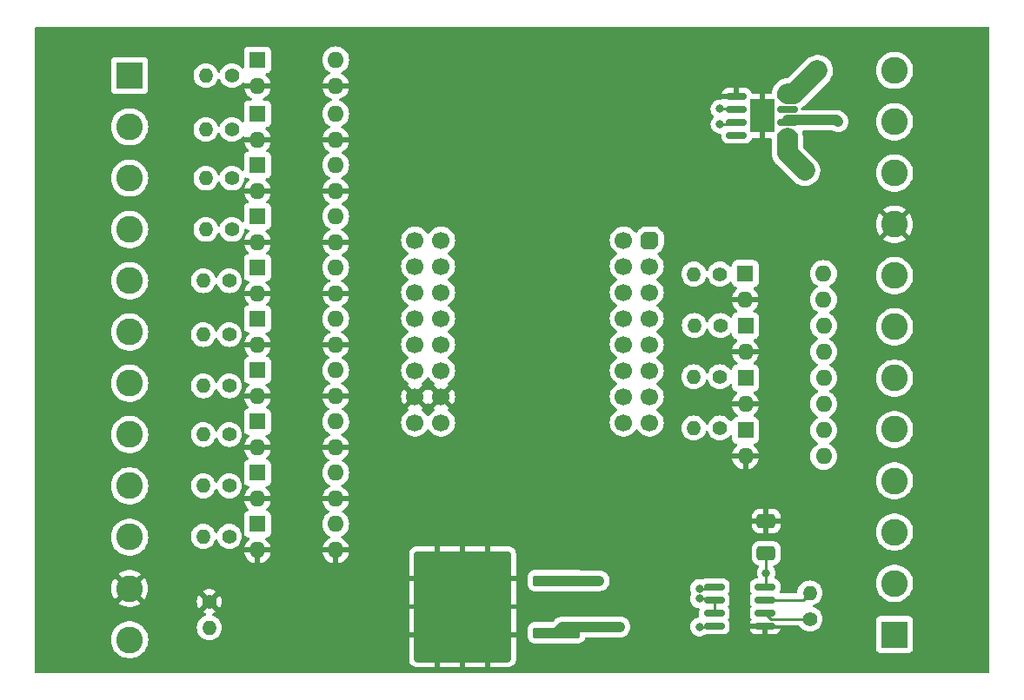
<source format=gbr>
%TF.GenerationSoftware,KiCad,Pcbnew,7.0.5*%
%TF.CreationDate,2023-06-27T21:04:27+02:00*%
%TF.ProjectId,ESP32RIO,45535033-3252-4494-9f2e-6b696361645f,rev?*%
%TF.SameCoordinates,Original*%
%TF.FileFunction,Copper,L1,Top*%
%TF.FilePolarity,Positive*%
%FSLAX46Y46*%
G04 Gerber Fmt 4.6, Leading zero omitted, Abs format (unit mm)*
G04 Created by KiCad (PCBNEW 7.0.5) date 2023-06-27 21:04:27*
%MOMM*%
%LPD*%
G01*
G04 APERTURE LIST*
G04 Aperture macros list*
%AMRoundRect*
0 Rectangle with rounded corners*
0 $1 Rounding radius*
0 $2 $3 $4 $5 $6 $7 $8 $9 X,Y pos of 4 corners*
0 Add a 4 corners polygon primitive as box body*
4,1,4,$2,$3,$4,$5,$6,$7,$8,$9,$2,$3,0*
0 Add four circle primitives for the rounded corners*
1,1,$1+$1,$2,$3*
1,1,$1+$1,$4,$5*
1,1,$1+$1,$6,$7*
1,1,$1+$1,$8,$9*
0 Add four rect primitives between the rounded corners*
20,1,$1+$1,$2,$3,$4,$5,0*
20,1,$1+$1,$4,$5,$6,$7,0*
20,1,$1+$1,$6,$7,$8,$9,0*
20,1,$1+$1,$8,$9,$2,$3,0*%
%AMFreePoly0*
4,1,19,-0.850000,0.255000,-0.829726,0.408997,-0.770285,0.552500,-0.675729,0.675729,-0.552500,0.770285,-0.408997,0.829726,-0.255000,0.850000,0.510000,0.850000,0.850000,0.510000,0.850000,-0.255000,0.829726,-0.408997,0.770285,-0.552500,0.675729,-0.675729,0.552500,-0.770285,0.408997,-0.829726,0.255000,-0.850000,-0.510000,-0.850000,-0.850000,-0.510000,-0.850000,0.255000,-0.850000,0.255000,
$1*%
G04 Aperture macros list end*
%TA.AperFunction,SMDPad,CuDef*%
%ADD10RoundRect,0.250000X0.650000X-0.412500X0.650000X0.412500X-0.650000X0.412500X-0.650000X-0.412500X0*%
%TD*%
%TA.AperFunction,ComponentPad*%
%ADD11R,1.600000X1.600000*%
%TD*%
%TA.AperFunction,ComponentPad*%
%ADD12O,1.600000X1.600000*%
%TD*%
%TA.AperFunction,SMDPad,CuDef*%
%ADD13RoundRect,0.150000X-0.825000X-0.150000X0.825000X-0.150000X0.825000X0.150000X-0.825000X0.150000X0*%
%TD*%
%TA.AperFunction,SMDPad,CuDef*%
%ADD14R,2.410000X3.300000*%
%TD*%
%TA.AperFunction,ComponentPad*%
%ADD15C,1.400000*%
%TD*%
%TA.AperFunction,ComponentPad*%
%ADD16O,1.400000X1.400000*%
%TD*%
%TA.AperFunction,SMDPad,CuDef*%
%ADD17RoundRect,0.250000X2.050000X0.300000X-2.050000X0.300000X-2.050000X-0.300000X2.050000X-0.300000X0*%
%TD*%
%TA.AperFunction,SMDPad,CuDef*%
%ADD18RoundRect,0.250000X2.025000X2.375000X-2.025000X2.375000X-2.025000X-2.375000X2.025000X-2.375000X0*%
%TD*%
%TA.AperFunction,SMDPad,CuDef*%
%ADD19RoundRect,0.250002X4.449998X5.149998X-4.449998X5.149998X-4.449998X-5.149998X4.449998X-5.149998X0*%
%TD*%
%TA.AperFunction,ComponentPad*%
%ADD20R,2.600000X2.600000*%
%TD*%
%TA.AperFunction,ComponentPad*%
%ADD21C,2.600000*%
%TD*%
%TA.AperFunction,ComponentPad*%
%ADD22FreePoly0,180.000000*%
%TD*%
%TA.AperFunction,ComponentPad*%
%ADD23C,1.700000*%
%TD*%
%TA.AperFunction,ViaPad*%
%ADD24C,0.500000*%
%TD*%
%TA.AperFunction,ViaPad*%
%ADD25C,0.800000*%
%TD*%
%TA.AperFunction,Conductor*%
%ADD26C,0.250000*%
%TD*%
%TA.AperFunction,Conductor*%
%ADD27C,1.000000*%
%TD*%
%TA.AperFunction,Conductor*%
%ADD28C,2.000000*%
%TD*%
G04 APERTURE END LIST*
D10*
%TO.P,C1,1,1*%
%TO.N,Net-(U11-3V3)*%
X171500000Y-104312500D03*
%TO.P,C1,2,2*%
%TO.N,GND*%
X171500000Y-101187500D03*
%TD*%
D11*
%TO.P,U8,1*%
%TO.N,Net-(R8-Pad1)*%
X121950000Y-91475000D03*
D12*
%TO.P,U8,2*%
%TO.N,GND*%
X121950000Y-94015000D03*
%TO.P,U8,3*%
X129570000Y-94015000D03*
%TO.P,U8,4*%
%TO.N,Net-(U11-GPIO33)*%
X129570000Y-91475000D03*
%TD*%
D13*
%TO.P,U21,1,GND*%
%TO.N,GND*%
X168625000Y-59770000D03*
%TO.P,U21,2,IN2*%
%TO.N,Net-(U11-GPIO2)*%
X168625000Y-61040000D03*
%TO.P,U21,3,IN1*%
%TO.N,Net-(U11-GPIO3)*%
X168625000Y-62310000D03*
%TO.P,U21,4,VREF*%
%TO.N,Net-(U11-3V3)*%
X168625000Y-63580000D03*
%TO.P,U21,5,VM*%
%TO.N,Net-(J1-Pin_10)*%
X173575000Y-63580000D03*
%TO.P,U21,6,OUT1*%
%TO.N,Net-(J1-Pin_11)*%
X173575000Y-62310000D03*
%TO.P,U21,7,RS*%
%TO.N,GND*%
X173575000Y-61040000D03*
%TO.P,U21,8,OUT2*%
%TO.N,Net-(J1-Pin_12)*%
X173575000Y-59770000D03*
D14*
%TO.P,U21,9,PAD*%
%TO.N,GND*%
X171100000Y-61675000D03*
%TD*%
D11*
%TO.P,U4,1*%
%TO.N,Net-(R4-Pad1)*%
X121950000Y-71475000D03*
D12*
%TO.P,U4,2*%
%TO.N,GND*%
X121950000Y-74015000D03*
%TO.P,U4,3*%
X129570000Y-74015000D03*
%TO.P,U4,4*%
%TO.N,Net-(U11-GPIO37)*%
X129570000Y-71475000D03*
%TD*%
D15*
%TO.P,R7,1*%
%TO.N,Net-(R7-Pad1)*%
X119220000Y-88000000D03*
D16*
%TO.P,R7,2*%
%TO.N,Net-(J2-Pin_7)*%
X116680000Y-88000000D03*
%TD*%
D17*
%TO.P,U15,1,IN*%
%TO.N,+24V*%
X151075000Y-112065000D03*
D18*
%TO.P,U15,2,GND*%
%TO.N,GND*%
X144350000Y-112300000D03*
X144350000Y-106750000D03*
D19*
X141925000Y-109525000D03*
D18*
X139500000Y-112300000D03*
X139500000Y-106750000D03*
D17*
%TO.P,U15,3,OUT*%
%TO.N,Net-(U11-VBUS)*%
X151075000Y-106985000D03*
%TD*%
D15*
%TO.P,R3,1*%
%TO.N,Net-(R3-Pad1)*%
X119470000Y-67750000D03*
D16*
%TO.P,R3,2*%
%TO.N,Net-(J2-Pin_3)*%
X116930000Y-67750000D03*
%TD*%
D11*
%TO.P,U1,1*%
%TO.N,Net-(R1-Pad1)*%
X121950000Y-56225000D03*
D12*
%TO.P,U1,2*%
%TO.N,GND*%
X121950000Y-58765000D03*
%TO.P,U1,3*%
X129570000Y-58765000D03*
%TO.P,U1,4*%
%TO.N,Net-(U11-GPIO40)*%
X129570000Y-56225000D03*
%TD*%
D15*
%TO.P,R11,1*%
%TO.N,Net-(R11-Pad1)*%
X167002032Y-77102460D03*
D16*
%TO.P,R11,2*%
%TO.N,Net-(U11-GPIO8)*%
X164462032Y-77102460D03*
%TD*%
D11*
%TO.P,U10,1*%
%TO.N,Net-(R10-Pad1)*%
X121950000Y-101475000D03*
D12*
%TO.P,U10,2*%
%TO.N,GND*%
X121950000Y-104015000D03*
%TO.P,U10,3*%
X129570000Y-104015000D03*
%TO.P,U10,4*%
%TO.N,Net-(U11-GPIO18)*%
X129570000Y-101475000D03*
%TD*%
D11*
%TO.P,U14,1*%
%TO.N,Net-(R13-Pad1)*%
X169482032Y-87234126D03*
D12*
%TO.P,U14,2*%
%TO.N,GND*%
X169482032Y-89774126D03*
%TO.P,U14,3*%
%TO.N,Net-(J1-Pin_4)*%
X177102032Y-89774126D03*
%TO.P,U14,4*%
%TO.N,Net-(J1-Pin_6)*%
X177102032Y-87234126D03*
%TD*%
D11*
%TO.P,U16,1*%
%TO.N,Net-(R14-Pad1)*%
X169482032Y-92327459D03*
D12*
%TO.P,U16,2*%
%TO.N,GND*%
X169482032Y-94867459D03*
%TO.P,U16,3*%
%TO.N,Net-(J1-Pin_4)*%
X177102032Y-94867459D03*
%TO.P,U16,4*%
%TO.N,Net-(J1-Pin_5)*%
X177102032Y-92327459D03*
%TD*%
D15*
%TO.P,R13,1*%
%TO.N,Net-(R13-Pad1)*%
X167002032Y-87102460D03*
D16*
%TO.P,R13,2*%
%TO.N,Net-(U11-GPIO10)*%
X164462032Y-87102460D03*
%TD*%
D15*
%TO.P,R15,1*%
%TO.N,Net-(J1-Pin_1)*%
X175750000Y-110720000D03*
D16*
%TO.P,R15,2*%
%TO.N,Net-(J1-Pin_2)*%
X175750000Y-108180000D03*
%TD*%
D15*
%TO.P,R6,1*%
%TO.N,Net-(R6-Pad1)*%
X119220000Y-83000000D03*
D16*
%TO.P,R6,2*%
%TO.N,Net-(J2-Pin_6)*%
X116680000Y-83000000D03*
%TD*%
D11*
%TO.P,U9,1*%
%TO.N,Net-(R9-Pad1)*%
X121950000Y-96475000D03*
D12*
%TO.P,U9,2*%
%TO.N,GND*%
X121950000Y-99015000D03*
%TO.P,U9,3*%
X129570000Y-99015000D03*
%TO.P,U9,4*%
%TO.N,Net-(U11-GPIO21)*%
X129570000Y-96475000D03*
%TD*%
D15*
%TO.P,R4,1*%
%TO.N,Net-(R4-Pad1)*%
X119470000Y-72750000D03*
D16*
%TO.P,R4,2*%
%TO.N,Net-(J2-Pin_4)*%
X116930000Y-72750000D03*
%TD*%
D15*
%TO.P,R12,1*%
%TO.N,Net-(R12-Pad1)*%
X167032032Y-82102460D03*
D16*
%TO.P,R12,2*%
%TO.N,Net-(U11-GPIO9)*%
X164492032Y-82102460D03*
%TD*%
D15*
%TO.P,R9,1*%
%TO.N,Net-(R9-Pad1)*%
X119220000Y-97750000D03*
D16*
%TO.P,R9,2*%
%TO.N,Net-(J2-Pin_9)*%
X116680000Y-97750000D03*
%TD*%
D15*
%TO.P,R1,1*%
%TO.N,Net-(R1-Pad1)*%
X119470000Y-57750000D03*
D16*
%TO.P,R1,2*%
%TO.N,Net-(J2-Pin_1)*%
X116930000Y-57750000D03*
%TD*%
D15*
%TO.P,R10,1*%
%TO.N,Net-(R10-Pad1)*%
X119220000Y-102669888D03*
D16*
%TO.P,R10,2*%
%TO.N,Net-(J2-Pin_10)*%
X116680000Y-102669888D03*
%TD*%
D15*
%TO.P,R8,1*%
%TO.N,Net-(R8-Pad1)*%
X119220000Y-92750000D03*
D16*
%TO.P,R8,2*%
%TO.N,Net-(J2-Pin_8)*%
X116680000Y-92750000D03*
%TD*%
D11*
%TO.P,U12,1*%
%TO.N,Net-(R11-Pad1)*%
X169462032Y-77047460D03*
D12*
%TO.P,U12,2*%
%TO.N,GND*%
X169462032Y-79587460D03*
%TO.P,U12,3*%
%TO.N,Net-(J1-Pin_4)*%
X177082032Y-79587460D03*
%TO.P,U12,4*%
%TO.N,Net-(J1-Pin_8)*%
X177082032Y-77047460D03*
%TD*%
D20*
%TO.P,J1,1,Pin_1*%
%TO.N,Net-(J1-Pin_1)*%
X184000000Y-112250000D03*
D21*
%TO.P,J1,2,Pin_2*%
%TO.N,Net-(J1-Pin_2)*%
X184000000Y-107250000D03*
%TO.P,J1,3,Pin_3*%
%TO.N,+24V*%
X184000000Y-102250000D03*
%TO.P,J1,4,Pin_4*%
%TO.N,Net-(J1-Pin_4)*%
X184000000Y-97250000D03*
%TO.P,J1,5,Pin_5*%
%TO.N,Net-(J1-Pin_5)*%
X184000000Y-92250000D03*
%TO.P,J1,6,Pin_6*%
%TO.N,Net-(J1-Pin_6)*%
X184000000Y-87250000D03*
%TO.P,J1,7,Pin_7*%
%TO.N,Net-(J1-Pin_7)*%
X184000000Y-82250000D03*
%TO.P,J1,8,Pin_8*%
%TO.N,Net-(J1-Pin_8)*%
X184000000Y-77250000D03*
%TO.P,J1,9,Pin_9*%
%TO.N,GND*%
X184000000Y-72250000D03*
%TO.P,J1,10,Pin_10*%
%TO.N,Net-(J1-Pin_10)*%
X184000000Y-67250000D03*
%TO.P,J1,11,Pin_11*%
%TO.N,Net-(J1-Pin_11)*%
X184000000Y-62250000D03*
%TO.P,J1,12,Pin_12*%
%TO.N,Net-(J1-Pin_12)*%
X184000000Y-57250000D03*
%TD*%
D15*
%TO.P,R2,1*%
%TO.N,Net-(R2-Pad1)*%
X119470000Y-63000000D03*
D16*
%TO.P,R2,2*%
%TO.N,Net-(J2-Pin_2)*%
X116930000Y-63000000D03*
%TD*%
D15*
%TO.P,R16,1*%
%TO.N,GND*%
X117250000Y-109030000D03*
D16*
%TO.P,R16,2*%
%TO.N,Net-(J2-Pin_12)*%
X117250000Y-111570000D03*
%TD*%
D11*
%TO.P,U3,1*%
%TO.N,Net-(R3-Pad1)*%
X121950000Y-66475000D03*
D12*
%TO.P,U3,2*%
%TO.N,GND*%
X121950000Y-69015000D03*
%TO.P,U3,3*%
X129570000Y-69015000D03*
%TO.P,U3,4*%
%TO.N,Net-(U11-GPIO38)*%
X129570000Y-66475000D03*
%TD*%
D11*
%TO.P,U13,1*%
%TO.N,Net-(R12-Pad1)*%
X169482032Y-82140793D03*
D12*
%TO.P,U13,2*%
%TO.N,GND*%
X169482032Y-84680793D03*
%TO.P,U13,3*%
%TO.N,Net-(J1-Pin_4)*%
X177102032Y-84680793D03*
%TO.P,U13,4*%
%TO.N,Net-(J1-Pin_7)*%
X177102032Y-82140793D03*
%TD*%
D11*
%TO.P,U7,1*%
%TO.N,Net-(R7-Pad1)*%
X121950000Y-86475000D03*
D12*
%TO.P,U7,2*%
%TO.N,GND*%
X121950000Y-89015000D03*
%TO.P,U7,3*%
X129570000Y-89015000D03*
%TO.P,U7,4*%
%TO.N,Net-(U11-GPIO34)*%
X129570000Y-86475000D03*
%TD*%
D15*
%TO.P,R5,1*%
%TO.N,Net-(R5-Pad1)*%
X119220000Y-77750000D03*
D16*
%TO.P,R5,2*%
%TO.N,Net-(J2-Pin_5)*%
X116680000Y-77750000D03*
%TD*%
D11*
%TO.P,U5,1*%
%TO.N,Net-(R5-Pad1)*%
X121950000Y-76475000D03*
D12*
%TO.P,U5,2*%
%TO.N,GND*%
X121950000Y-79015000D03*
%TO.P,U5,3*%
X129570000Y-79015000D03*
%TO.P,U5,4*%
%TO.N,Net-(U11-GPIO36)*%
X129570000Y-76475000D03*
%TD*%
D13*
%TO.P,U22,1,RO*%
%TO.N,/TX-O*%
X166455000Y-107595000D03*
%TO.P,U22,2,~{RE}*%
%TO.N,/RTS*%
X166455000Y-108865000D03*
%TO.P,U22,3,DE*%
X166455000Y-110135000D03*
%TO.P,U22,4,DI*%
%TO.N,/RX-I*%
X166455000Y-111405000D03*
%TO.P,U22,5,GND*%
%TO.N,GND*%
X171405000Y-111405000D03*
%TO.P,U22,6,A*%
%TO.N,Net-(J1-Pin_1)*%
X171405000Y-110135000D03*
%TO.P,U22,7,B*%
%TO.N,Net-(J1-Pin_2)*%
X171405000Y-108865000D03*
%TO.P,U22,8,VCC*%
%TO.N,Net-(U11-3V3)*%
X171405000Y-107595000D03*
%TD*%
D11*
%TO.P,U6,1*%
%TO.N,Net-(R6-Pad1)*%
X121950000Y-81475000D03*
D12*
%TO.P,U6,2*%
%TO.N,GND*%
X121950000Y-84015000D03*
%TO.P,U6,3*%
X129570000Y-84015000D03*
%TO.P,U6,4*%
%TO.N,Net-(U11-GPIO35)*%
X129570000Y-81475000D03*
%TD*%
D15*
%TO.P,R14,1*%
%TO.N,Net-(R14-Pad1)*%
X167002032Y-92102460D03*
D16*
%TO.P,R14,2*%
%TO.N,Net-(U11-GPIO11)*%
X164462032Y-92102460D03*
%TD*%
D11*
%TO.P,U2,1*%
%TO.N,Net-(R2-Pad1)*%
X121950000Y-61475000D03*
D12*
%TO.P,U2,2*%
%TO.N,GND*%
X121950000Y-64015000D03*
%TO.P,U2,3*%
X129570000Y-64015000D03*
%TO.P,U2,4*%
%TO.N,Net-(U11-GPIO39)*%
X129570000Y-61475000D03*
%TD*%
D20*
%TO.P,J2,1,Pin_1*%
%TO.N,Net-(J2-Pin_1)*%
X109500000Y-57750000D03*
D21*
%TO.P,J2,2,Pin_2*%
%TO.N,Net-(J2-Pin_2)*%
X109500000Y-62750000D03*
%TO.P,J2,3,Pin_3*%
%TO.N,Net-(J2-Pin_3)*%
X109500000Y-67750000D03*
%TO.P,J2,4,Pin_4*%
%TO.N,Net-(J2-Pin_4)*%
X109500000Y-72750000D03*
%TO.P,J2,5,Pin_5*%
%TO.N,Net-(J2-Pin_5)*%
X109500000Y-77750000D03*
%TO.P,J2,6,Pin_6*%
%TO.N,Net-(J2-Pin_6)*%
X109500000Y-82750000D03*
%TO.P,J2,7,Pin_7*%
%TO.N,Net-(J2-Pin_7)*%
X109500000Y-87750000D03*
%TO.P,J2,8,Pin_8*%
%TO.N,Net-(J2-Pin_8)*%
X109500000Y-92750000D03*
%TO.P,J2,9,Pin_9*%
%TO.N,Net-(J2-Pin_9)*%
X109500000Y-97750000D03*
%TO.P,J2,10,Pin_10*%
%TO.N,Net-(J2-Pin_10)*%
X109500000Y-102750000D03*
%TO.P,J2,11,Pin_11*%
%TO.N,GND*%
X109500000Y-107750000D03*
%TO.P,J2,12,Pin_12*%
%TO.N,Net-(J2-Pin_12)*%
X109500000Y-112750000D03*
%TD*%
D22*
%TO.P,U11,1,EN*%
%TO.N,unconnected-(U11-EN-Pad1)*%
X160162500Y-73805000D03*
D23*
%TO.P,U11,2,GPIO3*%
%TO.N,Net-(U11-GPIO3)*%
X160162500Y-76345000D03*
%TO.P,U11,3,GPIO5*%
%TO.N,unconnected-(U11-GPIO5-Pad3)*%
X160162500Y-78885000D03*
%TO.P,U11,4,GPIO7*%
%TO.N,unconnected-(U11-GPIO7-Pad4)*%
X160162500Y-81425000D03*
%TO.P,U11,5,GPIO9*%
%TO.N,Net-(U11-GPIO9)*%
X160162500Y-83965000D03*
%TO.P,U11,6,GPIO11*%
%TO.N,Net-(U11-GPIO11)*%
X160162500Y-86505000D03*
%TO.P,U11,7,GPIO12*%
%TO.N,/RX-I*%
X160162500Y-89045000D03*
%TO.P,U11,8,3V3*%
%TO.N,Net-(U11-3V3)*%
X160162500Y-91585000D03*
%TO.P,U11,9,VBUS*%
%TO.N,Net-(U11-VBUS)*%
X137302500Y-91585000D03*
%TO.P,U11,10,GND*%
%TO.N,GND*%
X137302500Y-89045000D03*
%TO.P,U11,11,GPIO16*%
%TO.N,unconnected-(U11-GPIO16-Pad11)*%
X137302500Y-86505000D03*
%TO.P,U11,12,GPIO18*%
%TO.N,Net-(U11-GPIO18)*%
X137302500Y-83965000D03*
%TO.P,U11,13,GPIO33*%
%TO.N,Net-(U11-GPIO33)*%
X137302500Y-81425000D03*
%TO.P,U11,14,GPIO35*%
%TO.N,Net-(U11-GPIO35)*%
X137302500Y-78885000D03*
%TO.P,U11,15,GPIO37*%
%TO.N,Net-(U11-GPIO37)*%
X137302500Y-76345000D03*
%TO.P,U11,16,GPIO39*%
%TO.N,Net-(U11-GPIO39)*%
X137302500Y-73805000D03*
%TO.P,U11,17,GPIO1*%
%TO.N,unconnected-(U11-GPIO1-Pad17)*%
X157622500Y-73805000D03*
%TO.P,U11,18,GPIO2*%
%TO.N,Net-(U11-GPIO2)*%
X157622500Y-76345000D03*
%TO.P,U11,19,GPIO4*%
%TO.N,unconnected-(U11-GPIO4-Pad19)*%
X157622500Y-78885000D03*
%TO.P,U11,20,GPIO6*%
%TO.N,unconnected-(U11-GPIO6-Pad20)*%
X157622500Y-81425000D03*
%TO.P,U11,21,GPIO8*%
%TO.N,Net-(U11-GPIO8)*%
X157622500Y-83965000D03*
%TO.P,U11,22,GPIO10*%
%TO.N,Net-(U11-GPIO10)*%
X157622500Y-86505000D03*
%TO.P,U11,23,GPIO13*%
%TO.N,/RTS*%
X157622500Y-89045000D03*
%TO.P,U11,24,GPIO14*%
%TO.N,/TX-O*%
X157622500Y-91585000D03*
%TO.P,U11,25,GPIO15*%
%TO.N,unconnected-(U11-GPIO15-Pad25)*%
X139842500Y-91585000D03*
%TO.P,U11,26,GND*%
%TO.N,GND*%
X139842500Y-89045000D03*
%TO.P,U11,27,GPIO17*%
%TO.N,Net-(J2-Pin_12)*%
X139842500Y-86505000D03*
%TO.P,U11,28,GPIO21*%
%TO.N,Net-(U11-GPIO21)*%
X139842500Y-83965000D03*
%TO.P,U11,29,GPIO34*%
%TO.N,Net-(U11-GPIO34)*%
X139842500Y-81425000D03*
%TO.P,U11,30,GPIO36*%
%TO.N,Net-(U11-GPIO36)*%
X139842500Y-78885000D03*
%TO.P,U11,31,GPIO38*%
%TO.N,Net-(U11-GPIO38)*%
X139842500Y-76345000D03*
%TO.P,U11,32,GPIO40*%
%TO.N,Net-(U11-GPIO40)*%
X139842500Y-73805000D03*
%TD*%
D24*
%TO.N,GND*%
X142000000Y-113500000D03*
X142000000Y-110500000D03*
X142000000Y-111500000D03*
X142000000Y-114500000D03*
X142000000Y-112500000D03*
X141000000Y-114500000D03*
X140000000Y-114500000D03*
X138000000Y-114500000D03*
X139000000Y-114500000D03*
X146000000Y-114500000D03*
X146000000Y-113500000D03*
X145000000Y-113500000D03*
X145000000Y-114500000D03*
X146000000Y-111500000D03*
X143000000Y-113500000D03*
X144000000Y-114500000D03*
X143000000Y-111500000D03*
X143000000Y-112500000D03*
X146000000Y-112500000D03*
X144000000Y-112500000D03*
X144000000Y-113500000D03*
X145000000Y-112500000D03*
X145000000Y-111500000D03*
X144000000Y-111500000D03*
X143000000Y-114500000D03*
X146000000Y-110750000D03*
X146000000Y-109750000D03*
X145000000Y-109750000D03*
X145000000Y-110750000D03*
X146000000Y-107750000D03*
X143000000Y-109750000D03*
X144000000Y-110750000D03*
X143000000Y-107750000D03*
X143000000Y-108750000D03*
X146000000Y-108750000D03*
X144000000Y-108750000D03*
X144000000Y-109750000D03*
X145000000Y-108750000D03*
X145000000Y-107750000D03*
X144000000Y-107750000D03*
X143000000Y-110750000D03*
X141000000Y-113500000D03*
X141000000Y-112500000D03*
X140000000Y-112500000D03*
X140000000Y-113500000D03*
X141000000Y-110500000D03*
X138000000Y-112500000D03*
X139000000Y-113500000D03*
X138000000Y-110500000D03*
X138000000Y-111500000D03*
X141000000Y-111500000D03*
X139000000Y-111500000D03*
X139000000Y-112500000D03*
X140000000Y-111500000D03*
X140000000Y-110500000D03*
X139000000Y-110500000D03*
X138000000Y-113500000D03*
X142000000Y-109750000D03*
X142000000Y-107750000D03*
X142000000Y-108750000D03*
X141000000Y-109750000D03*
X141000000Y-107750000D03*
X141000000Y-108750000D03*
X140000000Y-109750000D03*
X140000000Y-107750000D03*
X140000000Y-108750000D03*
X139000000Y-109750000D03*
X139000000Y-107750000D03*
X139000000Y-108750000D03*
X146000000Y-106750000D03*
X146000000Y-104750000D03*
X146000000Y-105750000D03*
X145000000Y-106750000D03*
X145000000Y-104750000D03*
X145000000Y-105750000D03*
X144000000Y-106750000D03*
X144000000Y-104750000D03*
X144000000Y-105750000D03*
X143000000Y-106750000D03*
X143000000Y-104750000D03*
X143000000Y-105750000D03*
X142000000Y-106750000D03*
X142000000Y-104750000D03*
X142000000Y-105750000D03*
X141000000Y-106750000D03*
X141000000Y-104750000D03*
X141000000Y-105750000D03*
X140000000Y-106750000D03*
X140000000Y-104750000D03*
X140000000Y-105750000D03*
X139000000Y-106750000D03*
X139000000Y-104750000D03*
X139000000Y-105750000D03*
X138000000Y-109750000D03*
X138000000Y-108750000D03*
X138000000Y-107750000D03*
X138000000Y-106750000D03*
X138000000Y-105750000D03*
X138000000Y-104750000D03*
X171750000Y-62750000D03*
X171000000Y-62750000D03*
X170250000Y-62750000D03*
X170250000Y-62000000D03*
X171000000Y-62000000D03*
X171750000Y-62000000D03*
X171750000Y-61250000D03*
X171000000Y-61250000D03*
X170250000Y-61250000D03*
X171750000Y-60500000D03*
X171000000Y-60500000D03*
X170250000Y-60500000D03*
%TO.N,Net-(J1-Pin_11)*%
X177000000Y-62000000D03*
X177500000Y-62250000D03*
X178000000Y-62000000D03*
X178500000Y-62250000D03*
%TO.N,Net-(J1-Pin_10)*%
X174750000Y-67500000D03*
X174500000Y-67000000D03*
X175250000Y-67750000D03*
X175250000Y-67000000D03*
X175750000Y-66500000D03*
X174750000Y-66500000D03*
X176000000Y-67000000D03*
X175750000Y-67500000D03*
X175250000Y-66250000D03*
%TO.N,Net-(J1-Pin_12)*%
X176000000Y-57750000D03*
X177000000Y-57750000D03*
X176000000Y-56750000D03*
X176500000Y-58000000D03*
X175750000Y-57250000D03*
X176500000Y-57250000D03*
X177250000Y-57250000D03*
X176500000Y-56500000D03*
D25*
%TO.N,Net-(U11-VBUS)*%
X155250000Y-107000000D03*
%TO.N,+24V*%
X156250000Y-111500000D03*
X157250000Y-111500000D03*
%TO.N,Net-(U11-3V3)*%
X171500000Y-106250000D03*
%TO.N,/RX-I*%
X165000000Y-111500000D03*
%TO.N,/RTS*%
X165000000Y-108750000D03*
%TO.N,/TX-O*%
X165000000Y-107750000D03*
%TO.N,Net-(U11-GPIO3)*%
X167000000Y-62500000D03*
%TO.N,Net-(U11-GPIO2)*%
X167000000Y-61000000D03*
D24*
%TO.N,Net-(J1-Pin_12)*%
X177000000Y-56750000D03*
%TD*%
D26*
%TO.N,Net-(U11-3V3)*%
X171500000Y-106250000D02*
X171500000Y-104312500D01*
D27*
%TO.N,Net-(J1-Pin_11)*%
X178360000Y-62110000D02*
X173575000Y-62110000D01*
X178500000Y-62250000D02*
X178360000Y-62110000D01*
%TO.N,Net-(U11-VBUS)*%
X155250000Y-107000000D02*
X151090000Y-107000000D01*
X151090000Y-107000000D02*
X151075000Y-106985000D01*
%TO.N,+24V*%
X157250000Y-111500000D02*
X151640000Y-111500000D01*
X151640000Y-111500000D02*
X151075000Y-112065000D01*
D26*
%TO.N,Net-(J1-Pin_1)*%
X171405000Y-110135000D02*
X171990000Y-110720000D01*
X171990000Y-110720000D02*
X175750000Y-110720000D01*
%TO.N,Net-(J1-Pin_2)*%
X171405000Y-108865000D02*
X175065000Y-108865000D01*
X175065000Y-108865000D02*
X175750000Y-108180000D01*
%TO.N,Net-(U11-3V3)*%
X171500000Y-106250000D02*
X171500000Y-107500000D01*
X171500000Y-107500000D02*
X171405000Y-107595000D01*
%TO.N,/RTS*%
X166455000Y-108865000D02*
X166455000Y-110135000D01*
%TO.N,/RX-I*%
X165000000Y-111500000D02*
X166360000Y-111500000D01*
X166360000Y-111500000D02*
X166455000Y-111405000D01*
%TO.N,/RTS*%
X166340000Y-108750000D02*
X166455000Y-108865000D01*
X165000000Y-108750000D02*
X166340000Y-108750000D01*
%TO.N,/TX-O*%
X165000000Y-107750000D02*
X166300000Y-107750000D01*
X166300000Y-107750000D02*
X166455000Y-107595000D01*
%TO.N,Net-(U11-GPIO3)*%
X167000000Y-62500000D02*
X168435000Y-62500000D01*
X168435000Y-62500000D02*
X168625000Y-62310000D01*
%TO.N,Net-(U11-GPIO2)*%
X168585000Y-61000000D02*
X168625000Y-61040000D01*
X167000000Y-61000000D02*
X168585000Y-61000000D01*
D28*
%TO.N,Net-(J1-Pin_12)*%
X176500000Y-57250000D02*
X174210000Y-59540000D01*
X174210000Y-59540000D02*
X173575000Y-59540000D01*
%TO.N,Net-(J1-Pin_10)*%
X175250000Y-67000000D02*
X173575000Y-65325000D01*
X173575000Y-65325000D02*
X173575000Y-63810000D01*
%TD*%
%TA.AperFunction,Conductor*%
%TO.N,GND*%
G36*
X139383007Y-89254844D02*
G01*
X139460739Y-89375798D01*
X139569400Y-89469952D01*
X139700185Y-89529680D01*
X139709966Y-89531086D01*
X139081125Y-90159925D01*
X139152301Y-90209763D01*
X139195926Y-90264340D01*
X139203120Y-90333838D01*
X139171597Y-90396193D01*
X139140197Y-90420392D01*
X139096927Y-90443809D01*
X139096922Y-90443812D01*
X138919261Y-90582092D01*
X138919256Y-90582097D01*
X138766784Y-90747723D01*
X138766776Y-90747734D01*
X138676308Y-90886206D01*
X138623162Y-90931562D01*
X138553931Y-90940986D01*
X138490595Y-90911484D01*
X138468692Y-90886206D01*
X138399512Y-90780319D01*
X138378222Y-90747732D01*
X138378219Y-90747729D01*
X138378215Y-90747723D01*
X138225743Y-90582097D01*
X138225738Y-90582092D01*
X138048077Y-90443812D01*
X138048077Y-90443811D01*
X138004803Y-90420393D01*
X137955213Y-90371173D01*
X137940105Y-90302957D01*
X137964275Y-90237401D01*
X137992698Y-90209763D01*
X138063873Y-90159925D01*
X137435033Y-89531086D01*
X137444815Y-89529680D01*
X137575600Y-89469952D01*
X137684261Y-89375798D01*
X137761993Y-89254844D01*
X137785576Y-89174524D01*
X138417425Y-89806373D01*
X138470925Y-89729968D01*
X138525502Y-89686344D01*
X138595001Y-89679151D01*
X138657355Y-89710673D01*
X138674076Y-89729969D01*
X138727573Y-89806372D01*
X139359422Y-89174523D01*
X139383007Y-89254844D01*
G37*
%TD.AperFunction*%
%TA.AperFunction,Conductor*%
G36*
X138654405Y-87178515D02*
G01*
X138676304Y-87203787D01*
X138766778Y-87342268D01*
X138766783Y-87342273D01*
X138766784Y-87342276D01*
X138894673Y-87481198D01*
X138919260Y-87507906D01*
X139096924Y-87646189D01*
X139123962Y-87660821D01*
X139140195Y-87669606D01*
X139189786Y-87718825D01*
X139204894Y-87787042D01*
X139180724Y-87852597D01*
X139152301Y-87880236D01*
X139081126Y-87930072D01*
X139081125Y-87930073D01*
X139709966Y-88558913D01*
X139700185Y-88560320D01*
X139569400Y-88620048D01*
X139460739Y-88714202D01*
X139383007Y-88835156D01*
X139359423Y-88915474D01*
X138727573Y-88283625D01*
X138727572Y-88283626D01*
X138674074Y-88360030D01*
X138619498Y-88403655D01*
X138549999Y-88410849D01*
X138487644Y-88379326D01*
X138470924Y-88360030D01*
X138417425Y-88283626D01*
X138417425Y-88283625D01*
X137785576Y-88915475D01*
X137761993Y-88835156D01*
X137684261Y-88714202D01*
X137575600Y-88620048D01*
X137444815Y-88560320D01*
X137435033Y-88558913D01*
X138063873Y-87930073D01*
X138063873Y-87930072D01*
X137992699Y-87880236D01*
X137949074Y-87825659D01*
X137941880Y-87756161D01*
X137973403Y-87693806D01*
X138004805Y-87669606D01*
X138021038Y-87660821D01*
X138048076Y-87646189D01*
X138225740Y-87507906D01*
X138331113Y-87393442D01*
X138378215Y-87342276D01*
X138378215Y-87342275D01*
X138378222Y-87342268D01*
X138468693Y-87203790D01*
X138521838Y-87158437D01*
X138591069Y-87149013D01*
X138654405Y-87178515D01*
G37*
%TD.AperFunction*%
%TA.AperFunction,Conductor*%
G36*
X193193039Y-53019685D02*
G01*
X193238794Y-53072489D01*
X193250000Y-53124000D01*
X193250000Y-115876000D01*
X193230315Y-115943039D01*
X193177511Y-115988794D01*
X193126000Y-116000000D01*
X100374000Y-116000000D01*
X100306961Y-115980315D01*
X100261206Y-115927511D01*
X100250000Y-115876000D01*
X100250000Y-112750004D01*
X107686429Y-112750004D01*
X107706683Y-113020289D01*
X107706684Y-113020294D01*
X107766997Y-113284545D01*
X107766999Y-113284554D01*
X107767001Y-113284559D01*
X107866029Y-113536879D01*
X108001557Y-113771621D01*
X108170558Y-113983542D01*
X108369257Y-114167907D01*
X108593215Y-114320599D01*
X108837428Y-114438206D01*
X109096442Y-114518101D01*
X109096443Y-114518101D01*
X109096446Y-114518102D01*
X109364464Y-114558499D01*
X109364469Y-114558499D01*
X109364472Y-114558500D01*
X109364473Y-114558500D01*
X109635527Y-114558500D01*
X109635528Y-114558500D01*
X109635535Y-114558499D01*
X109903553Y-114518102D01*
X109903554Y-114518101D01*
X109903558Y-114518101D01*
X110162572Y-114438206D01*
X110406786Y-114320599D01*
X110630743Y-114167907D01*
X110829442Y-113983542D01*
X110998443Y-113771621D01*
X111133971Y-113536879D01*
X111232999Y-113284559D01*
X111293315Y-113020299D01*
X111297532Y-112964028D01*
X111313571Y-112750004D01*
X111313571Y-112749995D01*
X111293316Y-112479710D01*
X111293315Y-112479705D01*
X111293315Y-112479701D01*
X111232999Y-112215441D01*
X111133971Y-111963121D01*
X110998443Y-111728379D01*
X110872141Y-111570001D01*
X116036884Y-111570001D01*
X116055313Y-111780649D01*
X116055315Y-111780660D01*
X116110041Y-111984902D01*
X116110043Y-111984906D01*
X116110044Y-111984910D01*
X116150971Y-112072678D01*
X116199410Y-112176556D01*
X116199411Y-112176558D01*
X116320700Y-112349778D01*
X116470221Y-112499299D01*
X116484401Y-112509228D01*
X116643442Y-112620589D01*
X116835090Y-112709956D01*
X117039345Y-112764686D01*
X117189812Y-112777850D01*
X117249998Y-112783116D01*
X117250000Y-112783116D01*
X117250002Y-112783116D01*
X117302663Y-112778508D01*
X117460655Y-112764686D01*
X117664910Y-112709956D01*
X117856558Y-112620589D01*
X117957370Y-112550000D01*
X136725001Y-112550000D01*
X136725001Y-114724986D01*
X136735494Y-114827697D01*
X136790641Y-114994119D01*
X136790643Y-114994124D01*
X136882684Y-115143345D01*
X137006654Y-115267315D01*
X137155875Y-115359356D01*
X137155880Y-115359358D01*
X137322302Y-115414505D01*
X137322310Y-115414506D01*
X137406954Y-115423154D01*
X137414263Y-115424999D01*
X137421855Y-115424999D01*
X137428166Y-115425320D01*
X137438464Y-115426372D01*
X137446420Y-115424999D01*
X139249999Y-115424999D01*
X139250000Y-115424998D01*
X139250000Y-112550000D01*
X139750000Y-112550000D01*
X139750000Y-115424999D01*
X141675000Y-115424999D01*
X141675000Y-112550000D01*
X142175000Y-112550000D01*
X142175000Y-115424999D01*
X144099999Y-115424999D01*
X144100000Y-115424998D01*
X144100000Y-112550000D01*
X144600000Y-112550000D01*
X144600000Y-115424999D01*
X146424972Y-115424999D01*
X146424986Y-115424998D01*
X146527697Y-115414505D01*
X146694119Y-115359358D01*
X146694124Y-115359356D01*
X146843345Y-115267315D01*
X146967315Y-115143345D01*
X147059356Y-114994124D01*
X147059358Y-114994119D01*
X147114505Y-114827697D01*
X147114506Y-114827690D01*
X147124999Y-114724986D01*
X147125000Y-114724973D01*
X147125000Y-113598654D01*
X182191500Y-113598654D01*
X182198011Y-113659202D01*
X182198011Y-113659204D01*
X182239942Y-113771621D01*
X182249111Y-113796204D01*
X182336739Y-113913261D01*
X182453796Y-114000889D01*
X182590799Y-114051989D01*
X182618050Y-114054918D01*
X182651345Y-114058499D01*
X182651362Y-114058500D01*
X185348638Y-114058500D01*
X185348654Y-114058499D01*
X185375692Y-114055591D01*
X185409201Y-114051989D01*
X185546204Y-114000889D01*
X185663261Y-113913261D01*
X185750889Y-113796204D01*
X185801989Y-113659201D01*
X185805591Y-113625692D01*
X185808499Y-113598654D01*
X185808500Y-113598637D01*
X185808500Y-110901362D01*
X185808499Y-110901345D01*
X185805157Y-110870270D01*
X185801989Y-110840799D01*
X185794654Y-110821134D01*
X185775582Y-110770000D01*
X185750889Y-110703796D01*
X185663261Y-110586739D01*
X185546204Y-110499111D01*
X185546203Y-110499110D01*
X185409203Y-110448011D01*
X185348654Y-110441500D01*
X185348638Y-110441500D01*
X182651362Y-110441500D01*
X182651345Y-110441500D01*
X182590797Y-110448011D01*
X182590795Y-110448011D01*
X182453795Y-110499111D01*
X182336739Y-110586739D01*
X182249111Y-110703795D01*
X182198011Y-110840795D01*
X182198011Y-110840797D01*
X182191500Y-110901345D01*
X182191500Y-113598654D01*
X147125000Y-113598654D01*
X147125000Y-112550000D01*
X144600000Y-112550000D01*
X144100000Y-112550000D01*
X142175000Y-112550000D01*
X141675000Y-112550000D01*
X139750000Y-112550000D01*
X139250000Y-112550000D01*
X136725001Y-112550000D01*
X117957370Y-112550000D01*
X118029776Y-112499301D01*
X118113540Y-112415537D01*
X148266500Y-112415537D01*
X148266501Y-112415553D01*
X148274506Y-112493908D01*
X148277113Y-112519426D01*
X148332885Y-112687738D01*
X148425970Y-112838652D01*
X148551348Y-112964030D01*
X148702262Y-113057115D01*
X148870574Y-113112887D01*
X148974455Y-113123500D01*
X153175544Y-113123499D01*
X153279426Y-113112887D01*
X153447738Y-113057115D01*
X153598652Y-112964030D01*
X153724030Y-112838652D01*
X153817115Y-112687738D01*
X153848343Y-112593495D01*
X153888115Y-112536051D01*
X153952631Y-112509228D01*
X153966049Y-112508500D01*
X157299544Y-112508500D01*
X157299547Y-112508500D01*
X157447701Y-112493908D01*
X157637804Y-112436241D01*
X157813004Y-112342595D01*
X157966568Y-112216568D01*
X158092595Y-112063004D01*
X158186241Y-111887804D01*
X158243908Y-111697701D01*
X158263380Y-111500000D01*
X164086496Y-111500000D01*
X164106458Y-111689928D01*
X164106459Y-111689931D01*
X164165470Y-111871549D01*
X164165473Y-111871556D01*
X164260960Y-112036944D01*
X164388747Y-112178866D01*
X164543248Y-112291118D01*
X164717712Y-112368794D01*
X164904513Y-112408500D01*
X165095487Y-112408500D01*
X165282288Y-112368794D01*
X165456752Y-112291118D01*
X165530989Y-112237181D01*
X165596795Y-112213702D01*
X165603874Y-112213500D01*
X167346496Y-112213500D01*
X167346502Y-112213500D01*
X167383831Y-112210562D01*
X167383833Y-112210561D01*
X167383835Y-112210561D01*
X167492930Y-112178866D01*
X167543601Y-112164145D01*
X167686807Y-112079453D01*
X167804453Y-111961807D01*
X167889145Y-111818601D01*
X167935562Y-111658831D01*
X167935863Y-111655001D01*
X169932704Y-111655001D01*
X169932899Y-111657486D01*
X169978718Y-111815198D01*
X170062314Y-111956552D01*
X170062321Y-111956561D01*
X170178438Y-112072678D01*
X170178447Y-112072685D01*
X170319803Y-112156282D01*
X170319806Y-112156283D01*
X170477504Y-112202099D01*
X170477510Y-112202100D01*
X170514350Y-112204999D01*
X170514366Y-112205000D01*
X171155000Y-112205000D01*
X171155000Y-111655000D01*
X171655000Y-111655000D01*
X171655000Y-112205000D01*
X172295634Y-112205000D01*
X172295649Y-112204999D01*
X172332489Y-112202100D01*
X172332495Y-112202099D01*
X172490193Y-112156283D01*
X172490196Y-112156282D01*
X172631552Y-112072685D01*
X172631561Y-112072678D01*
X172747678Y-111956561D01*
X172747685Y-111956552D01*
X172831281Y-111815198D01*
X172877100Y-111657486D01*
X172877295Y-111655001D01*
X172877295Y-111655000D01*
X171655000Y-111655000D01*
X171155000Y-111655000D01*
X169932705Y-111655000D01*
X169932704Y-111655001D01*
X167935863Y-111655001D01*
X167938500Y-111621502D01*
X167938500Y-111188498D01*
X167935562Y-111151169D01*
X167930838Y-111134910D01*
X167901385Y-111033530D01*
X167889145Y-110991399D01*
X167831629Y-110894145D01*
X167804456Y-110848197D01*
X167802755Y-110846005D01*
X167801956Y-110843970D01*
X167800482Y-110841478D01*
X167800883Y-110841240D01*
X167777217Y-110780970D01*
X167790894Y-110712452D01*
X167802755Y-110693995D01*
X167804449Y-110691810D01*
X167804453Y-110691807D01*
X167889145Y-110548601D01*
X167935562Y-110388831D01*
X167938500Y-110351507D01*
X169921500Y-110351507D01*
X169924437Y-110388829D01*
X169924438Y-110388835D01*
X169970853Y-110548596D01*
X169970855Y-110548601D01*
X170055544Y-110691803D01*
X170060330Y-110697973D01*
X170058416Y-110699457D01*
X170086151Y-110750250D01*
X170081167Y-110819942D01*
X170066252Y-110846708D01*
X170066288Y-110846729D01*
X170065482Y-110848091D01*
X170062969Y-110852602D01*
X170062319Y-110853439D01*
X169978718Y-110994801D01*
X169932899Y-111152513D01*
X169932704Y-111154998D01*
X169932705Y-111155000D01*
X171477732Y-111155000D01*
X171544771Y-111174685D01*
X171565413Y-111191319D01*
X171570224Y-111196130D01*
X171575813Y-111200466D01*
X171580245Y-111204252D01*
X171612159Y-111234220D01*
X171614680Y-111236587D01*
X171632562Y-111246417D01*
X171648829Y-111257102D01*
X171664960Y-111269615D01*
X171686838Y-111279081D01*
X171708307Y-111288371D01*
X171713533Y-111290931D01*
X171754940Y-111313695D01*
X171774716Y-111318772D01*
X171793124Y-111325075D01*
X171811850Y-111333179D01*
X171811852Y-111333180D01*
X171811853Y-111333180D01*
X171811855Y-111333181D01*
X171852784Y-111339663D01*
X171858503Y-111340569D01*
X171864212Y-111341751D01*
X171909970Y-111353500D01*
X171930384Y-111353500D01*
X171949783Y-111355027D01*
X171969943Y-111358220D01*
X172016965Y-111353775D01*
X172022804Y-111353500D01*
X174653726Y-111353500D01*
X174720765Y-111373185D01*
X174755299Y-111406376D01*
X174780429Y-111442264D01*
X174820700Y-111499778D01*
X174970221Y-111649299D01*
X174970224Y-111649301D01*
X175143442Y-111770589D01*
X175335090Y-111859956D01*
X175539345Y-111914686D01*
X175689812Y-111927850D01*
X175749998Y-111933116D01*
X175750000Y-111933116D01*
X175750002Y-111933116D01*
X175802663Y-111928508D01*
X175960655Y-111914686D01*
X176164910Y-111859956D01*
X176356558Y-111770589D01*
X176529776Y-111649301D01*
X176679301Y-111499776D01*
X176800589Y-111326558D01*
X176889956Y-111134910D01*
X176944686Y-110930655D01*
X176963116Y-110720000D01*
X176962143Y-110708883D01*
X176952045Y-110593457D01*
X176944686Y-110509345D01*
X176889956Y-110305090D01*
X176800589Y-110113442D01*
X176679301Y-109940224D01*
X176679299Y-109940221D01*
X176529778Y-109790700D01*
X176356558Y-109669411D01*
X176356556Y-109669410D01*
X176321673Y-109653144D01*
X176164910Y-109580044D01*
X176164906Y-109580043D01*
X176164902Y-109580041D01*
X176126586Y-109569775D01*
X176066925Y-109533410D01*
X176036396Y-109470564D01*
X176044690Y-109401188D01*
X176089175Y-109347310D01*
X176126586Y-109330225D01*
X176143040Y-109325816D01*
X176164910Y-109319956D01*
X176356558Y-109230589D01*
X176529776Y-109109301D01*
X176679301Y-108959776D01*
X176800589Y-108786558D01*
X176889956Y-108594910D01*
X176944686Y-108390655D01*
X176963116Y-108180000D01*
X176960841Y-108154002D01*
X176955229Y-108089853D01*
X176944686Y-107969345D01*
X176889956Y-107765090D01*
X176800589Y-107573442D01*
X176679301Y-107400224D01*
X176679299Y-107400221D01*
X176529778Y-107250700D01*
X176528784Y-107250004D01*
X182186429Y-107250004D01*
X182206683Y-107520289D01*
X182206684Y-107520294D01*
X182266997Y-107784545D01*
X182266999Y-107784554D01*
X182267001Y-107784559D01*
X182366029Y-108036879D01*
X182501557Y-108271621D01*
X182670558Y-108483542D01*
X182869257Y-108667907D01*
X183093215Y-108820599D01*
X183337428Y-108938206D01*
X183596442Y-109018101D01*
X183596443Y-109018101D01*
X183596446Y-109018102D01*
X183864464Y-109058499D01*
X183864469Y-109058499D01*
X183864472Y-109058500D01*
X183864473Y-109058500D01*
X184135527Y-109058500D01*
X184135528Y-109058500D01*
X184135535Y-109058499D01*
X184403553Y-109018102D01*
X184403554Y-109018101D01*
X184403558Y-109018101D01*
X184662572Y-108938206D01*
X184855548Y-108845273D01*
X184906778Y-108820603D01*
X184906778Y-108820602D01*
X184906786Y-108820599D01*
X185130743Y-108667907D01*
X185329442Y-108483542D01*
X185498443Y-108271621D01*
X185633971Y-108036879D01*
X185732999Y-107784559D01*
X185793315Y-107520299D01*
X185797006Y-107471044D01*
X185813571Y-107250004D01*
X185813571Y-107249995D01*
X185793316Y-106979710D01*
X185793315Y-106979705D01*
X185793315Y-106979701D01*
X185732999Y-106715441D01*
X185633971Y-106463121D01*
X185498443Y-106228379D01*
X185329442Y-106016458D01*
X185130743Y-105832093D01*
X184906786Y-105679401D01*
X184906780Y-105679398D01*
X184906779Y-105679397D01*
X184906778Y-105679396D01*
X184662574Y-105561795D01*
X184662576Y-105561795D01*
X184403559Y-105481899D01*
X184403553Y-105481897D01*
X184135535Y-105441500D01*
X184135528Y-105441500D01*
X183864472Y-105441500D01*
X183864464Y-105441500D01*
X183596446Y-105481897D01*
X183596440Y-105481899D01*
X183337427Y-105561794D01*
X183093219Y-105679398D01*
X182869256Y-105832093D01*
X182670560Y-106016456D01*
X182670558Y-106016458D01*
X182501557Y-106228379D01*
X182366029Y-106463120D01*
X182267003Y-106715435D01*
X182266997Y-106715454D01*
X182206684Y-106979705D01*
X182206683Y-106979710D01*
X182186429Y-107249995D01*
X182186429Y-107250004D01*
X176528784Y-107250004D01*
X176356558Y-107129411D01*
X176356556Y-107129410D01*
X176293486Y-107100000D01*
X176164910Y-107040044D01*
X176164906Y-107040043D01*
X176164902Y-107040041D01*
X175960660Y-106985315D01*
X175960656Y-106985314D01*
X175960655Y-106985314D01*
X175960654Y-106985313D01*
X175960649Y-106985313D01*
X175750002Y-106966884D01*
X175749998Y-106966884D01*
X175539350Y-106985313D01*
X175539339Y-106985315D01*
X175335097Y-107040041D01*
X175335088Y-107040045D01*
X175143443Y-107129410D01*
X175143441Y-107129411D01*
X174970221Y-107250700D01*
X174820700Y-107400221D01*
X174699411Y-107573441D01*
X174699410Y-107573443D01*
X174610045Y-107765088D01*
X174610041Y-107765097D01*
X174555315Y-107969339D01*
X174555313Y-107969349D01*
X174542281Y-108118308D01*
X174516828Y-108183376D01*
X174460237Y-108224355D01*
X174418753Y-108231500D01*
X172924718Y-108231500D01*
X172857679Y-108211815D01*
X172811924Y-108159011D01*
X172801980Y-108089853D01*
X172817986Y-108044379D01*
X172832978Y-108019028D01*
X172839145Y-108008601D01*
X172885562Y-107848831D01*
X172888500Y-107811502D01*
X172888500Y-107378498D01*
X172885562Y-107341169D01*
X172883930Y-107335553D01*
X172843881Y-107197701D01*
X172839145Y-107181399D01*
X172754453Y-107038193D01*
X172754451Y-107038191D01*
X172754448Y-107038187D01*
X172636812Y-106920551D01*
X172636803Y-106920544D01*
X172503146Y-106841500D01*
X172493601Y-106835855D01*
X172403284Y-106809615D01*
X172344401Y-106772010D01*
X172315194Y-106708538D01*
X172324940Y-106639351D01*
X172330496Y-106628537D01*
X172334527Y-106621556D01*
X172393542Y-106439928D01*
X172413504Y-106250000D01*
X172393542Y-106060072D01*
X172334527Y-105878444D01*
X172239040Y-105713056D01*
X172209944Y-105680741D01*
X172179715Y-105617751D01*
X172188340Y-105548416D01*
X172233081Y-105494750D01*
X172289495Y-105474412D01*
X172304426Y-105472887D01*
X172472738Y-105417115D01*
X172623652Y-105324030D01*
X172749030Y-105198652D01*
X172842115Y-105047738D01*
X172897887Y-104879426D01*
X172908500Y-104775545D01*
X172908499Y-103849456D01*
X172897887Y-103745574D01*
X172842115Y-103577262D01*
X172749030Y-103426348D01*
X172623652Y-103300970D01*
X172472738Y-103207885D01*
X172377054Y-103176179D01*
X172304427Y-103152113D01*
X172200545Y-103141500D01*
X170799462Y-103141500D01*
X170799446Y-103141501D01*
X170695572Y-103152113D01*
X170527264Y-103207884D01*
X170527259Y-103207886D01*
X170376346Y-103300971D01*
X170250971Y-103426346D01*
X170157886Y-103577259D01*
X170157884Y-103577264D01*
X170102113Y-103745572D01*
X170091500Y-103849447D01*
X170091500Y-104775537D01*
X170091501Y-104775553D01*
X170099497Y-104853820D01*
X170102113Y-104879426D01*
X170157885Y-105047738D01*
X170250970Y-105198652D01*
X170376348Y-105324030D01*
X170527262Y-105417115D01*
X170695574Y-105472887D01*
X170695573Y-105472887D01*
X170700293Y-105473369D01*
X170710503Y-105474412D01*
X170775195Y-105500806D01*
X170815348Y-105557985D01*
X170818214Y-105627796D01*
X170790055Y-105680741D01*
X170760963Y-105713050D01*
X170760958Y-105713057D01*
X170665473Y-105878443D01*
X170665470Y-105878450D01*
X170620629Y-106016458D01*
X170606458Y-106060072D01*
X170586496Y-106250000D01*
X170606458Y-106439928D01*
X170606459Y-106439931D01*
X170666326Y-106624182D01*
X170668321Y-106694023D01*
X170632241Y-106753856D01*
X170569540Y-106784684D01*
X170548395Y-106786500D01*
X170513492Y-106786500D01*
X170476170Y-106789437D01*
X170476164Y-106789438D01*
X170316403Y-106835853D01*
X170316398Y-106835855D01*
X170173196Y-106920544D01*
X170173187Y-106920551D01*
X170055551Y-107038187D01*
X170055544Y-107038196D01*
X169970855Y-107181398D01*
X169970853Y-107181403D01*
X169924438Y-107341164D01*
X169924437Y-107341170D01*
X169921500Y-107378492D01*
X169921500Y-107811507D01*
X169924437Y-107848829D01*
X169924438Y-107848835D01*
X169970853Y-108008596D01*
X169970855Y-108008601D01*
X170055547Y-108151808D01*
X170057249Y-108154002D01*
X170058047Y-108156034D01*
X170059518Y-108158522D01*
X170059116Y-108158759D01*
X170082783Y-108219039D01*
X170069101Y-108287556D01*
X170057249Y-108305998D01*
X170055547Y-108308191D01*
X169970855Y-108451398D01*
X169970853Y-108451403D01*
X169924438Y-108611164D01*
X169924437Y-108611170D01*
X169921500Y-108648492D01*
X169921500Y-109081507D01*
X169924437Y-109118829D01*
X169924438Y-109118835D01*
X169970853Y-109278596D01*
X169970855Y-109278601D01*
X170055547Y-109421808D01*
X170057249Y-109424002D01*
X170058047Y-109426034D01*
X170059518Y-109428522D01*
X170059116Y-109428759D01*
X170082783Y-109489039D01*
X170069101Y-109557556D01*
X170057249Y-109575998D01*
X170055549Y-109578190D01*
X170055547Y-109578192D01*
X170055547Y-109578193D01*
X170054452Y-109580045D01*
X169970855Y-109721398D01*
X169970853Y-109721403D01*
X169924438Y-109881164D01*
X169924437Y-109881170D01*
X169921500Y-109918492D01*
X169921500Y-110351507D01*
X167938500Y-110351507D01*
X167938500Y-110351502D01*
X167938500Y-109918498D01*
X167935562Y-109881169D01*
X167935561Y-109881167D01*
X167935561Y-109881164D01*
X167898053Y-109752060D01*
X167889145Y-109721399D01*
X167848779Y-109653144D01*
X167804456Y-109578197D01*
X167802755Y-109576005D01*
X167801956Y-109573970D01*
X167800482Y-109571478D01*
X167800883Y-109571240D01*
X167777217Y-109510970D01*
X167790894Y-109442452D01*
X167802755Y-109423995D01*
X167804449Y-109421810D01*
X167804453Y-109421807D01*
X167889145Y-109278601D01*
X167934770Y-109121556D01*
X167935561Y-109118835D01*
X167935562Y-109118829D01*
X167938500Y-109081502D01*
X167938500Y-108648498D01*
X167935562Y-108611169D01*
X167930838Y-108594910D01*
X167889146Y-108451403D01*
X167889145Y-108451399D01*
X167846003Y-108378450D01*
X167804456Y-108308197D01*
X167802755Y-108306005D01*
X167801956Y-108303970D01*
X167800482Y-108301478D01*
X167800883Y-108301240D01*
X167777217Y-108240970D01*
X167790894Y-108172452D01*
X167802755Y-108153995D01*
X167804449Y-108151810D01*
X167804453Y-108151807D01*
X167889145Y-108008601D01*
X167935562Y-107848831D01*
X167938500Y-107811502D01*
X167938500Y-107378498D01*
X167935562Y-107341169D01*
X167933930Y-107335553D01*
X167893881Y-107197701D01*
X167889145Y-107181399D01*
X167804453Y-107038193D01*
X167804451Y-107038191D01*
X167804448Y-107038187D01*
X167686812Y-106920551D01*
X167686803Y-106920544D01*
X167543601Y-106835855D01*
X167543596Y-106835853D01*
X167383835Y-106789438D01*
X167383829Y-106789437D01*
X167346507Y-106786500D01*
X167346502Y-106786500D01*
X165563498Y-106786500D01*
X165563492Y-106786500D01*
X165526170Y-106789437D01*
X165526164Y-106789438D01*
X165366403Y-106835853D01*
X165366400Y-106835854D01*
X165329363Y-106857758D01*
X165261639Y-106874939D01*
X165240462Y-106872315D01*
X165095487Y-106841500D01*
X164904513Y-106841500D01*
X164717714Y-106881205D01*
X164543246Y-106958883D01*
X164388745Y-107071135D01*
X164260959Y-107213057D01*
X164165473Y-107378443D01*
X164165470Y-107378450D01*
X164119381Y-107520299D01*
X164106458Y-107560072D01*
X164101448Y-107607740D01*
X164086497Y-107749995D01*
X164086496Y-107750000D01*
X164106458Y-107939928D01*
X164106459Y-107939931D01*
X164165470Y-108121549D01*
X164165473Y-108121556D01*
X164199214Y-108179998D01*
X164203834Y-108187999D01*
X164220307Y-108255899D01*
X164203835Y-108311997D01*
X164165474Y-108378441D01*
X164165470Y-108378450D01*
X164115195Y-108533181D01*
X164106458Y-108560072D01*
X164086496Y-108750000D01*
X164106458Y-108939928D01*
X164106459Y-108939931D01*
X164165470Y-109121549D01*
X164165473Y-109121556D01*
X164260960Y-109286944D01*
X164339963Y-109374686D01*
X164388650Y-109428759D01*
X164388747Y-109428866D01*
X164543248Y-109541118D01*
X164717712Y-109618794D01*
X164900776Y-109657705D01*
X164962257Y-109690897D01*
X164996033Y-109752060D01*
X164994071Y-109813588D01*
X164974438Y-109881167D01*
X164974437Y-109881170D01*
X164971500Y-109918492D01*
X164971500Y-110351507D01*
X164974437Y-110388829D01*
X164974438Y-110388835D01*
X164988598Y-110437572D01*
X164988399Y-110507442D01*
X164950457Y-110566112D01*
X164895303Y-110593457D01*
X164717714Y-110631205D01*
X164717711Y-110631206D01*
X164717712Y-110631206D01*
X164554672Y-110703796D01*
X164543246Y-110708883D01*
X164388745Y-110821135D01*
X164260959Y-110963057D01*
X164165473Y-111128443D01*
X164165470Y-111128450D01*
X164108983Y-111302300D01*
X164106458Y-111310072D01*
X164086496Y-111500000D01*
X158263380Y-111500000D01*
X158243908Y-111302299D01*
X158186241Y-111112196D01*
X158186239Y-111112193D01*
X158186239Y-111112191D01*
X158092598Y-110937001D01*
X158092594Y-110936994D01*
X157966568Y-110783431D01*
X157813005Y-110657405D01*
X157812998Y-110657401D01*
X157637808Y-110563760D01*
X157491608Y-110519411D01*
X157447701Y-110506092D01*
X157447699Y-110506091D01*
X157447701Y-110506091D01*
X157333336Y-110494827D01*
X157299547Y-110491500D01*
X157299544Y-110491500D01*
X151692598Y-110491500D01*
X151686518Y-110491201D01*
X151640000Y-110486620D01*
X151442301Y-110506090D01*
X151398389Y-110519411D01*
X151309863Y-110546265D01*
X151309861Y-110546265D01*
X151252199Y-110563757D01*
X151252192Y-110563760D01*
X151077001Y-110657401D01*
X151076994Y-110657405D01*
X150923431Y-110783432D01*
X150893775Y-110819567D01*
X150889687Y-110824077D01*
X150743583Y-110970181D01*
X150682260Y-111003666D01*
X150655902Y-111006500D01*
X148974462Y-111006500D01*
X148974446Y-111006501D01*
X148870572Y-111017113D01*
X148702264Y-111072884D01*
X148702259Y-111072886D01*
X148551346Y-111165971D01*
X148425971Y-111291346D01*
X148332886Y-111442259D01*
X148332884Y-111442264D01*
X148277113Y-111610572D01*
X148266500Y-111714447D01*
X148266500Y-112415537D01*
X118113540Y-112415537D01*
X118179301Y-112349776D01*
X118300589Y-112176558D01*
X118389956Y-111984910D01*
X118444686Y-111780655D01*
X118463116Y-111570000D01*
X118458431Y-111516456D01*
X118456972Y-111499776D01*
X118444686Y-111359345D01*
X118395287Y-111174984D01*
X118389958Y-111155097D01*
X118389957Y-111155096D01*
X118389956Y-111155090D01*
X118300589Y-110963442D01*
X118179301Y-110790224D01*
X118179299Y-110790221D01*
X118029778Y-110640700D01*
X117856558Y-110519411D01*
X117856556Y-110519410D01*
X117827991Y-110506090D01*
X117664910Y-110430044D01*
X117664907Y-110430043D01*
X117613704Y-110416323D01*
X117554044Y-110379957D01*
X117523516Y-110317110D01*
X117531811Y-110247734D01*
X117576297Y-110193857D01*
X117601005Y-110180921D01*
X117787177Y-110108797D01*
X117787181Y-110108795D01*
X117903326Y-110036879D01*
X117641447Y-109775000D01*
X136725000Y-109775000D01*
X136725000Y-112050000D01*
X139250000Y-112050000D01*
X139250000Y-109775000D01*
X139750000Y-109775000D01*
X139750000Y-112050000D01*
X141675000Y-112050000D01*
X141675000Y-109775000D01*
X142175000Y-109775000D01*
X142175000Y-112050000D01*
X144100000Y-112050000D01*
X144100000Y-109775000D01*
X144600000Y-109775000D01*
X144600000Y-112050000D01*
X147124999Y-112050000D01*
X147124999Y-109775000D01*
X144600000Y-109775000D01*
X144100000Y-109775000D01*
X142175000Y-109775000D01*
X141675000Y-109775000D01*
X139750000Y-109775000D01*
X139250000Y-109775000D01*
X136725000Y-109775000D01*
X117641447Y-109775000D01*
X117250001Y-109383553D01*
X117250000Y-109383553D01*
X116596672Y-110036879D01*
X116596672Y-110036880D01*
X116712821Y-110108797D01*
X116712822Y-110108798D01*
X116898994Y-110180921D01*
X116954395Y-110223494D01*
X116977986Y-110289261D01*
X116962275Y-110357341D01*
X116912251Y-110406120D01*
X116886295Y-110416322D01*
X116835103Y-110430039D01*
X116835088Y-110430045D01*
X116643443Y-110519410D01*
X116643441Y-110519411D01*
X116470221Y-110640700D01*
X116320700Y-110790221D01*
X116199411Y-110963441D01*
X116199410Y-110963443D01*
X116110045Y-111155088D01*
X116110041Y-111155097D01*
X116055315Y-111359339D01*
X116055313Y-111359350D01*
X116036884Y-111569998D01*
X116036884Y-111570001D01*
X110872141Y-111570001D01*
X110829442Y-111516458D01*
X110630743Y-111332093D01*
X110406786Y-111179401D01*
X110406780Y-111179398D01*
X110406779Y-111179397D01*
X110406778Y-111179396D01*
X110162574Y-111061795D01*
X110162576Y-111061795D01*
X109903559Y-110981899D01*
X109903553Y-110981897D01*
X109635535Y-110941500D01*
X109635528Y-110941500D01*
X109364472Y-110941500D01*
X109364464Y-110941500D01*
X109096446Y-110981897D01*
X109096440Y-110981899D01*
X108837427Y-111061794D01*
X108593219Y-111179398D01*
X108369256Y-111332093D01*
X108170560Y-111516456D01*
X108170558Y-111516458D01*
X108001557Y-111728379D01*
X107866029Y-111963120D01*
X107767003Y-112215435D01*
X107766997Y-112215454D01*
X107706684Y-112479705D01*
X107706683Y-112479710D01*
X107686429Y-112749995D01*
X107686429Y-112750004D01*
X100250000Y-112750004D01*
X100250000Y-107750004D01*
X107694953Y-107750004D01*
X107715113Y-108019026D01*
X107715113Y-108019028D01*
X107775142Y-108282033D01*
X107775148Y-108282052D01*
X107873709Y-108533181D01*
X107873708Y-108533181D01*
X108008602Y-108766822D01*
X108062294Y-108834151D01*
X108062295Y-108834151D01*
X108897452Y-107998993D01*
X108907188Y-108028956D01*
X108995186Y-108167619D01*
X109114903Y-108280040D01*
X109249510Y-108354041D01*
X108414848Y-109188702D01*
X108597483Y-109313220D01*
X108597485Y-109313221D01*
X108840539Y-109430269D01*
X108840537Y-109430269D01*
X109098337Y-109509790D01*
X109098343Y-109509792D01*
X109365101Y-109549999D01*
X109365110Y-109550000D01*
X109634890Y-109550000D01*
X109634898Y-109549999D01*
X109901656Y-109509792D01*
X109901662Y-109509790D01*
X110159461Y-109430269D01*
X110402521Y-109313218D01*
X110585150Y-109188702D01*
X110426448Y-109030000D01*
X116044859Y-109030000D01*
X116065378Y-109251439D01*
X116126240Y-109465350D01*
X116225369Y-109664428D01*
X116241137Y-109685308D01*
X116241138Y-109685308D01*
X116867144Y-109059302D01*
X116896372Y-109059302D01*
X116925047Y-109172538D01*
X116988936Y-109270327D01*
X117081115Y-109342072D01*
X117191595Y-109380000D01*
X117279005Y-109380000D01*
X117365216Y-109365614D01*
X117467947Y-109310019D01*
X117547060Y-109224079D01*
X117593982Y-109117108D01*
X117601200Y-109029999D01*
X117603553Y-109029999D01*
X118258860Y-109685308D01*
X118274631Y-109664425D01*
X118274633Y-109664422D01*
X118373759Y-109465350D01*
X118434621Y-109251439D01*
X118455141Y-109030000D01*
X118455141Y-109029999D01*
X118434621Y-108808560D01*
X118373759Y-108594649D01*
X118274635Y-108395580D01*
X118274630Y-108395572D01*
X118258860Y-108374690D01*
X117603553Y-109029998D01*
X117603553Y-109029999D01*
X117601200Y-109029999D01*
X117603628Y-109000698D01*
X117574953Y-108887462D01*
X117511064Y-108789673D01*
X117418885Y-108717928D01*
X117308405Y-108680000D01*
X117220995Y-108680000D01*
X117134784Y-108694386D01*
X117032053Y-108749981D01*
X116952940Y-108835921D01*
X116906018Y-108942892D01*
X116896372Y-109059302D01*
X116867144Y-109059302D01*
X116896447Y-109029999D01*
X116896447Y-109029998D01*
X116241138Y-108374690D01*
X116241137Y-108374691D01*
X116225368Y-108395574D01*
X116126240Y-108594649D01*
X116065378Y-108808560D01*
X116044859Y-109029999D01*
X116044859Y-109030000D01*
X110426448Y-109030000D01*
X109747534Y-108351086D01*
X109815629Y-108324126D01*
X109948492Y-108227595D01*
X110053175Y-108101055D01*
X110101631Y-107998079D01*
X110937703Y-108834151D01*
X110937704Y-108834151D01*
X110991393Y-108766828D01*
X110991400Y-108766817D01*
X111126290Y-108533181D01*
X111224851Y-108282052D01*
X111224857Y-108282033D01*
X111283952Y-108023119D01*
X116596671Y-108023119D01*
X117250000Y-108676446D01*
X117250001Y-108676446D01*
X117903327Y-108023119D01*
X117787178Y-107951202D01*
X117787177Y-107951201D01*
X117579804Y-107870865D01*
X117361193Y-107830000D01*
X117138807Y-107830000D01*
X116920195Y-107870865D01*
X116712824Y-107951200D01*
X116712823Y-107951201D01*
X116596671Y-108023119D01*
X111283952Y-108023119D01*
X111284886Y-108019028D01*
X111284886Y-108019026D01*
X111305047Y-107750004D01*
X111305047Y-107749995D01*
X111284886Y-107480973D01*
X111284886Y-107480971D01*
X111224857Y-107217966D01*
X111224851Y-107217947D01*
X111139313Y-107000000D01*
X136725000Y-107000000D01*
X136725000Y-109275000D01*
X139250000Y-109275000D01*
X139250000Y-107000000D01*
X139750000Y-107000000D01*
X139750000Y-109275000D01*
X141675000Y-109275000D01*
X141675000Y-107000000D01*
X142175000Y-107000000D01*
X142175000Y-109275000D01*
X144100000Y-109275000D01*
X144100000Y-107000000D01*
X144600000Y-107000000D01*
X144600000Y-109275000D01*
X147124999Y-109275000D01*
X147124999Y-109178023D01*
X147125000Y-109178002D01*
X147125000Y-107335537D01*
X148266500Y-107335537D01*
X148266501Y-107335553D01*
X148273108Y-107400221D01*
X148277113Y-107439426D01*
X148332885Y-107607738D01*
X148425970Y-107758652D01*
X148551348Y-107884030D01*
X148702262Y-107977115D01*
X148870574Y-108032887D01*
X148974455Y-108043500D01*
X153175544Y-108043499D01*
X153279426Y-108032887D01*
X153334028Y-108014793D01*
X153373032Y-108008500D01*
X155299544Y-108008500D01*
X155299547Y-108008500D01*
X155447701Y-107993908D01*
X155637804Y-107936241D01*
X155813004Y-107842595D01*
X155966568Y-107716568D01*
X156092595Y-107563004D01*
X156158649Y-107439426D01*
X156186239Y-107387808D01*
X156186239Y-107387807D01*
X156186241Y-107387804D01*
X156243908Y-107197701D01*
X156263380Y-107000000D01*
X156243908Y-106802299D01*
X156186241Y-106612196D01*
X156186239Y-106612193D01*
X156186239Y-106612191D01*
X156092598Y-106437001D01*
X156092594Y-106436994D01*
X155966568Y-106283431D01*
X155813005Y-106157405D01*
X155812998Y-106157401D01*
X155637808Y-106063760D01*
X155481873Y-106016458D01*
X155447701Y-106006092D01*
X155447699Y-106006091D01*
X155447701Y-106006091D01*
X155333336Y-105994827D01*
X155299547Y-105991500D01*
X155299544Y-105991500D01*
X153463567Y-105991500D01*
X153424564Y-105985206D01*
X153368474Y-105966620D01*
X153279427Y-105937113D01*
X153175545Y-105926500D01*
X148974462Y-105926500D01*
X148974446Y-105926501D01*
X148870572Y-105937113D01*
X148702264Y-105992884D01*
X148702259Y-105992886D01*
X148551346Y-106085971D01*
X148425971Y-106211346D01*
X148332886Y-106362259D01*
X148332884Y-106362264D01*
X148277113Y-106530572D01*
X148266500Y-106634447D01*
X148266500Y-107335537D01*
X147125000Y-107335537D01*
X147125000Y-107000000D01*
X144600000Y-107000000D01*
X144100000Y-107000000D01*
X142175000Y-107000000D01*
X141675000Y-107000000D01*
X139750000Y-107000000D01*
X139250000Y-107000000D01*
X136725000Y-107000000D01*
X111139313Y-107000000D01*
X111126290Y-106966818D01*
X111126291Y-106966818D01*
X110991397Y-106733177D01*
X110937704Y-106665847D01*
X110102546Y-107501004D01*
X110092812Y-107471044D01*
X110004814Y-107332381D01*
X109885097Y-107219960D01*
X109750489Y-107145958D01*
X110396446Y-106500000D01*
X136725000Y-106500000D01*
X139250000Y-106500000D01*
X139250000Y-103625000D01*
X139750000Y-103625000D01*
X139750000Y-106500000D01*
X141675000Y-106500000D01*
X141675000Y-103625000D01*
X142175000Y-103625000D01*
X142175000Y-106500000D01*
X144100000Y-106500000D01*
X144100000Y-103625000D01*
X144600000Y-103625000D01*
X144600000Y-106500000D01*
X147124999Y-106500000D01*
X147124999Y-104325028D01*
X147124998Y-104325013D01*
X147114505Y-104222302D01*
X147059358Y-104055880D01*
X147059356Y-104055875D01*
X146967315Y-103906654D01*
X146843345Y-103782684D01*
X146694124Y-103690643D01*
X146694119Y-103690641D01*
X146527697Y-103635494D01*
X146527690Y-103635493D01*
X146424986Y-103625000D01*
X144600000Y-103625000D01*
X144100000Y-103625000D01*
X142175000Y-103625000D01*
X141675000Y-103625000D01*
X139750000Y-103625000D01*
X139250000Y-103625000D01*
X137425028Y-103625000D01*
X137425012Y-103625001D01*
X137322302Y-103635494D01*
X137155880Y-103690641D01*
X137155875Y-103690643D01*
X137006654Y-103782684D01*
X136882684Y-103906654D01*
X136790643Y-104055875D01*
X136790641Y-104055880D01*
X136738300Y-104213835D01*
X136731503Y-104230285D01*
X136727543Y-104238204D01*
X136731832Y-104253825D01*
X136731209Y-104264241D01*
X136725000Y-104325013D01*
X136725000Y-106500000D01*
X110396446Y-106500000D01*
X110585150Y-106311296D01*
X110402517Y-106186779D01*
X110402516Y-106186778D01*
X110159460Y-106069730D01*
X110159462Y-106069730D01*
X109901662Y-105990209D01*
X109901656Y-105990207D01*
X109634898Y-105950000D01*
X109365101Y-105950000D01*
X109098343Y-105990207D01*
X109098337Y-105990209D01*
X108840538Y-106069730D01*
X108597485Y-106186778D01*
X108597476Y-106186783D01*
X108414848Y-106311296D01*
X109252465Y-107148913D01*
X109184371Y-107175874D01*
X109051508Y-107272405D01*
X108946825Y-107398945D01*
X108898368Y-107501920D01*
X108062295Y-106665848D01*
X108008600Y-106733180D01*
X107873709Y-106966818D01*
X107775148Y-107217947D01*
X107775142Y-107217966D01*
X107715113Y-107480971D01*
X107715113Y-107480973D01*
X107694953Y-107749995D01*
X107694953Y-107750004D01*
X100250000Y-107750004D01*
X100250000Y-102750004D01*
X107686429Y-102750004D01*
X107706683Y-103020289D01*
X107706684Y-103020294D01*
X107766997Y-103284545D01*
X107766999Y-103284554D01*
X107767001Y-103284559D01*
X107866029Y-103536879D01*
X108001557Y-103771621D01*
X108170558Y-103983542D01*
X108369257Y-104167907D01*
X108593215Y-104320599D01*
X108837428Y-104438206D01*
X109096442Y-104518101D01*
X109096443Y-104518101D01*
X109096446Y-104518102D01*
X109364464Y-104558499D01*
X109364469Y-104558499D01*
X109364472Y-104558500D01*
X109364473Y-104558500D01*
X109635527Y-104558500D01*
X109635528Y-104558500D01*
X109635535Y-104558499D01*
X109903553Y-104518102D01*
X109903554Y-104518101D01*
X109903558Y-104518101D01*
X110162572Y-104438206D01*
X110406786Y-104320599D01*
X110630743Y-104167907D01*
X110829442Y-103983542D01*
X110998443Y-103771621D01*
X111133971Y-103536879D01*
X111232999Y-103284559D01*
X111293315Y-103020299D01*
X111293316Y-103020289D01*
X111313571Y-102750004D01*
X111313571Y-102749995D01*
X111307568Y-102669889D01*
X115466884Y-102669889D01*
X115485313Y-102880537D01*
X115485315Y-102880548D01*
X115540041Y-103084790D01*
X115540043Y-103084794D01*
X115540044Y-103084798D01*
X115597441Y-103207886D01*
X115629410Y-103276444D01*
X115629411Y-103276446D01*
X115750700Y-103449666D01*
X115900221Y-103599187D01*
X115937086Y-103625000D01*
X116073442Y-103720477D01*
X116265090Y-103809844D01*
X116469345Y-103864574D01*
X116619812Y-103877738D01*
X116679998Y-103883004D01*
X116680000Y-103883004D01*
X116680002Y-103883004D01*
X116732663Y-103878396D01*
X116890655Y-103864574D01*
X117094910Y-103809844D01*
X117286558Y-103720477D01*
X117459776Y-103599189D01*
X117609301Y-103449664D01*
X117730589Y-103276446D01*
X117819956Y-103084798D01*
X117830224Y-103046473D01*
X117866587Y-102986815D01*
X117929433Y-102956284D01*
X117998809Y-102964577D01*
X118052688Y-103009061D01*
X118069773Y-103046472D01*
X118080039Y-103084784D01*
X118080042Y-103084793D01*
X118080044Y-103084798D01*
X118137441Y-103207886D01*
X118169410Y-103276444D01*
X118169411Y-103276446D01*
X118290700Y-103449666D01*
X118440221Y-103599187D01*
X118477086Y-103625000D01*
X118613442Y-103720477D01*
X118805090Y-103809844D01*
X119009345Y-103864574D01*
X119159812Y-103877738D01*
X119219998Y-103883004D01*
X119220000Y-103883004D01*
X119220002Y-103883004D01*
X119272663Y-103878396D01*
X119430655Y-103864574D01*
X119634910Y-103809844D01*
X119826558Y-103720477D01*
X119999776Y-103599189D01*
X120149301Y-103449664D01*
X120270589Y-103276446D01*
X120359956Y-103084798D01*
X120414686Y-102880543D01*
X120433116Y-102669888D01*
X120414686Y-102459233D01*
X120414684Y-102459228D01*
X120414254Y-102454305D01*
X120416499Y-102443130D01*
X120408964Y-102433780D01*
X120403750Y-102418420D01*
X120385416Y-102349998D01*
X120359956Y-102254978D01*
X120270589Y-102063330D01*
X120149301Y-101890112D01*
X120149299Y-101890109D01*
X119999778Y-101740588D01*
X119826558Y-101619299D01*
X119826556Y-101619298D01*
X119805071Y-101609279D01*
X119634910Y-101529932D01*
X119634906Y-101529931D01*
X119634902Y-101529929D01*
X119430660Y-101475203D01*
X119430656Y-101475202D01*
X119430655Y-101475202D01*
X119430654Y-101475201D01*
X119430649Y-101475201D01*
X119220002Y-101456772D01*
X119219998Y-101456772D01*
X119009350Y-101475201D01*
X119009339Y-101475203D01*
X118805097Y-101529929D01*
X118805088Y-101529933D01*
X118613443Y-101619298D01*
X118613441Y-101619299D01*
X118440221Y-101740588D01*
X118290700Y-101890109D01*
X118169411Y-102063329D01*
X118169410Y-102063331D01*
X118080045Y-102254976D01*
X118080040Y-102254989D01*
X118069773Y-102293304D01*
X118033407Y-102352964D01*
X117970559Y-102383492D01*
X117901184Y-102375195D01*
X117847307Y-102330709D01*
X117830224Y-102293299D01*
X117819960Y-102254990D01*
X117819957Y-102254985D01*
X117819956Y-102254978D01*
X117730589Y-102063330D01*
X117609301Y-101890112D01*
X117609299Y-101890109D01*
X117459778Y-101740588D01*
X117286558Y-101619299D01*
X117286556Y-101619298D01*
X117265071Y-101609279D01*
X117094910Y-101529932D01*
X117094906Y-101529931D01*
X117094902Y-101529929D01*
X116890660Y-101475203D01*
X116890656Y-101475202D01*
X116890655Y-101475202D01*
X116890654Y-101475201D01*
X116890649Y-101475201D01*
X116680002Y-101456772D01*
X116679998Y-101456772D01*
X116469350Y-101475201D01*
X116469339Y-101475203D01*
X116265097Y-101529929D01*
X116265088Y-101529933D01*
X116073443Y-101619298D01*
X116073441Y-101619299D01*
X115900221Y-101740588D01*
X115750700Y-101890109D01*
X115629411Y-102063329D01*
X115629410Y-102063331D01*
X115540045Y-102254976D01*
X115540041Y-102254985D01*
X115485315Y-102459227D01*
X115485313Y-102459238D01*
X115466884Y-102669886D01*
X115466884Y-102669889D01*
X111307568Y-102669889D01*
X111293316Y-102479710D01*
X111293315Y-102479705D01*
X111293315Y-102479701D01*
X111232999Y-102215441D01*
X111133971Y-101963121D01*
X110998443Y-101728379D01*
X110829442Y-101516458D01*
X110630743Y-101332093D01*
X110406786Y-101179401D01*
X110406780Y-101179398D01*
X110406779Y-101179397D01*
X110406778Y-101179396D01*
X110162574Y-101061795D01*
X110162576Y-101061795D01*
X109903559Y-100981899D01*
X109903553Y-100981897D01*
X109635535Y-100941500D01*
X109635528Y-100941500D01*
X109364472Y-100941500D01*
X109364464Y-100941500D01*
X109096446Y-100981897D01*
X109096440Y-100981899D01*
X108837427Y-101061794D01*
X108593219Y-101179398D01*
X108369256Y-101332093D01*
X108170560Y-101516456D01*
X108170558Y-101516458D01*
X108001557Y-101728379D01*
X107866029Y-101963120D01*
X107767003Y-102215435D01*
X107766997Y-102215454D01*
X107706684Y-102479705D01*
X107706683Y-102479710D01*
X107686429Y-102749995D01*
X107686429Y-102750004D01*
X100250000Y-102750004D01*
X100250000Y-97750004D01*
X107686429Y-97750004D01*
X107706683Y-98020289D01*
X107706684Y-98020294D01*
X107766997Y-98284545D01*
X107766999Y-98284554D01*
X107767001Y-98284559D01*
X107866029Y-98536879D01*
X108001557Y-98771621D01*
X108170558Y-98983542D01*
X108369257Y-99167907D01*
X108593215Y-99320599D01*
X108837428Y-99438206D01*
X109096442Y-99518101D01*
X109096443Y-99518101D01*
X109096446Y-99518102D01*
X109364464Y-99558499D01*
X109364469Y-99558499D01*
X109364472Y-99558500D01*
X109364473Y-99558500D01*
X109635527Y-99558500D01*
X109635528Y-99558500D01*
X109635535Y-99558499D01*
X109903553Y-99518102D01*
X109903554Y-99518101D01*
X109903558Y-99518101D01*
X110162572Y-99438206D01*
X110406786Y-99320599D01*
X110630743Y-99167907D01*
X110829442Y-98983542D01*
X110998443Y-98771621D01*
X111133971Y-98536879D01*
X111232999Y-98284559D01*
X111293315Y-98020299D01*
X111293316Y-98020289D01*
X111313571Y-97750004D01*
X111313571Y-97750001D01*
X115466884Y-97750001D01*
X115485313Y-97960649D01*
X115485315Y-97960660D01*
X115540041Y-98164902D01*
X115540043Y-98164906D01*
X115540044Y-98164910D01*
X115545299Y-98176179D01*
X115629410Y-98356556D01*
X115629411Y-98356558D01*
X115750700Y-98529778D01*
X115900221Y-98679299D01*
X115900224Y-98679301D01*
X116073442Y-98800589D01*
X116265090Y-98889956D01*
X116469345Y-98944686D01*
X116619812Y-98957850D01*
X116679998Y-98963116D01*
X116680000Y-98963116D01*
X116680002Y-98963116D01*
X116732663Y-98958508D01*
X116890655Y-98944686D01*
X117094910Y-98889956D01*
X117286558Y-98800589D01*
X117459776Y-98679301D01*
X117609301Y-98529776D01*
X117730589Y-98356558D01*
X117819956Y-98164910D01*
X117830224Y-98126585D01*
X117866587Y-98066927D01*
X117929433Y-98036396D01*
X117998809Y-98044689D01*
X118052688Y-98089173D01*
X118069773Y-98126584D01*
X118080039Y-98164896D01*
X118080042Y-98164905D01*
X118080044Y-98164910D01*
X118085299Y-98176179D01*
X118169410Y-98356556D01*
X118169411Y-98356558D01*
X118290700Y-98529778D01*
X118440221Y-98679299D01*
X118440224Y-98679301D01*
X118613442Y-98800589D01*
X118805090Y-98889956D01*
X119009345Y-98944686D01*
X119159812Y-98957850D01*
X119219998Y-98963116D01*
X119220000Y-98963116D01*
X119220002Y-98963116D01*
X119272663Y-98958508D01*
X119430655Y-98944686D01*
X119634910Y-98889956D01*
X119826558Y-98800589D01*
X119999776Y-98679301D01*
X120149301Y-98529776D01*
X120270589Y-98356558D01*
X120359956Y-98164910D01*
X120414686Y-97960655D01*
X120433116Y-97750000D01*
X120431006Y-97725888D01*
X120423340Y-97638260D01*
X120414686Y-97539345D01*
X120359956Y-97335090D01*
X120270589Y-97143442D01*
X120149301Y-96970224D01*
X120149299Y-96970221D01*
X119999778Y-96820700D01*
X119826558Y-96699411D01*
X119826556Y-96699410D01*
X119805071Y-96689391D01*
X119634910Y-96610044D01*
X119634906Y-96610043D01*
X119634902Y-96610041D01*
X119430660Y-96555315D01*
X119430656Y-96555314D01*
X119430655Y-96555314D01*
X119430654Y-96555313D01*
X119430649Y-96555313D01*
X119220002Y-96536884D01*
X119219998Y-96536884D01*
X119009350Y-96555313D01*
X119009339Y-96555315D01*
X118805097Y-96610041D01*
X118805088Y-96610045D01*
X118613443Y-96699410D01*
X118613441Y-96699411D01*
X118440221Y-96820700D01*
X118290700Y-96970221D01*
X118169411Y-97143441D01*
X118169410Y-97143443D01*
X118080045Y-97335088D01*
X118080040Y-97335101D01*
X118069773Y-97373416D01*
X118033407Y-97433076D01*
X117970559Y-97463604D01*
X117901184Y-97455307D01*
X117847307Y-97410821D01*
X117830224Y-97373411D01*
X117819960Y-97335102D01*
X117819957Y-97335097D01*
X117819956Y-97335090D01*
X117730589Y-97143442D01*
X117609301Y-96970224D01*
X117609299Y-96970221D01*
X117459778Y-96820700D01*
X117286558Y-96699411D01*
X117286556Y-96699410D01*
X117265071Y-96689391D01*
X117094910Y-96610044D01*
X117094906Y-96610043D01*
X117094902Y-96610041D01*
X116890660Y-96555315D01*
X116890656Y-96555314D01*
X116890655Y-96555314D01*
X116890654Y-96555313D01*
X116890649Y-96555313D01*
X116680002Y-96536884D01*
X116679998Y-96536884D01*
X116469350Y-96555313D01*
X116469339Y-96555315D01*
X116265097Y-96610041D01*
X116265088Y-96610045D01*
X116073443Y-96699410D01*
X116073441Y-96699411D01*
X115900221Y-96820700D01*
X115750700Y-96970221D01*
X115629411Y-97143441D01*
X115629410Y-97143443D01*
X115540045Y-97335088D01*
X115540041Y-97335097D01*
X115485315Y-97539339D01*
X115485313Y-97539350D01*
X115466884Y-97749998D01*
X115466884Y-97750001D01*
X111313571Y-97750001D01*
X111313571Y-97749995D01*
X111293316Y-97479710D01*
X111293315Y-97479705D01*
X111293315Y-97479701D01*
X111232999Y-97215441D01*
X111133971Y-96963121D01*
X110998443Y-96728379D01*
X110829442Y-96516458D01*
X110630743Y-96332093D01*
X110406786Y-96179401D01*
X110406780Y-96179398D01*
X110406779Y-96179397D01*
X110406778Y-96179396D01*
X110162574Y-96061795D01*
X110162576Y-96061795D01*
X109903559Y-95981899D01*
X109903553Y-95981897D01*
X109635535Y-95941500D01*
X109635528Y-95941500D01*
X109364472Y-95941500D01*
X109364464Y-95941500D01*
X109096446Y-95981897D01*
X109096440Y-95981899D01*
X108837427Y-96061794D01*
X108593219Y-96179398D01*
X108369256Y-96332093D01*
X108170560Y-96516456D01*
X108170558Y-96516458D01*
X108001557Y-96728379D01*
X107866029Y-96963120D01*
X107767003Y-97215435D01*
X107766997Y-97215454D01*
X107706684Y-97479705D01*
X107706683Y-97479710D01*
X107686429Y-97749995D01*
X107686429Y-97750004D01*
X100250000Y-97750004D01*
X100250000Y-92750004D01*
X107686429Y-92750004D01*
X107706683Y-93020289D01*
X107706684Y-93020294D01*
X107766997Y-93284545D01*
X107766999Y-93284554D01*
X107767001Y-93284559D01*
X107866029Y-93536879D01*
X108001557Y-93771621D01*
X108170558Y-93983542D01*
X108369257Y-94167907D01*
X108593215Y-94320599D01*
X108837428Y-94438206D01*
X109096442Y-94518101D01*
X109096443Y-94518101D01*
X109096446Y-94518102D01*
X109364464Y-94558499D01*
X109364469Y-94558499D01*
X109364472Y-94558500D01*
X109364473Y-94558500D01*
X109635527Y-94558500D01*
X109635528Y-94558500D01*
X109635535Y-94558499D01*
X109903553Y-94518102D01*
X109903554Y-94518101D01*
X109903558Y-94518101D01*
X110162572Y-94438206D01*
X110406786Y-94320599D01*
X110630743Y-94167907D01*
X110829442Y-93983542D01*
X110998443Y-93771621D01*
X111133971Y-93536879D01*
X111232999Y-93284559D01*
X111293315Y-93020299D01*
X111293316Y-93020289D01*
X111313571Y-92750004D01*
X111313571Y-92750001D01*
X115466884Y-92750001D01*
X115485313Y-92960649D01*
X115485315Y-92960660D01*
X115540041Y-93164902D01*
X115540043Y-93164906D01*
X115540044Y-93164910D01*
X115545299Y-93176179D01*
X115629410Y-93356556D01*
X115629411Y-93356558D01*
X115750700Y-93529778D01*
X115900221Y-93679299D01*
X115900224Y-93679301D01*
X116073442Y-93800589D01*
X116265090Y-93889956D01*
X116469345Y-93944686D01*
X116619812Y-93957850D01*
X116679998Y-93963116D01*
X116680000Y-93963116D01*
X116680002Y-93963116D01*
X116732663Y-93958508D01*
X116890655Y-93944686D01*
X117094910Y-93889956D01*
X117286558Y-93800589D01*
X117459776Y-93679301D01*
X117609301Y-93529776D01*
X117730589Y-93356558D01*
X117819956Y-93164910D01*
X117830224Y-93126585D01*
X117866587Y-93066927D01*
X117929433Y-93036396D01*
X117998809Y-93044689D01*
X118052688Y-93089173D01*
X118069773Y-93126584D01*
X118080039Y-93164896D01*
X118080042Y-93164905D01*
X118080044Y-93164910D01*
X118085299Y-93176179D01*
X118169410Y-93356556D01*
X118169411Y-93356558D01*
X118290700Y-93529778D01*
X118440221Y-93679299D01*
X118440224Y-93679301D01*
X118613442Y-93800589D01*
X118805090Y-93889956D01*
X119009345Y-93944686D01*
X119159812Y-93957850D01*
X119219998Y-93963116D01*
X119220000Y-93963116D01*
X119220002Y-93963116D01*
X119272663Y-93958508D01*
X119430655Y-93944686D01*
X119634910Y-93889956D01*
X119826558Y-93800589D01*
X119999776Y-93679301D01*
X120149301Y-93529776D01*
X120270589Y-93356558D01*
X120359956Y-93164910D01*
X120414686Y-92960655D01*
X120433116Y-92750000D01*
X120431006Y-92725888D01*
X120423340Y-92638260D01*
X120414686Y-92539345D01*
X120359956Y-92335090D01*
X120270589Y-92143442D01*
X120149301Y-91970224D01*
X120149299Y-91970221D01*
X119999778Y-91820700D01*
X119826558Y-91699411D01*
X119826556Y-91699410D01*
X119765015Y-91670713D01*
X119634910Y-91610044D01*
X119634906Y-91610043D01*
X119634902Y-91610041D01*
X119430660Y-91555315D01*
X119430656Y-91555314D01*
X119430655Y-91555314D01*
X119430654Y-91555313D01*
X119430649Y-91555313D01*
X119220002Y-91536884D01*
X119219998Y-91536884D01*
X119009350Y-91555313D01*
X119009339Y-91555315D01*
X118805097Y-91610041D01*
X118805088Y-91610045D01*
X118613443Y-91699410D01*
X118613441Y-91699411D01*
X118440221Y-91820700D01*
X118290700Y-91970221D01*
X118169411Y-92143441D01*
X118169410Y-92143443D01*
X118080045Y-92335088D01*
X118080040Y-92335101D01*
X118069773Y-92373416D01*
X118033407Y-92433076D01*
X117970559Y-92463604D01*
X117901184Y-92455307D01*
X117847307Y-92410821D01*
X117830224Y-92373411D01*
X117819960Y-92335102D01*
X117819957Y-92335097D01*
X117819956Y-92335090D01*
X117730589Y-92143442D01*
X117609301Y-91970224D01*
X117609299Y-91970221D01*
X117459778Y-91820700D01*
X117286558Y-91699411D01*
X117286556Y-91699410D01*
X117225015Y-91670713D01*
X117094910Y-91610044D01*
X117094906Y-91610043D01*
X117094902Y-91610041D01*
X116890660Y-91555315D01*
X116890656Y-91555314D01*
X116890655Y-91555314D01*
X116890654Y-91555313D01*
X116890649Y-91555313D01*
X116680002Y-91536884D01*
X116679998Y-91536884D01*
X116469350Y-91555313D01*
X116469339Y-91555315D01*
X116265097Y-91610041D01*
X116265088Y-91610045D01*
X116073443Y-91699410D01*
X116073441Y-91699411D01*
X115900221Y-91820700D01*
X115750700Y-91970221D01*
X115629411Y-92143441D01*
X115629410Y-92143443D01*
X115540045Y-92335088D01*
X115540041Y-92335097D01*
X115485315Y-92539339D01*
X115485313Y-92539350D01*
X115466884Y-92749998D01*
X115466884Y-92750001D01*
X111313571Y-92750001D01*
X111313571Y-92749995D01*
X111293316Y-92479710D01*
X111293315Y-92479705D01*
X111293315Y-92479701D01*
X111232999Y-92215441D01*
X111133971Y-91963121D01*
X110998443Y-91728379D01*
X110829442Y-91516458D01*
X110630743Y-91332093D01*
X110406786Y-91179401D01*
X110406780Y-91179398D01*
X110406779Y-91179397D01*
X110406778Y-91179396D01*
X110162574Y-91061795D01*
X110162576Y-91061795D01*
X109903559Y-90981899D01*
X109903553Y-90981897D01*
X109635535Y-90941500D01*
X109635528Y-90941500D01*
X109364472Y-90941500D01*
X109364464Y-90941500D01*
X109096446Y-90981897D01*
X109096440Y-90981899D01*
X108837427Y-91061794D01*
X108593219Y-91179398D01*
X108369256Y-91332093D01*
X108170560Y-91516456D01*
X108170558Y-91516458D01*
X108001557Y-91728379D01*
X107866029Y-91963120D01*
X107767003Y-92215435D01*
X107766997Y-92215454D01*
X107706684Y-92479705D01*
X107706683Y-92479710D01*
X107686429Y-92749995D01*
X107686429Y-92750004D01*
X100250000Y-92750004D01*
X100250000Y-87750004D01*
X107686429Y-87750004D01*
X107706683Y-88020289D01*
X107706684Y-88020294D01*
X107766997Y-88284545D01*
X107766999Y-88284554D01*
X107767001Y-88284559D01*
X107866029Y-88536879D01*
X108001557Y-88771621D01*
X108170558Y-88983542D01*
X108369257Y-89167907D01*
X108593215Y-89320599D01*
X108837428Y-89438206D01*
X109096442Y-89518101D01*
X109096443Y-89518101D01*
X109096446Y-89518102D01*
X109364464Y-89558499D01*
X109364469Y-89558499D01*
X109364472Y-89558500D01*
X109364473Y-89558500D01*
X109635527Y-89558500D01*
X109635528Y-89558500D01*
X109635535Y-89558499D01*
X109903553Y-89518102D01*
X109903554Y-89518101D01*
X109903558Y-89518101D01*
X110162572Y-89438206D01*
X110361015Y-89342641D01*
X110406778Y-89320603D01*
X110406778Y-89320602D01*
X110406786Y-89320599D01*
X110630743Y-89167907D01*
X110829442Y-88983542D01*
X110998443Y-88771621D01*
X111133971Y-88536879D01*
X111232999Y-88284559D01*
X111293315Y-88020299D01*
X111293316Y-88020289D01*
X111294836Y-88000001D01*
X115466884Y-88000001D01*
X115485313Y-88210649D01*
X115485315Y-88210660D01*
X115540041Y-88414902D01*
X115540043Y-88414906D01*
X115540044Y-88414910D01*
X115572048Y-88483542D01*
X115629410Y-88606556D01*
X115629411Y-88606558D01*
X115750700Y-88779778D01*
X115900221Y-88929299D01*
X115900974Y-88929826D01*
X116073442Y-89050589D01*
X116265090Y-89139956D01*
X116265096Y-89139957D01*
X116265097Y-89139958D01*
X116314255Y-89153129D01*
X116469345Y-89194686D01*
X116619812Y-89207850D01*
X116679998Y-89213116D01*
X116680000Y-89213116D01*
X116680002Y-89213116D01*
X116732663Y-89208508D01*
X116890655Y-89194686D01*
X117094910Y-89139956D01*
X117286558Y-89050589D01*
X117459776Y-88929301D01*
X117609301Y-88779776D01*
X117730589Y-88606558D01*
X117819956Y-88414910D01*
X117830224Y-88376585D01*
X117866587Y-88316927D01*
X117929433Y-88286396D01*
X117998809Y-88294689D01*
X118052688Y-88339173D01*
X118069773Y-88376584D01*
X118080039Y-88414896D01*
X118080042Y-88414905D01*
X118080044Y-88414910D01*
X118112048Y-88483542D01*
X118169410Y-88606556D01*
X118169411Y-88606558D01*
X118290700Y-88779778D01*
X118440221Y-88929299D01*
X118440974Y-88929826D01*
X118613442Y-89050589D01*
X118805090Y-89139956D01*
X118805096Y-89139957D01*
X118805097Y-89139958D01*
X118854255Y-89153129D01*
X119009345Y-89194686D01*
X119159812Y-89207850D01*
X119219998Y-89213116D01*
X119220000Y-89213116D01*
X119220002Y-89213116D01*
X119272663Y-89208508D01*
X119430655Y-89194686D01*
X119634910Y-89139956D01*
X119826558Y-89050589D01*
X119999776Y-88929301D01*
X120149301Y-88779776D01*
X120270589Y-88606558D01*
X120359956Y-88414910D01*
X120414686Y-88210655D01*
X120431340Y-88020299D01*
X120433116Y-88000001D01*
X120433116Y-87999998D01*
X120424701Y-87903812D01*
X120414686Y-87789345D01*
X120359956Y-87585090D01*
X120270589Y-87393442D01*
X120149301Y-87220224D01*
X120149299Y-87220221D01*
X119999778Y-87070700D01*
X119826558Y-86949411D01*
X119826556Y-86949410D01*
X119703032Y-86891810D01*
X119634910Y-86860044D01*
X119634906Y-86860043D01*
X119634902Y-86860041D01*
X119430660Y-86805315D01*
X119430656Y-86805314D01*
X119430655Y-86805314D01*
X119430654Y-86805313D01*
X119430649Y-86805313D01*
X119220002Y-86786884D01*
X119219998Y-86786884D01*
X119009350Y-86805313D01*
X119009339Y-86805315D01*
X118805097Y-86860041D01*
X118805088Y-86860045D01*
X118613443Y-86949410D01*
X118613441Y-86949411D01*
X118440221Y-87070700D01*
X118290700Y-87220221D01*
X118169411Y-87393441D01*
X118169410Y-87393443D01*
X118080045Y-87585088D01*
X118080040Y-87585101D01*
X118069773Y-87623416D01*
X118033407Y-87683076D01*
X117970559Y-87713604D01*
X117901184Y-87705307D01*
X117847307Y-87660821D01*
X117830224Y-87623411D01*
X117819960Y-87585102D01*
X117819957Y-87585097D01*
X117819956Y-87585090D01*
X117730589Y-87393442D01*
X117609301Y-87220224D01*
X117609299Y-87220221D01*
X117459778Y-87070700D01*
X117286558Y-86949411D01*
X117286556Y-86949410D01*
X117163032Y-86891810D01*
X117094910Y-86860044D01*
X117094906Y-86860043D01*
X117094902Y-86860041D01*
X116890660Y-86805315D01*
X116890656Y-86805314D01*
X116890655Y-86805314D01*
X116890654Y-86805313D01*
X116890649Y-86805313D01*
X116680002Y-86786884D01*
X116679998Y-86786884D01*
X116469350Y-86805313D01*
X116469339Y-86805315D01*
X116265097Y-86860041D01*
X116265088Y-86860045D01*
X116073443Y-86949410D01*
X116073441Y-86949411D01*
X115900221Y-87070700D01*
X115750700Y-87220221D01*
X115629411Y-87393441D01*
X115629410Y-87393443D01*
X115540045Y-87585088D01*
X115540041Y-87585097D01*
X115485315Y-87789339D01*
X115485313Y-87789350D01*
X115466884Y-87999998D01*
X115466884Y-88000001D01*
X111294836Y-88000001D01*
X111313571Y-87750004D01*
X111313571Y-87749995D01*
X111293316Y-87479710D01*
X111293315Y-87479705D01*
X111293315Y-87479701D01*
X111232999Y-87215441D01*
X111133971Y-86963121D01*
X110998443Y-86728379D01*
X110829442Y-86516458D01*
X110630743Y-86332093D01*
X110406786Y-86179401D01*
X110406780Y-86179398D01*
X110406779Y-86179397D01*
X110406778Y-86179396D01*
X110162574Y-86061795D01*
X110162576Y-86061795D01*
X109903559Y-85981899D01*
X109903553Y-85981897D01*
X109635535Y-85941500D01*
X109635528Y-85941500D01*
X109364472Y-85941500D01*
X109364464Y-85941500D01*
X109096446Y-85981897D01*
X109096440Y-85981899D01*
X108837427Y-86061794D01*
X108593219Y-86179398D01*
X108369256Y-86332093D01*
X108170560Y-86516456D01*
X108170558Y-86516458D01*
X108001557Y-86728379D01*
X107866029Y-86963120D01*
X107767003Y-87215435D01*
X107766997Y-87215454D01*
X107706684Y-87479705D01*
X107706683Y-87479710D01*
X107686429Y-87749995D01*
X107686429Y-87750004D01*
X100250000Y-87750004D01*
X100250000Y-82750004D01*
X107686429Y-82750004D01*
X107706683Y-83020289D01*
X107706684Y-83020294D01*
X107766997Y-83284545D01*
X107766999Y-83284554D01*
X107767001Y-83284559D01*
X107866029Y-83536879D01*
X108001557Y-83771621D01*
X108170558Y-83983542D01*
X108369257Y-84167907D01*
X108593215Y-84320599D01*
X108837428Y-84438206D01*
X109096442Y-84518101D01*
X109096443Y-84518101D01*
X109096446Y-84518102D01*
X109364464Y-84558499D01*
X109364469Y-84558499D01*
X109364472Y-84558500D01*
X109364473Y-84558500D01*
X109635527Y-84558500D01*
X109635528Y-84558500D01*
X109654470Y-84555645D01*
X109903553Y-84518102D01*
X109903554Y-84518101D01*
X109903558Y-84518101D01*
X110162572Y-84438206D01*
X110406786Y-84320599D01*
X110630743Y-84167907D01*
X110829442Y-83983542D01*
X110998443Y-83771621D01*
X111133971Y-83536879D01*
X111232999Y-83284559D01*
X111293315Y-83020299D01*
X111293316Y-83020289D01*
X111294836Y-83000001D01*
X115466884Y-83000001D01*
X115485313Y-83210649D01*
X115485315Y-83210660D01*
X115540041Y-83414902D01*
X115540043Y-83414906D01*
X115540044Y-83414910D01*
X115611745Y-83568673D01*
X115629410Y-83606556D01*
X115629411Y-83606558D01*
X115750700Y-83779778D01*
X115900221Y-83929299D01*
X115900224Y-83929301D01*
X116073442Y-84050589D01*
X116265090Y-84139956D01*
X116265096Y-84139957D01*
X116265097Y-84139958D01*
X116314255Y-84153129D01*
X116469345Y-84194686D01*
X116619812Y-84207850D01*
X116679998Y-84213116D01*
X116680000Y-84213116D01*
X116680002Y-84213116D01*
X116732663Y-84208508D01*
X116890655Y-84194686D01*
X117094910Y-84139956D01*
X117286558Y-84050589D01*
X117459776Y-83929301D01*
X117609301Y-83779776D01*
X117730589Y-83606558D01*
X117819956Y-83414910D01*
X117830224Y-83376585D01*
X117866587Y-83316927D01*
X117929433Y-83286396D01*
X117998809Y-83294689D01*
X118052688Y-83339173D01*
X118069773Y-83376584D01*
X118080039Y-83414896D01*
X118080042Y-83414905D01*
X118080044Y-83414910D01*
X118151745Y-83568673D01*
X118169410Y-83606556D01*
X118169411Y-83606558D01*
X118290700Y-83779778D01*
X118440221Y-83929299D01*
X118440224Y-83929301D01*
X118613442Y-84050589D01*
X118805090Y-84139956D01*
X118805096Y-84139957D01*
X118805097Y-84139958D01*
X118854255Y-84153129D01*
X119009345Y-84194686D01*
X119159812Y-84207850D01*
X119219998Y-84213116D01*
X119220000Y-84213116D01*
X119220002Y-84213116D01*
X119272663Y-84208508D01*
X119430655Y-84194686D01*
X119634910Y-84139956D01*
X119826558Y-84050589D01*
X119999776Y-83929301D01*
X120149301Y-83779776D01*
X120270589Y-83606558D01*
X120359956Y-83414910D01*
X120414686Y-83210655D01*
X120431340Y-83020299D01*
X120433116Y-83000001D01*
X120433116Y-82999998D01*
X120427333Y-82933903D01*
X120414686Y-82789345D01*
X120359956Y-82585090D01*
X120270589Y-82393442D01*
X120149301Y-82220224D01*
X120149299Y-82220221D01*
X119999778Y-82070700D01*
X119826558Y-81949411D01*
X119826556Y-81949410D01*
X119772574Y-81924238D01*
X119634910Y-81860044D01*
X119634906Y-81860043D01*
X119634902Y-81860041D01*
X119430660Y-81805315D01*
X119430656Y-81805314D01*
X119430655Y-81805314D01*
X119430654Y-81805313D01*
X119430649Y-81805313D01*
X119220002Y-81786884D01*
X119219998Y-81786884D01*
X119009350Y-81805313D01*
X119009339Y-81805315D01*
X118805097Y-81860041D01*
X118805088Y-81860045D01*
X118613443Y-81949410D01*
X118613441Y-81949411D01*
X118440221Y-82070700D01*
X118290700Y-82220221D01*
X118169411Y-82393441D01*
X118169410Y-82393443D01*
X118080045Y-82585088D01*
X118080040Y-82585101D01*
X118069773Y-82623416D01*
X118033407Y-82683076D01*
X117970559Y-82713604D01*
X117901184Y-82705307D01*
X117847307Y-82660821D01*
X117830224Y-82623411D01*
X117819960Y-82585102D01*
X117819957Y-82585097D01*
X117819956Y-82585090D01*
X117730589Y-82393442D01*
X117609301Y-82220224D01*
X117609299Y-82220221D01*
X117459778Y-82070700D01*
X117286558Y-81949411D01*
X117286556Y-81949410D01*
X117232574Y-81924238D01*
X117094910Y-81860044D01*
X117094906Y-81860043D01*
X117094902Y-81860041D01*
X116890660Y-81805315D01*
X116890656Y-81805314D01*
X116890655Y-81805314D01*
X116890654Y-81805313D01*
X116890649Y-81805313D01*
X116680002Y-81786884D01*
X116679998Y-81786884D01*
X116469350Y-81805313D01*
X116469339Y-81805315D01*
X116265097Y-81860041D01*
X116265088Y-81860045D01*
X116073443Y-81949410D01*
X116073441Y-81949411D01*
X115900221Y-82070700D01*
X115750700Y-82220221D01*
X115629411Y-82393441D01*
X115629410Y-82393443D01*
X115540045Y-82585088D01*
X115540041Y-82585097D01*
X115485315Y-82789339D01*
X115485313Y-82789350D01*
X115466884Y-82999998D01*
X115466884Y-83000001D01*
X111294836Y-83000001D01*
X111313571Y-82750004D01*
X111313571Y-82749995D01*
X111293316Y-82479710D01*
X111293315Y-82479705D01*
X111293315Y-82479701D01*
X111232999Y-82215441D01*
X111133971Y-81963121D01*
X110998443Y-81728379D01*
X110829442Y-81516458D01*
X110630743Y-81332093D01*
X110406786Y-81179401D01*
X110406780Y-81179398D01*
X110406779Y-81179397D01*
X110406778Y-81179396D01*
X110162574Y-81061795D01*
X110162576Y-81061795D01*
X109903559Y-80981899D01*
X109903553Y-80981897D01*
X109635535Y-80941500D01*
X109635528Y-80941500D01*
X109364472Y-80941500D01*
X109364464Y-80941500D01*
X109096446Y-80981897D01*
X109096440Y-80981899D01*
X108837427Y-81061794D01*
X108593219Y-81179398D01*
X108369256Y-81332093D01*
X108170560Y-81516456D01*
X108170558Y-81516458D01*
X108001557Y-81728379D01*
X107866029Y-81963120D01*
X107767003Y-82215435D01*
X107766997Y-82215454D01*
X107706684Y-82479705D01*
X107706683Y-82479710D01*
X107686429Y-82749995D01*
X107686429Y-82750004D01*
X100250000Y-82750004D01*
X100250000Y-77750004D01*
X107686429Y-77750004D01*
X107706683Y-78020289D01*
X107706684Y-78020294D01*
X107766997Y-78284545D01*
X107766999Y-78284554D01*
X107767001Y-78284559D01*
X107866029Y-78536879D01*
X108001557Y-78771621D01*
X108170558Y-78983542D01*
X108369257Y-79167907D01*
X108593215Y-79320599D01*
X108837428Y-79438206D01*
X109096442Y-79518101D01*
X109096443Y-79518101D01*
X109096446Y-79518102D01*
X109364464Y-79558499D01*
X109364469Y-79558499D01*
X109364472Y-79558500D01*
X109364473Y-79558500D01*
X109635527Y-79558500D01*
X109635528Y-79558500D01*
X109635535Y-79558499D01*
X109903553Y-79518102D01*
X109903554Y-79518101D01*
X109903558Y-79518101D01*
X110162572Y-79438206D01*
X110406786Y-79320599D01*
X110630743Y-79167907D01*
X110829442Y-78983542D01*
X110998443Y-78771621D01*
X111133971Y-78536879D01*
X111232999Y-78284559D01*
X111293315Y-78020299D01*
X111293316Y-78020289D01*
X111313571Y-77750004D01*
X111313571Y-77750001D01*
X115466884Y-77750001D01*
X115485313Y-77960649D01*
X115485315Y-77960660D01*
X115540041Y-78164902D01*
X115540043Y-78164906D01*
X115540044Y-78164910D01*
X115575519Y-78240986D01*
X115629410Y-78356556D01*
X115629411Y-78356558D01*
X115750700Y-78529778D01*
X115900221Y-78679299D01*
X115900224Y-78679301D01*
X116073442Y-78800589D01*
X116265090Y-78889956D01*
X116469345Y-78944686D01*
X116619812Y-78957850D01*
X116679998Y-78963116D01*
X116680000Y-78963116D01*
X116680002Y-78963116D01*
X116732663Y-78958508D01*
X116890655Y-78944686D01*
X117094910Y-78889956D01*
X117286558Y-78800589D01*
X117459776Y-78679301D01*
X117609301Y-78529776D01*
X117730589Y-78356558D01*
X117819956Y-78164910D01*
X117830224Y-78126585D01*
X117866587Y-78066927D01*
X117929433Y-78036396D01*
X117998809Y-78044689D01*
X118052688Y-78089173D01*
X118069773Y-78126584D01*
X118080039Y-78164896D01*
X118080042Y-78164905D01*
X118080044Y-78164910D01*
X118115519Y-78240986D01*
X118169410Y-78356556D01*
X118169411Y-78356558D01*
X118290700Y-78529778D01*
X118440221Y-78679299D01*
X118440224Y-78679301D01*
X118613442Y-78800589D01*
X118805090Y-78889956D01*
X119009345Y-78944686D01*
X119159812Y-78957850D01*
X119219998Y-78963116D01*
X119220000Y-78963116D01*
X119220002Y-78963116D01*
X119272663Y-78958508D01*
X119430655Y-78944686D01*
X119634910Y-78889956D01*
X119826558Y-78800589D01*
X119999776Y-78679301D01*
X120149301Y-78529776D01*
X120270589Y-78356558D01*
X120359956Y-78164910D01*
X120414686Y-77960655D01*
X120433116Y-77750000D01*
X120432574Y-77743809D01*
X120423340Y-77638260D01*
X120414686Y-77539345D01*
X120359956Y-77335090D01*
X120270589Y-77143442D01*
X120149301Y-76970224D01*
X120149299Y-76970221D01*
X119999778Y-76820700D01*
X119826558Y-76699411D01*
X119826556Y-76699410D01*
X119801118Y-76687548D01*
X119634910Y-76610044D01*
X119634906Y-76610043D01*
X119634902Y-76610041D01*
X119430660Y-76555315D01*
X119430656Y-76555314D01*
X119430655Y-76555314D01*
X119430654Y-76555313D01*
X119430649Y-76555313D01*
X119220002Y-76536884D01*
X119219998Y-76536884D01*
X119009350Y-76555313D01*
X119009339Y-76555315D01*
X118805097Y-76610041D01*
X118805088Y-76610045D01*
X118613443Y-76699410D01*
X118613441Y-76699411D01*
X118440221Y-76820700D01*
X118290700Y-76970221D01*
X118169411Y-77143441D01*
X118169410Y-77143443D01*
X118080045Y-77335088D01*
X118080040Y-77335101D01*
X118069773Y-77373416D01*
X118033407Y-77433076D01*
X117970559Y-77463604D01*
X117901184Y-77455307D01*
X117847307Y-77410821D01*
X117830224Y-77373411D01*
X117819960Y-77335102D01*
X117819957Y-77335097D01*
X117819956Y-77335090D01*
X117730589Y-77143442D01*
X117609301Y-76970224D01*
X117609299Y-76970221D01*
X117459778Y-76820700D01*
X117286558Y-76699411D01*
X117286556Y-76699410D01*
X117261118Y-76687548D01*
X117094910Y-76610044D01*
X117094906Y-76610043D01*
X117094902Y-76610041D01*
X116890660Y-76555315D01*
X116890656Y-76555314D01*
X116890655Y-76555314D01*
X116890654Y-76555313D01*
X116890649Y-76555313D01*
X116680002Y-76536884D01*
X116679998Y-76536884D01*
X116469350Y-76555313D01*
X116469339Y-76555315D01*
X116265097Y-76610041D01*
X116265088Y-76610045D01*
X116073443Y-76699410D01*
X116073441Y-76699411D01*
X115900221Y-76820700D01*
X115750700Y-76970221D01*
X115629411Y-77143441D01*
X115629410Y-77143443D01*
X115540045Y-77335088D01*
X115540041Y-77335097D01*
X115485315Y-77539339D01*
X115485313Y-77539350D01*
X115466884Y-77749998D01*
X115466884Y-77750001D01*
X111313571Y-77750001D01*
X111313571Y-77749995D01*
X111293316Y-77479710D01*
X111293315Y-77479705D01*
X111293315Y-77479701D01*
X111232999Y-77215441D01*
X111133971Y-76963121D01*
X110998443Y-76728379D01*
X110829442Y-76516458D01*
X110630743Y-76332093D01*
X110406786Y-76179401D01*
X110406780Y-76179398D01*
X110406779Y-76179397D01*
X110406778Y-76179396D01*
X110162574Y-76061795D01*
X110162576Y-76061795D01*
X109903559Y-75981899D01*
X109903553Y-75981897D01*
X109635535Y-75941500D01*
X109635528Y-75941500D01*
X109364472Y-75941500D01*
X109364464Y-75941500D01*
X109096446Y-75981897D01*
X109096440Y-75981899D01*
X108837427Y-76061794D01*
X108593219Y-76179398D01*
X108369256Y-76332093D01*
X108170560Y-76516456D01*
X108170558Y-76516458D01*
X108001557Y-76728379D01*
X107866029Y-76963120D01*
X107767003Y-77215435D01*
X107766997Y-77215454D01*
X107706684Y-77479705D01*
X107706683Y-77479710D01*
X107686429Y-77749995D01*
X107686429Y-77750004D01*
X100250000Y-77750004D01*
X100250000Y-72750004D01*
X107686429Y-72750004D01*
X107706683Y-73020289D01*
X107706684Y-73020294D01*
X107766997Y-73284545D01*
X107766999Y-73284554D01*
X107767001Y-73284559D01*
X107866029Y-73536879D01*
X108001557Y-73771621D01*
X108170558Y-73983542D01*
X108369257Y-74167907D01*
X108593215Y-74320599D01*
X108837428Y-74438206D01*
X109096442Y-74518101D01*
X109096443Y-74518101D01*
X109096446Y-74518102D01*
X109364464Y-74558499D01*
X109364469Y-74558499D01*
X109364472Y-74558500D01*
X109364473Y-74558500D01*
X109635527Y-74558500D01*
X109635528Y-74558500D01*
X109635535Y-74558499D01*
X109903553Y-74518102D01*
X109903554Y-74518101D01*
X109903558Y-74518101D01*
X110162572Y-74438206D01*
X110406786Y-74320599D01*
X110630743Y-74167907D01*
X110829442Y-73983542D01*
X110998443Y-73771621D01*
X111133971Y-73536879D01*
X111232999Y-73284559D01*
X111293315Y-73020299D01*
X111293432Y-73018743D01*
X111313571Y-72750004D01*
X111313571Y-72750001D01*
X115716884Y-72750001D01*
X115735313Y-72960649D01*
X115735315Y-72960660D01*
X115790041Y-73164902D01*
X115790043Y-73164906D01*
X115790044Y-73164910D01*
X115837569Y-73266828D01*
X115879410Y-73356556D01*
X115879411Y-73356558D01*
X116000700Y-73529778D01*
X116150221Y-73679299D01*
X116150224Y-73679301D01*
X116323442Y-73800589D01*
X116515090Y-73889956D01*
X116719345Y-73944686D01*
X116869812Y-73957850D01*
X116929998Y-73963116D01*
X116930000Y-73963116D01*
X116930002Y-73963116D01*
X116982663Y-73958508D01*
X117140655Y-73944686D01*
X117344910Y-73889956D01*
X117536558Y-73800589D01*
X117709776Y-73679301D01*
X117859301Y-73529776D01*
X117980589Y-73356558D01*
X118069956Y-73164910D01*
X118075816Y-73143040D01*
X118080225Y-73126586D01*
X118116590Y-73066925D01*
X118179436Y-73036396D01*
X118248812Y-73044690D01*
X118302690Y-73089175D01*
X118319775Y-73126586D01*
X118330041Y-73164902D01*
X118330043Y-73164906D01*
X118330044Y-73164910D01*
X118377569Y-73266828D01*
X118419410Y-73356556D01*
X118419411Y-73356558D01*
X118540700Y-73529778D01*
X118690221Y-73679299D01*
X118690224Y-73679301D01*
X118863442Y-73800589D01*
X119055090Y-73889956D01*
X119259345Y-73944686D01*
X119409812Y-73957850D01*
X119469998Y-73963116D01*
X119470000Y-73963116D01*
X119470002Y-73963116D01*
X119522663Y-73958508D01*
X119680655Y-73944686D01*
X119884910Y-73889956D01*
X120076558Y-73800589D01*
X120249776Y-73679301D01*
X120399301Y-73529776D01*
X120520589Y-73356558D01*
X120609956Y-73164910D01*
X120664686Y-72960655D01*
X120679236Y-72794344D01*
X120704688Y-72729276D01*
X120761279Y-72688297D01*
X120831041Y-72684419D01*
X120877073Y-72705884D01*
X120903796Y-72725889D01*
X120970244Y-72750673D01*
X121040793Y-72776987D01*
X121040799Y-72776989D01*
X121068346Y-72779950D01*
X121132894Y-72806686D01*
X121172744Y-72864078D01*
X121175239Y-72933903D01*
X121139587Y-72993992D01*
X121126218Y-73004811D01*
X121111181Y-73015340D01*
X120950342Y-73176179D01*
X120819865Y-73362517D01*
X120723734Y-73568673D01*
X120723730Y-73568682D01*
X120671127Y-73764999D01*
X120671128Y-73765000D01*
X121634314Y-73765000D01*
X121622359Y-73776955D01*
X121564835Y-73889852D01*
X121545014Y-74015000D01*
X121564835Y-74140148D01*
X121622359Y-74253045D01*
X121634314Y-74265000D01*
X120671128Y-74265000D01*
X120723730Y-74461317D01*
X120723734Y-74461326D01*
X120819865Y-74667482D01*
X120950342Y-74853820D01*
X121070960Y-74974438D01*
X121104445Y-75035761D01*
X121099461Y-75105453D01*
X121057589Y-75161386D01*
X121026615Y-75178300D01*
X120903794Y-75224111D01*
X120786739Y-75311739D01*
X120699111Y-75428795D01*
X120648011Y-75565795D01*
X120648011Y-75565797D01*
X120641500Y-75626345D01*
X120641500Y-77323654D01*
X120648011Y-77384202D01*
X120648011Y-77384204D01*
X120689975Y-77496709D01*
X120699111Y-77521204D01*
X120786739Y-77638261D01*
X120903796Y-77725889D01*
X120970244Y-77750673D01*
X121040793Y-77776987D01*
X121040799Y-77776989D01*
X121068346Y-77779950D01*
X121132894Y-77806686D01*
X121172744Y-77864078D01*
X121175239Y-77933903D01*
X121139587Y-77993992D01*
X121126218Y-78004811D01*
X121111181Y-78015340D01*
X120950342Y-78176179D01*
X120819865Y-78362517D01*
X120723734Y-78568673D01*
X120723730Y-78568682D01*
X120671127Y-78764999D01*
X120671128Y-78765000D01*
X121634314Y-78765000D01*
X121622359Y-78776955D01*
X121564835Y-78889852D01*
X121545014Y-79015000D01*
X121564835Y-79140148D01*
X121622359Y-79253045D01*
X121634314Y-79265000D01*
X120671128Y-79265000D01*
X120723730Y-79461317D01*
X120723734Y-79461326D01*
X120819865Y-79667482D01*
X120950342Y-79853820D01*
X121070960Y-79974438D01*
X121104445Y-80035761D01*
X121099461Y-80105453D01*
X121057589Y-80161386D01*
X121026615Y-80178300D01*
X120903794Y-80224111D01*
X120786739Y-80311739D01*
X120699111Y-80428795D01*
X120648011Y-80565795D01*
X120648011Y-80565797D01*
X120641500Y-80626345D01*
X120641500Y-82323654D01*
X120648011Y-82384202D01*
X120648011Y-82384204D01*
X120684189Y-82481198D01*
X120699111Y-82521204D01*
X120786739Y-82638261D01*
X120903796Y-82725889D01*
X120970244Y-82750673D01*
X121040793Y-82776987D01*
X121040799Y-82776989D01*
X121068346Y-82779950D01*
X121132894Y-82806686D01*
X121172744Y-82864078D01*
X121175239Y-82933903D01*
X121139587Y-82993992D01*
X121126218Y-83004811D01*
X121111181Y-83015340D01*
X120950342Y-83176179D01*
X120819865Y-83362517D01*
X120723734Y-83568673D01*
X120723730Y-83568682D01*
X120671127Y-83764999D01*
X120671128Y-83765000D01*
X121634314Y-83765000D01*
X121622359Y-83776955D01*
X121564835Y-83889852D01*
X121545014Y-84015000D01*
X121564835Y-84140148D01*
X121622359Y-84253045D01*
X121634314Y-84265000D01*
X120671128Y-84265000D01*
X120723730Y-84461317D01*
X120723734Y-84461326D01*
X120819865Y-84667482D01*
X120950342Y-84853820D01*
X121070960Y-84974438D01*
X121104445Y-85035761D01*
X121099461Y-85105453D01*
X121057589Y-85161386D01*
X121026615Y-85178300D01*
X120903794Y-85224111D01*
X120786739Y-85311739D01*
X120699111Y-85428795D01*
X120648011Y-85565795D01*
X120648011Y-85565797D01*
X120641500Y-85626345D01*
X120641500Y-87323654D01*
X120648011Y-87384202D01*
X120648011Y-87384204D01*
X120694151Y-87507906D01*
X120699111Y-87521204D01*
X120786739Y-87638261D01*
X120903796Y-87725889D01*
X120970244Y-87750673D01*
X121040793Y-87776987D01*
X121040799Y-87776989D01*
X121068346Y-87779950D01*
X121132894Y-87806686D01*
X121172744Y-87864078D01*
X121175239Y-87933903D01*
X121139587Y-87993992D01*
X121126218Y-88004811D01*
X121111181Y-88015340D01*
X120950342Y-88176179D01*
X120819867Y-88362516D01*
X120819866Y-88362516D01*
X120723734Y-88568673D01*
X120723730Y-88568682D01*
X120671127Y-88764999D01*
X120671128Y-88765000D01*
X121634314Y-88765000D01*
X121622359Y-88776955D01*
X121564835Y-88889852D01*
X121545014Y-89015000D01*
X121564835Y-89140148D01*
X121622359Y-89253045D01*
X121634314Y-89265000D01*
X120671128Y-89265000D01*
X120723730Y-89461317D01*
X120723734Y-89461326D01*
X120819865Y-89667482D01*
X120950342Y-89853820D01*
X121070960Y-89974438D01*
X121104445Y-90035761D01*
X121099461Y-90105453D01*
X121057589Y-90161386D01*
X121026615Y-90178300D01*
X120903794Y-90224111D01*
X120786739Y-90311739D01*
X120699111Y-90428795D01*
X120648011Y-90565795D01*
X120648011Y-90565797D01*
X120641500Y-90626345D01*
X120641500Y-92323654D01*
X120648011Y-92384202D01*
X120648011Y-92384204D01*
X120684189Y-92481198D01*
X120699111Y-92521204D01*
X120786739Y-92638261D01*
X120903796Y-92725889D01*
X120970244Y-92750673D01*
X121040793Y-92776987D01*
X121040799Y-92776989D01*
X121068346Y-92779950D01*
X121132894Y-92806686D01*
X121172744Y-92864078D01*
X121175239Y-92933903D01*
X121139587Y-92993992D01*
X121126218Y-93004811D01*
X121111181Y-93015340D01*
X120950342Y-93176179D01*
X120819865Y-93362517D01*
X120723734Y-93568673D01*
X120723730Y-93568682D01*
X120671127Y-93764999D01*
X120671128Y-93765000D01*
X121634314Y-93765000D01*
X121622359Y-93776955D01*
X121564835Y-93889852D01*
X121545014Y-94015000D01*
X121564835Y-94140148D01*
X121622359Y-94253045D01*
X121634314Y-94265000D01*
X120671128Y-94265000D01*
X120723730Y-94461317D01*
X120723734Y-94461326D01*
X120819865Y-94667482D01*
X120950342Y-94853820D01*
X121070960Y-94974438D01*
X121104445Y-95035761D01*
X121099461Y-95105453D01*
X121057589Y-95161386D01*
X121026615Y-95178300D01*
X120903794Y-95224111D01*
X120786739Y-95311739D01*
X120699111Y-95428795D01*
X120648011Y-95565795D01*
X120648011Y-95565797D01*
X120641500Y-95626345D01*
X120641500Y-97323654D01*
X120648011Y-97384202D01*
X120648011Y-97384204D01*
X120684189Y-97481198D01*
X120699111Y-97521204D01*
X120786739Y-97638261D01*
X120903796Y-97725889D01*
X120970244Y-97750673D01*
X121040793Y-97776987D01*
X121040799Y-97776989D01*
X121068346Y-97779950D01*
X121132894Y-97806686D01*
X121172744Y-97864078D01*
X121175239Y-97933903D01*
X121139587Y-97993992D01*
X121126218Y-98004811D01*
X121111181Y-98015340D01*
X120950342Y-98176179D01*
X120819865Y-98362517D01*
X120723734Y-98568673D01*
X120723730Y-98568682D01*
X120671127Y-98764999D01*
X120671128Y-98765000D01*
X121634314Y-98765000D01*
X121622359Y-98776955D01*
X121564835Y-98889852D01*
X121545014Y-99015000D01*
X121564835Y-99140148D01*
X121622359Y-99253045D01*
X121634314Y-99265000D01*
X120671128Y-99265000D01*
X120723730Y-99461317D01*
X120723734Y-99461326D01*
X120819865Y-99667482D01*
X120950342Y-99853820D01*
X121070960Y-99974438D01*
X121104445Y-100035761D01*
X121099461Y-100105453D01*
X121057589Y-100161386D01*
X121026615Y-100178300D01*
X120903794Y-100224111D01*
X120786739Y-100311739D01*
X120699111Y-100428795D01*
X120648011Y-100565795D01*
X120648011Y-100565797D01*
X120641500Y-100626345D01*
X120641500Y-102323654D01*
X120646814Y-102373071D01*
X120644338Y-102386792D01*
X120653261Y-102398325D01*
X120653963Y-102400162D01*
X120684189Y-102481198D01*
X120699111Y-102521204D01*
X120786739Y-102638261D01*
X120903796Y-102725889D01*
X120970244Y-102750673D01*
X121040793Y-102776987D01*
X121040799Y-102776989D01*
X121068346Y-102779950D01*
X121132894Y-102806686D01*
X121172744Y-102864078D01*
X121175239Y-102933903D01*
X121139587Y-102993992D01*
X121126218Y-103004811D01*
X121111181Y-103015340D01*
X120950342Y-103176179D01*
X120819865Y-103362517D01*
X120723734Y-103568673D01*
X120723730Y-103568682D01*
X120671127Y-103764999D01*
X120671128Y-103765000D01*
X121634314Y-103765000D01*
X121622359Y-103776955D01*
X121564835Y-103889852D01*
X121545014Y-104015000D01*
X121564835Y-104140148D01*
X121622359Y-104253045D01*
X121634314Y-104265000D01*
X120671128Y-104265000D01*
X120723730Y-104461317D01*
X120723734Y-104461326D01*
X120819865Y-104667482D01*
X120950342Y-104853820D01*
X121111179Y-105014657D01*
X121297517Y-105145134D01*
X121503673Y-105241265D01*
X121503682Y-105241269D01*
X121699999Y-105293872D01*
X121700000Y-105293871D01*
X121700000Y-104330686D01*
X121711955Y-104342641D01*
X121824852Y-104400165D01*
X121918519Y-104415000D01*
X121981481Y-104415000D01*
X122075148Y-104400165D01*
X122188045Y-104342641D01*
X122200000Y-104330686D01*
X122200000Y-105293872D01*
X122396317Y-105241269D01*
X122396326Y-105241265D01*
X122602482Y-105145134D01*
X122788820Y-105014657D01*
X122949657Y-104853820D01*
X123080134Y-104667482D01*
X123176265Y-104461326D01*
X123176269Y-104461317D01*
X123228872Y-104265000D01*
X122265686Y-104265000D01*
X122277641Y-104253045D01*
X122335165Y-104140148D01*
X122354986Y-104015000D01*
X122335165Y-103889852D01*
X122277641Y-103776955D01*
X122265686Y-103765000D01*
X123228872Y-103765000D01*
X123228872Y-103764999D01*
X123176269Y-103568682D01*
X123176265Y-103568673D01*
X123080134Y-103362517D01*
X122949657Y-103176179D01*
X122788818Y-103015340D01*
X122773784Y-103004813D01*
X122730160Y-102950235D01*
X122722968Y-102880737D01*
X122754491Y-102818382D01*
X122814722Y-102782970D01*
X122831640Y-102779952D01*
X122859201Y-102776989D01*
X122996204Y-102725889D01*
X123113261Y-102638261D01*
X123200889Y-102521204D01*
X123251989Y-102384201D01*
X123257740Y-102330709D01*
X123258499Y-102323654D01*
X123258499Y-102323647D01*
X123258500Y-102323638D01*
X123258500Y-101475001D01*
X128256502Y-101475001D01*
X128276456Y-101703081D01*
X128276457Y-101703089D01*
X128335714Y-101924238D01*
X128335718Y-101924249D01*
X128400572Y-102063329D01*
X128432477Y-102131749D01*
X128563802Y-102319300D01*
X128725700Y-102481198D01*
X128913251Y-102612522D01*
X128913251Y-102612523D01*
X128966401Y-102637307D01*
X129018840Y-102683479D01*
X129037992Y-102750673D01*
X129017776Y-102817554D01*
X128966401Y-102862071D01*
X128917517Y-102884865D01*
X128731179Y-103015342D01*
X128570342Y-103176179D01*
X128439865Y-103362517D01*
X128343734Y-103568673D01*
X128343730Y-103568682D01*
X128291127Y-103764999D01*
X128291128Y-103765000D01*
X129254314Y-103765000D01*
X129242359Y-103776955D01*
X129184835Y-103889852D01*
X129165014Y-104015000D01*
X129184835Y-104140148D01*
X129242359Y-104253045D01*
X129254314Y-104265000D01*
X128291128Y-104265000D01*
X128343730Y-104461317D01*
X128343734Y-104461326D01*
X128439865Y-104667482D01*
X128570342Y-104853820D01*
X128731179Y-105014657D01*
X128917517Y-105145134D01*
X129123673Y-105241265D01*
X129123682Y-105241269D01*
X129319999Y-105293872D01*
X129320000Y-105293871D01*
X129320000Y-104330685D01*
X129331955Y-104342641D01*
X129444852Y-104400165D01*
X129538519Y-104415000D01*
X129601481Y-104415000D01*
X129695148Y-104400165D01*
X129808045Y-104342641D01*
X129819999Y-104330686D01*
X129819999Y-105293872D01*
X130016317Y-105241269D01*
X130016326Y-105241265D01*
X130222482Y-105145134D01*
X130408820Y-105014657D01*
X130569657Y-104853820D01*
X130700134Y-104667482D01*
X130796265Y-104461326D01*
X130796269Y-104461317D01*
X130848872Y-104265000D01*
X129885686Y-104265000D01*
X129897641Y-104253045D01*
X129955165Y-104140148D01*
X129974986Y-104015000D01*
X129955165Y-103889852D01*
X129897641Y-103776955D01*
X129885686Y-103765000D01*
X130848872Y-103765000D01*
X130848872Y-103764999D01*
X130796269Y-103568682D01*
X130796265Y-103568673D01*
X130700134Y-103362517D01*
X130569657Y-103176179D01*
X130408820Y-103015342D01*
X130222481Y-102884865D01*
X130222479Y-102884864D01*
X130173599Y-102862071D01*
X130121159Y-102815899D01*
X130102007Y-102748706D01*
X130122223Y-102681824D01*
X130173599Y-102637307D01*
X130226749Y-102612523D01*
X130414300Y-102481198D01*
X130576198Y-102319300D01*
X130707523Y-102131749D01*
X130804284Y-101924243D01*
X130863543Y-101703087D01*
X130883480Y-101475202D01*
X130883498Y-101475001D01*
X130883498Y-101474998D01*
X130880217Y-101437500D01*
X170100001Y-101437500D01*
X170100001Y-101649986D01*
X170110494Y-101752697D01*
X170165641Y-101919119D01*
X170165643Y-101919124D01*
X170257684Y-102068345D01*
X170381654Y-102192315D01*
X170530875Y-102284356D01*
X170530880Y-102284358D01*
X170697302Y-102339505D01*
X170697309Y-102339506D01*
X170800019Y-102349999D01*
X171249999Y-102349999D01*
X171250000Y-102349998D01*
X171250000Y-101437500D01*
X171750000Y-101437500D01*
X171750000Y-102349999D01*
X172199972Y-102349999D01*
X172199986Y-102349998D01*
X172302697Y-102339505D01*
X172469119Y-102284358D01*
X172469124Y-102284356D01*
X172524817Y-102250004D01*
X182186429Y-102250004D01*
X182206683Y-102520289D01*
X182206684Y-102520294D01*
X182266997Y-102784545D01*
X182266999Y-102784554D01*
X182267001Y-102784559D01*
X182366029Y-103036879D01*
X182501557Y-103271621D01*
X182670558Y-103483542D01*
X182869257Y-103667907D01*
X183093215Y-103820599D01*
X183337428Y-103938206D01*
X183596442Y-104018101D01*
X183596443Y-104018101D01*
X183596446Y-104018102D01*
X183864464Y-104058499D01*
X183864469Y-104058499D01*
X183864472Y-104058500D01*
X183864473Y-104058500D01*
X184135527Y-104058500D01*
X184135528Y-104058500D01*
X184152944Y-104055875D01*
X184403553Y-104018102D01*
X184403554Y-104018101D01*
X184403558Y-104018101D01*
X184662572Y-103938206D01*
X184906786Y-103820599D01*
X185130743Y-103667907D01*
X185329442Y-103483542D01*
X185498443Y-103271621D01*
X185633971Y-103036879D01*
X185732999Y-102784559D01*
X185793315Y-102520299D01*
X185796357Y-102479705D01*
X185813571Y-102250004D01*
X185813571Y-102249995D01*
X185793316Y-101979710D01*
X185793315Y-101979705D01*
X185793315Y-101979701D01*
X185732999Y-101715441D01*
X185633971Y-101463121D01*
X185498443Y-101228379D01*
X185329442Y-101016458D01*
X185130743Y-100832093D01*
X184906786Y-100679401D01*
X184906780Y-100679398D01*
X184906779Y-100679397D01*
X184906778Y-100679396D01*
X184662574Y-100561795D01*
X184662576Y-100561795D01*
X184403559Y-100481899D01*
X184403553Y-100481897D01*
X184135535Y-100441500D01*
X184135528Y-100441500D01*
X183864472Y-100441500D01*
X183864464Y-100441500D01*
X183596446Y-100481897D01*
X183596440Y-100481899D01*
X183337427Y-100561794D01*
X183093219Y-100679398D01*
X182869256Y-100832093D01*
X182670560Y-101016456D01*
X182670558Y-101016458D01*
X182501557Y-101228379D01*
X182366029Y-101463120D01*
X182267003Y-101715435D01*
X182266997Y-101715454D01*
X182206684Y-101979705D01*
X182206683Y-101979710D01*
X182186429Y-102249995D01*
X182186429Y-102250004D01*
X172524817Y-102250004D01*
X172618345Y-102192315D01*
X172742315Y-102068345D01*
X172834356Y-101919124D01*
X172834358Y-101919119D01*
X172889505Y-101752697D01*
X172889506Y-101752690D01*
X172899999Y-101649986D01*
X172900000Y-101649973D01*
X172900000Y-101437500D01*
X171750000Y-101437500D01*
X171250000Y-101437500D01*
X170100001Y-101437500D01*
X130880217Y-101437500D01*
X130863543Y-101246918D01*
X130863543Y-101246913D01*
X130804284Y-101025757D01*
X130763129Y-100937500D01*
X170100000Y-100937500D01*
X171250000Y-100937500D01*
X171250000Y-100025000D01*
X171750000Y-100025000D01*
X171750000Y-100937500D01*
X172899999Y-100937500D01*
X172899999Y-100725028D01*
X172899998Y-100725013D01*
X172889505Y-100622302D01*
X172834358Y-100455880D01*
X172834356Y-100455875D01*
X172742315Y-100306654D01*
X172618345Y-100182684D01*
X172469124Y-100090643D01*
X172469119Y-100090641D01*
X172302697Y-100035494D01*
X172302690Y-100035493D01*
X172199986Y-100025000D01*
X171750000Y-100025000D01*
X171250000Y-100025000D01*
X170800028Y-100025000D01*
X170800012Y-100025001D01*
X170697302Y-100035494D01*
X170530880Y-100090641D01*
X170530875Y-100090643D01*
X170381654Y-100182684D01*
X170257684Y-100306654D01*
X170165643Y-100455875D01*
X170165641Y-100455880D01*
X170110494Y-100622302D01*
X170110493Y-100622309D01*
X170100000Y-100725013D01*
X170100000Y-100937500D01*
X130763129Y-100937500D01*
X130707523Y-100818251D01*
X130576198Y-100630700D01*
X130414300Y-100468802D01*
X130395846Y-100455880D01*
X130232332Y-100341385D01*
X130188707Y-100286808D01*
X130181515Y-100217310D01*
X130213038Y-100154955D01*
X130232333Y-100138236D01*
X130408817Y-100014660D01*
X130569657Y-99853820D01*
X130700134Y-99667482D01*
X130796265Y-99461326D01*
X130796269Y-99461317D01*
X130848872Y-99265000D01*
X129885686Y-99265000D01*
X129897641Y-99253045D01*
X129955165Y-99140148D01*
X129974986Y-99015000D01*
X129955165Y-98889852D01*
X129897641Y-98776955D01*
X129885686Y-98765000D01*
X130848872Y-98765000D01*
X130848872Y-98764999D01*
X130796269Y-98568682D01*
X130796265Y-98568673D01*
X130700134Y-98362517D01*
X130569657Y-98176179D01*
X130408820Y-98015342D01*
X130222481Y-97884865D01*
X130222479Y-97884864D01*
X130173599Y-97862071D01*
X130121159Y-97815899D01*
X130102007Y-97748706D01*
X130122223Y-97681824D01*
X130173599Y-97637307D01*
X130226749Y-97612523D01*
X130414300Y-97481198D01*
X130576198Y-97319300D01*
X130624720Y-97250004D01*
X182186429Y-97250004D01*
X182206683Y-97520289D01*
X182206684Y-97520294D01*
X182266997Y-97784545D01*
X182266999Y-97784554D01*
X182267001Y-97784559D01*
X182366029Y-98036879D01*
X182501557Y-98271621D01*
X182670558Y-98483542D01*
X182869257Y-98667907D01*
X183093215Y-98820599D01*
X183337428Y-98938206D01*
X183596442Y-99018101D01*
X183596443Y-99018101D01*
X183596446Y-99018102D01*
X183864464Y-99058499D01*
X183864469Y-99058499D01*
X183864472Y-99058500D01*
X183864473Y-99058500D01*
X184135527Y-99058500D01*
X184135528Y-99058500D01*
X184135535Y-99058499D01*
X184403553Y-99018102D01*
X184403554Y-99018101D01*
X184403558Y-99018101D01*
X184662572Y-98938206D01*
X184906786Y-98820599D01*
X185130743Y-98667907D01*
X185329442Y-98483542D01*
X185498443Y-98271621D01*
X185633971Y-98036879D01*
X185732999Y-97784559D01*
X185793315Y-97520299D01*
X185796357Y-97479705D01*
X185813571Y-97250004D01*
X185813571Y-97249995D01*
X185793316Y-96979710D01*
X185793315Y-96979705D01*
X185793315Y-96979701D01*
X185732999Y-96715441D01*
X185633971Y-96463121D01*
X185498443Y-96228379D01*
X185329442Y-96016458D01*
X185130743Y-95832093D01*
X184906786Y-95679401D01*
X184906780Y-95679398D01*
X184906779Y-95679397D01*
X184906778Y-95679396D01*
X184662574Y-95561795D01*
X184662576Y-95561795D01*
X184403559Y-95481899D01*
X184403553Y-95481897D01*
X184135535Y-95441500D01*
X184135528Y-95441500D01*
X183864472Y-95441500D01*
X183864464Y-95441500D01*
X183596446Y-95481897D01*
X183596440Y-95481899D01*
X183337427Y-95561794D01*
X183093219Y-95679398D01*
X182869256Y-95832093D01*
X182670560Y-96016456D01*
X182670558Y-96016458D01*
X182501557Y-96228379D01*
X182366029Y-96463120D01*
X182267003Y-96715435D01*
X182266997Y-96715454D01*
X182206684Y-96979705D01*
X182206683Y-96979710D01*
X182186429Y-97249995D01*
X182186429Y-97250004D01*
X130624720Y-97250004D01*
X130707523Y-97131749D01*
X130804284Y-96924243D01*
X130863543Y-96703087D01*
X130883498Y-96475000D01*
X130863543Y-96246913D01*
X130804284Y-96025757D01*
X130707523Y-95818251D01*
X130576198Y-95630700D01*
X130414300Y-95468802D01*
X130357166Y-95428796D01*
X130232332Y-95341385D01*
X130188707Y-95286808D01*
X130181515Y-95217310D01*
X130213038Y-95154955D01*
X130232333Y-95138236D01*
X130408817Y-95014660D01*
X130569657Y-94853820D01*
X130700134Y-94667482D01*
X130796265Y-94461326D01*
X130796269Y-94461317D01*
X130848872Y-94265000D01*
X129885686Y-94265000D01*
X129897641Y-94253045D01*
X129955165Y-94140148D01*
X129974986Y-94015000D01*
X129955165Y-93889852D01*
X129897641Y-93776955D01*
X129885686Y-93765000D01*
X130848872Y-93765000D01*
X130848872Y-93764999D01*
X130796269Y-93568682D01*
X130796265Y-93568673D01*
X130700134Y-93362517D01*
X130569657Y-93176179D01*
X130408820Y-93015342D01*
X130222481Y-92884865D01*
X130222479Y-92884864D01*
X130173599Y-92862071D01*
X130121159Y-92815899D01*
X130102007Y-92748706D01*
X130122223Y-92681824D01*
X130173599Y-92637307D01*
X130226749Y-92612523D01*
X130414300Y-92481198D01*
X130576198Y-92319300D01*
X130707523Y-92131749D01*
X130804284Y-91924243D01*
X130863543Y-91703087D01*
X130873874Y-91585005D01*
X135939344Y-91585005D01*
X135957934Y-91809359D01*
X135957936Y-91809371D01*
X136013203Y-92027614D01*
X136103640Y-92233792D01*
X136226776Y-92422265D01*
X136226784Y-92422276D01*
X136379256Y-92587902D01*
X136379261Y-92587907D01*
X136410889Y-92612524D01*
X136556924Y-92726189D01*
X136556925Y-92726189D01*
X136556927Y-92726191D01*
X136650255Y-92776697D01*
X136754926Y-92833342D01*
X136967865Y-92906444D01*
X137189931Y-92943500D01*
X137415069Y-92943500D01*
X137637135Y-92906444D01*
X137850074Y-92833342D01*
X138048076Y-92726189D01*
X138225740Y-92587906D01*
X138360393Y-92441635D01*
X138378215Y-92422276D01*
X138378215Y-92422275D01*
X138378222Y-92422268D01*
X138468693Y-92283790D01*
X138521838Y-92238437D01*
X138591069Y-92229013D01*
X138654405Y-92258515D01*
X138676304Y-92283787D01*
X138766778Y-92422268D01*
X138766783Y-92422273D01*
X138766784Y-92422276D01*
X138919256Y-92587902D01*
X138919261Y-92587907D01*
X138950889Y-92612524D01*
X139096924Y-92726189D01*
X139096925Y-92726189D01*
X139096927Y-92726191D01*
X139190255Y-92776697D01*
X139294926Y-92833342D01*
X139507865Y-92906444D01*
X139729931Y-92943500D01*
X139955069Y-92943500D01*
X140177135Y-92906444D01*
X140390074Y-92833342D01*
X140588076Y-92726189D01*
X140765740Y-92587906D01*
X140900393Y-92441635D01*
X140918215Y-92422276D01*
X140918217Y-92422273D01*
X140918222Y-92422268D01*
X141041360Y-92233791D01*
X141131796Y-92027616D01*
X141187064Y-91809368D01*
X141187197Y-91807768D01*
X141205656Y-91585005D01*
X156259344Y-91585005D01*
X156277934Y-91809359D01*
X156277936Y-91809371D01*
X156333203Y-92027614D01*
X156423640Y-92233792D01*
X156546776Y-92422265D01*
X156546784Y-92422276D01*
X156699256Y-92587902D01*
X156699261Y-92587907D01*
X156730889Y-92612524D01*
X156876924Y-92726189D01*
X156876925Y-92726189D01*
X156876927Y-92726191D01*
X156970255Y-92776697D01*
X157074926Y-92833342D01*
X157287865Y-92906444D01*
X157509931Y-92943500D01*
X157735069Y-92943500D01*
X157957135Y-92906444D01*
X158170074Y-92833342D01*
X158368076Y-92726189D01*
X158545740Y-92587906D01*
X158680393Y-92441635D01*
X158698215Y-92422276D01*
X158698215Y-92422275D01*
X158698222Y-92422268D01*
X158788693Y-92283790D01*
X158841838Y-92238437D01*
X158911069Y-92229013D01*
X158974405Y-92258515D01*
X158996304Y-92283787D01*
X159086778Y-92422268D01*
X159086783Y-92422273D01*
X159086784Y-92422276D01*
X159239256Y-92587902D01*
X159239261Y-92587907D01*
X159270889Y-92612524D01*
X159416924Y-92726189D01*
X159416925Y-92726189D01*
X159416927Y-92726191D01*
X159510255Y-92776697D01*
X159614926Y-92833342D01*
X159827865Y-92906444D01*
X160049931Y-92943500D01*
X160275069Y-92943500D01*
X160497135Y-92906444D01*
X160710074Y-92833342D01*
X160908076Y-92726189D01*
X161085740Y-92587906D01*
X161220393Y-92441635D01*
X161238215Y-92422276D01*
X161238217Y-92422273D01*
X161238222Y-92422268D01*
X161361360Y-92233791D01*
X161418966Y-92102461D01*
X163248916Y-92102461D01*
X163267345Y-92313109D01*
X163267347Y-92313120D01*
X163322073Y-92517362D01*
X163322075Y-92517366D01*
X163322076Y-92517370D01*
X163398762Y-92681824D01*
X163411442Y-92709016D01*
X163411443Y-92709018D01*
X163532732Y-92882238D01*
X163682253Y-93031759D01*
X163682256Y-93031761D01*
X163855474Y-93153049D01*
X164047122Y-93242416D01*
X164251377Y-93297146D01*
X164401844Y-93310310D01*
X164462030Y-93315576D01*
X164462032Y-93315576D01*
X164462034Y-93315576D01*
X164514695Y-93310968D01*
X164672687Y-93297146D01*
X164876942Y-93242416D01*
X165068590Y-93153049D01*
X165241808Y-93031761D01*
X165391333Y-92882236D01*
X165512621Y-92709018D01*
X165601988Y-92517370D01*
X165612256Y-92479046D01*
X165648622Y-92419385D01*
X165711468Y-92388856D01*
X165780844Y-92397150D01*
X165834722Y-92441635D01*
X165851807Y-92479046D01*
X165862073Y-92517362D01*
X165862075Y-92517366D01*
X165862076Y-92517370D01*
X165938762Y-92681824D01*
X165951442Y-92709016D01*
X165951443Y-92709018D01*
X166072732Y-92882238D01*
X166222253Y-93031759D01*
X166222256Y-93031761D01*
X166395474Y-93153049D01*
X166587122Y-93242416D01*
X166791377Y-93297146D01*
X166941844Y-93310310D01*
X167002030Y-93315576D01*
X167002032Y-93315576D01*
X167002034Y-93315576D01*
X167054695Y-93310968D01*
X167212687Y-93297146D01*
X167416942Y-93242416D01*
X167608590Y-93153049D01*
X167781808Y-93031761D01*
X167931333Y-92882236D01*
X167947957Y-92858493D01*
X168002532Y-92814869D01*
X168072030Y-92807675D01*
X168134386Y-92839196D01*
X168169800Y-92899426D01*
X168173532Y-92929617D01*
X168173532Y-93176113D01*
X168180043Y-93236661D01*
X168180043Y-93236663D01*
X168216221Y-93333657D01*
X168231143Y-93373663D01*
X168318771Y-93490720D01*
X168435828Y-93578348D01*
X168534095Y-93615000D01*
X168572825Y-93629446D01*
X168572831Y-93629448D01*
X168600378Y-93632409D01*
X168664926Y-93659145D01*
X168704776Y-93716537D01*
X168707271Y-93786362D01*
X168671619Y-93846451D01*
X168658250Y-93857270D01*
X168643213Y-93867799D01*
X168482374Y-94028638D01*
X168351897Y-94214976D01*
X168255766Y-94421132D01*
X168255762Y-94421141D01*
X168203159Y-94617458D01*
X168203160Y-94617459D01*
X169166346Y-94617459D01*
X169154391Y-94629414D01*
X169096867Y-94742311D01*
X169077046Y-94867459D01*
X169096867Y-94992607D01*
X169154391Y-95105504D01*
X169166346Y-95117459D01*
X168203160Y-95117459D01*
X168255762Y-95313776D01*
X168255766Y-95313785D01*
X168351897Y-95519941D01*
X168482374Y-95706279D01*
X168643211Y-95867116D01*
X168829549Y-95997593D01*
X169035705Y-96093724D01*
X169035714Y-96093728D01*
X169232031Y-96146331D01*
X169232032Y-96146330D01*
X169232032Y-95183145D01*
X169243987Y-95195100D01*
X169356884Y-95252624D01*
X169450551Y-95267459D01*
X169513513Y-95267459D01*
X169607180Y-95252624D01*
X169720077Y-95195100D01*
X169732032Y-95183144D01*
X169732032Y-96146331D01*
X169928349Y-96093728D01*
X169928358Y-96093724D01*
X170134514Y-95997593D01*
X170320852Y-95867116D01*
X170481689Y-95706279D01*
X170612166Y-95519941D01*
X170708297Y-95313785D01*
X170708301Y-95313776D01*
X170760904Y-95117459D01*
X169797718Y-95117459D01*
X169809673Y-95105504D01*
X169867197Y-94992607D01*
X169887018Y-94867459D01*
X169867197Y-94742311D01*
X169809673Y-94629414D01*
X169797718Y-94617459D01*
X170760904Y-94617459D01*
X170760904Y-94617458D01*
X170708301Y-94421141D01*
X170708297Y-94421132D01*
X170612166Y-94214976D01*
X170481689Y-94028638D01*
X170320850Y-93867799D01*
X170305816Y-93857272D01*
X170262192Y-93802694D01*
X170255000Y-93733196D01*
X170286523Y-93670841D01*
X170346754Y-93635429D01*
X170363672Y-93632411D01*
X170391233Y-93629448D01*
X170528236Y-93578348D01*
X170645293Y-93490720D01*
X170732921Y-93373663D01*
X170784021Y-93236660D01*
X170787623Y-93203151D01*
X170790531Y-93176113D01*
X170790532Y-93176096D01*
X170790532Y-91478821D01*
X170790531Y-91478804D01*
X170785510Y-91432108D01*
X170784021Y-91418258D01*
X170775122Y-91394400D01*
X170747844Y-91321265D01*
X170732921Y-91281255D01*
X170645293Y-91164198D01*
X170528236Y-91076570D01*
X170528236Y-91076569D01*
X170391235Y-91025470D01*
X170347178Y-91020733D01*
X170282628Y-90993995D01*
X170242780Y-90936602D01*
X170240287Y-90866776D01*
X170275940Y-90806688D01*
X170289312Y-90795869D01*
X170320850Y-90773785D01*
X170481689Y-90612946D01*
X170612166Y-90426608D01*
X170708297Y-90220452D01*
X170708301Y-90220443D01*
X170760904Y-90024126D01*
X169797718Y-90024126D01*
X169809673Y-90012171D01*
X169867197Y-89899274D01*
X169887018Y-89774126D01*
X169867197Y-89648978D01*
X169809673Y-89536081D01*
X169797718Y-89524126D01*
X170760904Y-89524126D01*
X170760904Y-89524125D01*
X170708301Y-89327808D01*
X170708297Y-89327799D01*
X170612166Y-89121643D01*
X170481689Y-88935305D01*
X170320850Y-88774466D01*
X170305816Y-88763939D01*
X170262192Y-88709361D01*
X170255000Y-88639863D01*
X170286523Y-88577508D01*
X170346754Y-88542096D01*
X170363672Y-88539078D01*
X170391233Y-88536115D01*
X170528236Y-88485015D01*
X170645293Y-88397387D01*
X170732921Y-88280330D01*
X170784021Y-88143327D01*
X170787623Y-88109818D01*
X170790531Y-88082780D01*
X170790532Y-88082763D01*
X170790532Y-86385488D01*
X170790531Y-86385471D01*
X170784802Y-86332194D01*
X170784021Y-86324925D01*
X170783185Y-86322684D01*
X170761554Y-86264690D01*
X170732921Y-86187922D01*
X170645293Y-86070865D01*
X170528236Y-85983237D01*
X170524643Y-85981897D01*
X170391235Y-85932137D01*
X170347178Y-85927400D01*
X170282628Y-85900662D01*
X170242780Y-85843269D01*
X170240287Y-85773443D01*
X170275940Y-85713355D01*
X170289312Y-85702536D01*
X170320850Y-85680452D01*
X170481689Y-85519613D01*
X170612166Y-85333275D01*
X170708297Y-85127119D01*
X170708301Y-85127110D01*
X170760904Y-84930793D01*
X169797718Y-84930793D01*
X169809673Y-84918838D01*
X169867197Y-84805941D01*
X169887018Y-84680793D01*
X169867197Y-84555645D01*
X169809673Y-84442748D01*
X169797718Y-84430793D01*
X170760904Y-84430793D01*
X170760904Y-84430792D01*
X170708301Y-84234475D01*
X170708297Y-84234466D01*
X170612166Y-84028310D01*
X170481689Y-83841972D01*
X170320850Y-83681133D01*
X170305816Y-83670606D01*
X170262192Y-83616028D01*
X170255000Y-83546530D01*
X170286523Y-83484175D01*
X170346754Y-83448763D01*
X170363672Y-83445745D01*
X170391233Y-83442782D01*
X170528236Y-83391682D01*
X170645293Y-83304054D01*
X170732921Y-83186997D01*
X170784021Y-83049994D01*
X170787747Y-83015340D01*
X170790531Y-82989447D01*
X170790532Y-82989430D01*
X170790532Y-81292155D01*
X170790531Y-81292138D01*
X170786418Y-81253892D01*
X170784021Y-81231592D01*
X170772476Y-81200640D01*
X170747844Y-81134599D01*
X170732921Y-81094589D01*
X170645293Y-80977532D01*
X170528236Y-80889904D01*
X170474261Y-80869772D01*
X170391235Y-80838804D01*
X170329841Y-80832203D01*
X170265290Y-80805465D01*
X170225442Y-80748072D01*
X170222949Y-80678247D01*
X170258602Y-80618158D01*
X170271974Y-80607339D01*
X170300850Y-80587119D01*
X170461689Y-80426280D01*
X170592166Y-80239942D01*
X170688297Y-80033786D01*
X170688301Y-80033777D01*
X170740904Y-79837460D01*
X169777718Y-79837460D01*
X169789673Y-79825505D01*
X169847197Y-79712608D01*
X169867018Y-79587461D01*
X175768534Y-79587461D01*
X175788488Y-79815541D01*
X175788489Y-79815549D01*
X175847746Y-80036698D01*
X175847750Y-80036709D01*
X175942519Y-80239942D01*
X175944509Y-80244209D01*
X176075834Y-80431760D01*
X176237732Y-80593658D01*
X176425283Y-80724983D01*
X176492676Y-80756408D01*
X176545113Y-80802578D01*
X176564265Y-80869772D01*
X176544050Y-80936653D01*
X176492675Y-80981170D01*
X176445283Y-81003270D01*
X176445281Y-81003271D01*
X176375875Y-81051870D01*
X176257732Y-81134595D01*
X176257730Y-81134596D01*
X176257727Y-81134599D01*
X176095838Y-81296488D01*
X176095835Y-81296491D01*
X176095834Y-81296493D01*
X176070907Y-81332093D01*
X175964508Y-81484045D01*
X175964507Y-81484047D01*
X175867750Y-81691543D01*
X175867746Y-81691554D01*
X175808489Y-81912703D01*
X175808488Y-81912711D01*
X175788534Y-82140791D01*
X175788534Y-82140794D01*
X175808488Y-82368874D01*
X175808489Y-82368882D01*
X175867746Y-82590031D01*
X175867750Y-82590042D01*
X175951170Y-82768937D01*
X175964509Y-82797542D01*
X176095834Y-82985093D01*
X176257732Y-83146991D01*
X176427988Y-83266206D01*
X176445283Y-83278316D01*
X176488377Y-83298411D01*
X176540816Y-83344584D01*
X176559968Y-83411777D01*
X176539752Y-83478658D01*
X176488377Y-83523175D01*
X176445283Y-83543269D01*
X176342842Y-83615000D01*
X176257732Y-83674595D01*
X176257730Y-83674596D01*
X176257727Y-83674599D01*
X176095838Y-83836488D01*
X175964508Y-84024045D01*
X175964507Y-84024047D01*
X175867750Y-84231543D01*
X175867746Y-84231554D01*
X175808489Y-84452703D01*
X175808488Y-84452711D01*
X175788534Y-84680791D01*
X175788534Y-84680794D01*
X175808488Y-84908874D01*
X175808489Y-84908882D01*
X175867746Y-85130031D01*
X175867750Y-85130042D01*
X175944595Y-85294836D01*
X175964509Y-85337542D01*
X176095834Y-85525093D01*
X176257732Y-85686991D01*
X176445283Y-85818316D01*
X176502675Y-85845078D01*
X176555112Y-85891248D01*
X176574265Y-85958442D01*
X176554050Y-86025323D01*
X176502674Y-86069841D01*
X176445283Y-86096602D01*
X176320158Y-86184216D01*
X176257732Y-86227928D01*
X176257730Y-86227929D01*
X176257727Y-86227932D01*
X176095838Y-86389821D01*
X176095835Y-86389824D01*
X176095834Y-86389826D01*
X176079780Y-86412754D01*
X175964508Y-86577378D01*
X175964507Y-86577380D01*
X175867750Y-86784876D01*
X175867746Y-86784887D01*
X175808489Y-87006036D01*
X175808488Y-87006044D01*
X175788534Y-87234124D01*
X175788534Y-87234127D01*
X175808488Y-87462207D01*
X175808489Y-87462215D01*
X175867746Y-87683364D01*
X175867750Y-87683375D01*
X175964507Y-87890871D01*
X175964509Y-87890875D01*
X176095834Y-88078426D01*
X176257732Y-88240324D01*
X176432240Y-88362516D01*
X176445283Y-88371649D01*
X176488377Y-88391744D01*
X176540816Y-88437917D01*
X176559968Y-88505110D01*
X176539752Y-88571991D01*
X176488377Y-88616508D01*
X176445283Y-88636602D01*
X176341374Y-88709361D01*
X176257732Y-88767928D01*
X176257730Y-88767929D01*
X176257727Y-88767932D01*
X176095838Y-88929821D01*
X176095835Y-88929824D01*
X176095834Y-88929826D01*
X176058222Y-88983542D01*
X175964508Y-89117378D01*
X175964507Y-89117380D01*
X175867750Y-89324876D01*
X175867746Y-89324887D01*
X175808489Y-89546036D01*
X175808488Y-89546044D01*
X175788534Y-89774124D01*
X175788534Y-89774127D01*
X175808488Y-90002207D01*
X175808489Y-90002215D01*
X175867746Y-90223364D01*
X175867750Y-90223375D01*
X175964507Y-90430871D01*
X175964509Y-90430875D01*
X176095834Y-90618426D01*
X176257732Y-90780324D01*
X176445283Y-90911649D01*
X176502675Y-90938411D01*
X176555112Y-90984581D01*
X176574265Y-91051775D01*
X176554050Y-91118656D01*
X176502674Y-91163174D01*
X176445283Y-91189935D01*
X176320158Y-91277549D01*
X176257732Y-91321261D01*
X176257730Y-91321262D01*
X176257727Y-91321265D01*
X176095838Y-91483154D01*
X176095835Y-91483157D01*
X176095834Y-91483159D01*
X176013799Y-91600315D01*
X175964508Y-91670711D01*
X175964507Y-91670713D01*
X175867750Y-91878209D01*
X175867746Y-91878220D01*
X175808489Y-92099369D01*
X175808488Y-92099377D01*
X175788534Y-92327457D01*
X175788534Y-92327460D01*
X175808488Y-92555540D01*
X175808489Y-92555548D01*
X175867746Y-92776697D01*
X175867750Y-92776708D01*
X175948667Y-92950235D01*
X175964509Y-92984208D01*
X176095834Y-93171759D01*
X176257732Y-93333657D01*
X176445282Y-93464981D01*
X176445283Y-93464982D01*
X176488377Y-93485077D01*
X176540816Y-93531250D01*
X176559968Y-93598443D01*
X176539752Y-93665324D01*
X176488377Y-93709841D01*
X176445283Y-93729935D01*
X176344380Y-93800589D01*
X176257732Y-93861261D01*
X176257730Y-93861262D01*
X176257727Y-93861265D01*
X176095838Y-94023154D01*
X175964508Y-94210711D01*
X175964507Y-94210713D01*
X175867750Y-94418209D01*
X175867746Y-94418220D01*
X175808489Y-94639369D01*
X175808488Y-94639377D01*
X175788534Y-94867457D01*
X175788534Y-94867460D01*
X175808488Y-95095540D01*
X175808489Y-95095548D01*
X175867746Y-95316697D01*
X175867750Y-95316708D01*
X175938673Y-95468802D01*
X175964509Y-95524208D01*
X176095834Y-95711759D01*
X176257732Y-95873657D01*
X176445283Y-96004982D01*
X176567118Y-96061794D01*
X176652782Y-96101740D01*
X176652784Y-96101740D01*
X176652789Y-96101743D01*
X176873945Y-96161002D01*
X177036864Y-96175255D01*
X177102030Y-96180957D01*
X177102032Y-96180957D01*
X177102034Y-96180957D01*
X177159053Y-96175968D01*
X177330119Y-96161002D01*
X177551275Y-96101743D01*
X177758781Y-96004982D01*
X177946332Y-95873657D01*
X178108230Y-95711759D01*
X178239555Y-95524208D01*
X178336316Y-95316702D01*
X178395575Y-95095546D01*
X178415530Y-94867459D01*
X178414336Y-94853816D01*
X178395575Y-94639377D01*
X178395575Y-94639372D01*
X178336316Y-94418216D01*
X178334816Y-94415000D01*
X178290797Y-94320599D01*
X178239555Y-94210710D01*
X178108230Y-94023159D01*
X177946332Y-93861261D01*
X177758781Y-93729936D01*
X177715687Y-93709841D01*
X177663247Y-93663669D01*
X177644095Y-93596476D01*
X177664310Y-93529595D01*
X177715687Y-93485077D01*
X177718981Y-93483541D01*
X177758781Y-93464982D01*
X177946332Y-93333657D01*
X178108230Y-93171759D01*
X178239555Y-92984208D01*
X178336316Y-92776702D01*
X178395575Y-92555546D01*
X178415530Y-92327459D01*
X178408754Y-92250004D01*
X182186429Y-92250004D01*
X182206683Y-92520289D01*
X182206684Y-92520294D01*
X182266997Y-92784545D01*
X182266999Y-92784554D01*
X182267001Y-92784559D01*
X182366029Y-93036879D01*
X182501557Y-93271621D01*
X182670558Y-93483542D01*
X182869257Y-93667907D01*
X183093215Y-93820599D01*
X183337428Y-93938206D01*
X183596442Y-94018101D01*
X183596443Y-94018101D01*
X183596446Y-94018102D01*
X183864464Y-94058499D01*
X183864469Y-94058499D01*
X183864472Y-94058500D01*
X183864473Y-94058500D01*
X184135527Y-94058500D01*
X184135528Y-94058500D01*
X184135535Y-94058499D01*
X184403553Y-94018102D01*
X184403554Y-94018101D01*
X184403558Y-94018101D01*
X184662572Y-93938206D01*
X184906786Y-93820599D01*
X185130743Y-93667907D01*
X185329442Y-93483542D01*
X185498443Y-93271621D01*
X185633971Y-93036879D01*
X185732999Y-92784559D01*
X185793315Y-92520299D01*
X185793316Y-92520289D01*
X185813571Y-92250004D01*
X185813571Y-92249995D01*
X185793316Y-91979710D01*
X185793315Y-91979705D01*
X185793315Y-91979701D01*
X185732999Y-91715441D01*
X185633971Y-91463121D01*
X185498443Y-91228379D01*
X185329442Y-91016458D01*
X185130743Y-90832093D01*
X184906786Y-90679401D01*
X184906780Y-90679398D01*
X184906779Y-90679397D01*
X184906778Y-90679396D01*
X184662574Y-90561795D01*
X184662576Y-90561795D01*
X184403559Y-90481899D01*
X184403553Y-90481897D01*
X184135535Y-90441500D01*
X184135528Y-90441500D01*
X183864472Y-90441500D01*
X183864464Y-90441500D01*
X183596446Y-90481897D01*
X183596440Y-90481899D01*
X183337427Y-90561794D01*
X183093219Y-90679398D01*
X182869256Y-90832093D01*
X182670560Y-91016456D01*
X182670558Y-91016458D01*
X182501557Y-91228379D01*
X182366029Y-91463120D01*
X182267003Y-91715435D01*
X182266997Y-91715454D01*
X182206684Y-91979705D01*
X182206683Y-91979710D01*
X182186429Y-92249995D01*
X182186429Y-92250004D01*
X178408754Y-92250004D01*
X178395575Y-92099372D01*
X178336316Y-91878216D01*
X178239555Y-91670710D01*
X178108230Y-91483159D01*
X177946332Y-91321261D01*
X177758781Y-91189936D01*
X177758782Y-91189936D01*
X177758780Y-91189935D01*
X177701389Y-91163174D01*
X177648950Y-91117002D01*
X177629798Y-91049808D01*
X177650014Y-90982927D01*
X177701387Y-90938411D01*
X177758781Y-90911649D01*
X177946332Y-90780324D01*
X178108230Y-90618426D01*
X178239555Y-90430875D01*
X178336316Y-90223369D01*
X178395575Y-90002213D01*
X178415530Y-89774126D01*
X178411020Y-89722582D01*
X178395575Y-89546044D01*
X178395575Y-89546039D01*
X178336316Y-89324883D01*
X178334319Y-89320601D01*
X178297768Y-89242217D01*
X178239555Y-89117377D01*
X178108230Y-88929826D01*
X177946332Y-88767928D01*
X177758781Y-88636603D01*
X177723278Y-88620048D01*
X177715687Y-88616508D01*
X177663247Y-88570336D01*
X177644095Y-88503143D01*
X177664310Y-88436262D01*
X177715687Y-88391744D01*
X177718914Y-88390238D01*
X177758781Y-88371649D01*
X177946332Y-88240324D01*
X178108230Y-88078426D01*
X178239555Y-87890875D01*
X178336316Y-87683369D01*
X178395575Y-87462213D01*
X178414141Y-87250004D01*
X182186429Y-87250004D01*
X182206683Y-87520289D01*
X182206684Y-87520294D01*
X182266997Y-87784545D01*
X182266999Y-87784554D01*
X182267001Y-87784559D01*
X182366029Y-88036879D01*
X182501557Y-88271621D01*
X182670558Y-88483542D01*
X182869257Y-88667907D01*
X183093215Y-88820599D01*
X183093218Y-88820600D01*
X183093219Y-88820601D01*
X183093300Y-88820640D01*
X183337428Y-88938206D01*
X183596442Y-89018101D01*
X183596443Y-89018101D01*
X183596446Y-89018102D01*
X183864464Y-89058499D01*
X183864469Y-89058499D01*
X183864472Y-89058500D01*
X183864473Y-89058500D01*
X184135527Y-89058500D01*
X184135528Y-89058500D01*
X184135535Y-89058499D01*
X184403553Y-89018102D01*
X184403554Y-89018101D01*
X184403558Y-89018101D01*
X184662572Y-88938206D01*
X184906701Y-88820640D01*
X184906778Y-88820603D01*
X184906778Y-88820602D01*
X184906786Y-88820599D01*
X185130743Y-88667907D01*
X185329442Y-88483542D01*
X185498443Y-88271621D01*
X185633971Y-88036879D01*
X185732999Y-87784559D01*
X185793315Y-87520299D01*
X185793316Y-87520289D01*
X185813571Y-87250004D01*
X185813571Y-87249995D01*
X185793316Y-86979710D01*
X185793315Y-86979705D01*
X185793315Y-86979701D01*
X185732999Y-86715441D01*
X185633971Y-86463121D01*
X185498443Y-86228379D01*
X185329442Y-86016458D01*
X185130743Y-85832093D01*
X184906786Y-85679401D01*
X184906780Y-85679398D01*
X184906779Y-85679397D01*
X184906778Y-85679396D01*
X184662574Y-85561795D01*
X184662576Y-85561795D01*
X184403559Y-85481899D01*
X184403553Y-85481897D01*
X184135535Y-85441500D01*
X184135528Y-85441500D01*
X183864472Y-85441500D01*
X183864464Y-85441500D01*
X183596446Y-85481897D01*
X183596440Y-85481899D01*
X183337427Y-85561794D01*
X183093219Y-85679398D01*
X182869256Y-85832093D01*
X182670560Y-86016456D01*
X182670558Y-86016458D01*
X182501557Y-86228379D01*
X182366029Y-86463120D01*
X182267003Y-86715435D01*
X182266997Y-86715454D01*
X182206684Y-86979705D01*
X182206683Y-86979710D01*
X182186429Y-87249995D01*
X182186429Y-87250004D01*
X178414141Y-87250004D01*
X178415530Y-87234126D01*
X178414313Y-87220221D01*
X178404011Y-87102460D01*
X178395575Y-87006039D01*
X178336316Y-86784883D01*
X178310430Y-86729371D01*
X178239556Y-86577380D01*
X178239555Y-86577378D01*
X178239555Y-86577377D01*
X178108230Y-86389826D01*
X177946332Y-86227928D01*
X177758781Y-86096603D01*
X177758782Y-86096603D01*
X177758780Y-86096602D01*
X177701389Y-86069841D01*
X177648950Y-86023669D01*
X177629798Y-85956475D01*
X177650014Y-85889594D01*
X177701387Y-85845078D01*
X177758781Y-85818316D01*
X177946332Y-85686991D01*
X178108230Y-85525093D01*
X178239555Y-85337542D01*
X178336316Y-85130036D01*
X178395575Y-84908880D01*
X178415530Y-84680793D01*
X178414365Y-84667482D01*
X178395575Y-84452711D01*
X178395575Y-84452706D01*
X178336316Y-84231550D01*
X178239555Y-84024044D01*
X178108230Y-83836493D01*
X177946332Y-83674595D01*
X177758781Y-83543270D01*
X177745075Y-83536879D01*
X177715687Y-83523175D01*
X177663247Y-83477003D01*
X177644095Y-83409810D01*
X177664310Y-83342929D01*
X177715687Y-83298411D01*
X177723669Y-83294689D01*
X177758781Y-83278316D01*
X177946332Y-83146991D01*
X178108230Y-82985093D01*
X178239555Y-82797542D01*
X178336316Y-82590036D01*
X178395575Y-82368880D01*
X178405975Y-82250004D01*
X182186429Y-82250004D01*
X182206683Y-82520289D01*
X182206684Y-82520294D01*
X182266997Y-82784545D01*
X182266999Y-82784554D01*
X182267001Y-82784559D01*
X182366029Y-83036879D01*
X182501557Y-83271621D01*
X182670558Y-83483542D01*
X182869257Y-83667907D01*
X183093215Y-83820599D01*
X183337428Y-83938206D01*
X183596442Y-84018101D01*
X183596443Y-84018101D01*
X183596446Y-84018102D01*
X183864464Y-84058499D01*
X183864469Y-84058499D01*
X183864472Y-84058500D01*
X183864473Y-84058500D01*
X184135527Y-84058500D01*
X184135528Y-84058500D01*
X184135535Y-84058499D01*
X184403553Y-84018102D01*
X184403554Y-84018101D01*
X184403558Y-84018101D01*
X184662572Y-83938206D01*
X184906786Y-83820599D01*
X185130743Y-83667907D01*
X185329442Y-83483542D01*
X185498443Y-83271621D01*
X185633971Y-83036879D01*
X185732999Y-82784559D01*
X185793315Y-82520299D01*
X185793316Y-82520289D01*
X185813571Y-82250004D01*
X185813571Y-82249995D01*
X185793316Y-81979710D01*
X185793315Y-81979705D01*
X185793315Y-81979701D01*
X185732999Y-81715441D01*
X185633971Y-81463121D01*
X185498443Y-81228379D01*
X185329442Y-81016458D01*
X185130743Y-80832093D01*
X184906786Y-80679401D01*
X184906780Y-80679398D01*
X184906779Y-80679397D01*
X184906778Y-80679396D01*
X184662574Y-80561795D01*
X184662576Y-80561795D01*
X184403559Y-80481899D01*
X184403553Y-80481897D01*
X184135535Y-80441500D01*
X184135528Y-80441500D01*
X183864472Y-80441500D01*
X183864464Y-80441500D01*
X183596446Y-80481897D01*
X183596440Y-80481899D01*
X183337427Y-80561794D01*
X183093219Y-80679398D01*
X182869256Y-80832093D01*
X182670560Y-81016456D01*
X182670558Y-81016458D01*
X182501557Y-81228379D01*
X182366029Y-81463120D01*
X182267003Y-81715435D01*
X182266997Y-81715454D01*
X182206684Y-81979705D01*
X182206683Y-81979710D01*
X182186429Y-82249995D01*
X182186429Y-82250004D01*
X178405975Y-82250004D01*
X178415530Y-82140793D01*
X178414738Y-82131745D01*
X178401437Y-81979710D01*
X178395575Y-81912706D01*
X178336316Y-81691550D01*
X178239555Y-81484044D01*
X178108230Y-81296493D01*
X177946332Y-81134595D01*
X177758781Y-81003270D01*
X177691388Y-80971844D01*
X177638950Y-80925673D01*
X177619798Y-80858479D01*
X177640014Y-80791598D01*
X177691388Y-80747082D01*
X177738781Y-80724983D01*
X177926332Y-80593658D01*
X178088230Y-80431760D01*
X178219555Y-80244209D01*
X178316316Y-80036703D01*
X178375575Y-79815547D01*
X178395530Y-79587460D01*
X178375575Y-79359373D01*
X178316316Y-79138217D01*
X178302859Y-79109359D01*
X178244190Y-78983541D01*
X178219555Y-78930711D01*
X178088230Y-78743160D01*
X177926332Y-78581262D01*
X177738781Y-78449937D01*
X177722583Y-78442384D01*
X177695687Y-78429842D01*
X177643247Y-78383670D01*
X177624095Y-78316477D01*
X177644310Y-78249596D01*
X177695687Y-78205078D01*
X177698914Y-78203572D01*
X177738781Y-78184983D01*
X177926332Y-78053658D01*
X178088230Y-77891760D01*
X178219555Y-77704209D01*
X178316316Y-77496703D01*
X178375575Y-77275547D01*
X178377810Y-77250004D01*
X182186429Y-77250004D01*
X182206683Y-77520289D01*
X182206684Y-77520294D01*
X182266997Y-77784545D01*
X182266999Y-77784554D01*
X182267001Y-77784559D01*
X182366029Y-78036879D01*
X182501557Y-78271621D01*
X182670558Y-78483542D01*
X182869257Y-78667907D01*
X183093215Y-78820599D01*
X183337428Y-78938206D01*
X183596442Y-79018101D01*
X183596443Y-79018101D01*
X183596446Y-79018102D01*
X183864464Y-79058499D01*
X183864469Y-79058499D01*
X183864472Y-79058500D01*
X183864473Y-79058500D01*
X184135527Y-79058500D01*
X184135528Y-79058500D01*
X184135535Y-79058499D01*
X184403553Y-79018102D01*
X184403554Y-79018101D01*
X184403558Y-79018101D01*
X184662572Y-78938206D01*
X184906786Y-78820599D01*
X185130743Y-78667907D01*
X185329442Y-78483542D01*
X185498443Y-78271621D01*
X185633971Y-78036879D01*
X185732999Y-77784559D01*
X185793315Y-77520299D01*
X185793316Y-77520289D01*
X185813571Y-77250004D01*
X185813571Y-77249995D01*
X185793316Y-76979710D01*
X185793315Y-76979705D01*
X185793315Y-76979701D01*
X185732999Y-76715441D01*
X185633971Y-76463121D01*
X185498443Y-76228379D01*
X185329442Y-76016458D01*
X185130743Y-75832093D01*
X184906786Y-75679401D01*
X184906780Y-75679398D01*
X184906779Y-75679397D01*
X184906778Y-75679396D01*
X184662574Y-75561795D01*
X184662576Y-75561795D01*
X184403559Y-75481899D01*
X184403553Y-75481897D01*
X184135535Y-75441500D01*
X184135528Y-75441500D01*
X183864472Y-75441500D01*
X183864464Y-75441500D01*
X183596446Y-75481897D01*
X183596440Y-75481899D01*
X183337427Y-75561794D01*
X183093219Y-75679398D01*
X182869256Y-75832093D01*
X182670560Y-76016456D01*
X182670558Y-76016458D01*
X182501557Y-76228379D01*
X182366029Y-76463120D01*
X182267003Y-76715435D01*
X182266997Y-76715454D01*
X182206684Y-76979705D01*
X182206683Y-76979710D01*
X182186429Y-77249995D01*
X182186429Y-77250004D01*
X178377810Y-77250004D01*
X178395530Y-77047460D01*
X178375575Y-76819373D01*
X178316316Y-76598217D01*
X178302859Y-76569359D01*
X178277768Y-76515551D01*
X178219555Y-76390711D01*
X178088230Y-76203160D01*
X177926332Y-76041262D01*
X177738781Y-75909937D01*
X177734145Y-75907775D01*
X177531281Y-75813178D01*
X177531270Y-75813174D01*
X177310121Y-75753917D01*
X177310113Y-75753916D01*
X177082034Y-75733962D01*
X177082030Y-75733962D01*
X176853950Y-75753916D01*
X176853942Y-75753917D01*
X176632793Y-75813174D01*
X176632782Y-75813178D01*
X176425286Y-75909935D01*
X176425284Y-75909936D01*
X176425281Y-75909937D01*
X176425283Y-75909937D01*
X176237732Y-76041262D01*
X176237730Y-76041263D01*
X176237727Y-76041266D01*
X176075838Y-76203155D01*
X176075835Y-76203158D01*
X176075834Y-76203160D01*
X175998333Y-76313842D01*
X175944508Y-76390712D01*
X175944507Y-76390714D01*
X175847750Y-76598210D01*
X175847746Y-76598221D01*
X175788489Y-76819370D01*
X175788488Y-76819378D01*
X175768534Y-77047458D01*
X175768534Y-77047461D01*
X175788488Y-77275541D01*
X175788489Y-77275549D01*
X175847746Y-77496698D01*
X175847750Y-77496709D01*
X175944507Y-77704205D01*
X175944509Y-77704209D01*
X176075834Y-77891760D01*
X176237732Y-78053658D01*
X176425283Y-78184983D01*
X176468377Y-78205078D01*
X176520815Y-78251248D01*
X176539968Y-78318441D01*
X176519753Y-78385323D01*
X176468379Y-78429840D01*
X176425284Y-78449936D01*
X176425281Y-78449937D01*
X176425283Y-78449937D01*
X176237732Y-78581262D01*
X176237730Y-78581263D01*
X176237727Y-78581266D01*
X176075838Y-78743155D01*
X176075835Y-78743158D01*
X176075834Y-78743160D01*
X176021608Y-78820603D01*
X175944508Y-78930712D01*
X175944507Y-78930714D01*
X175847750Y-79138210D01*
X175847746Y-79138221D01*
X175788489Y-79359370D01*
X175788488Y-79359378D01*
X175768534Y-79587458D01*
X175768534Y-79587461D01*
X169867018Y-79587461D01*
X169867018Y-79587460D01*
X169847197Y-79462312D01*
X169789673Y-79349415D01*
X169777718Y-79337460D01*
X170740904Y-79337460D01*
X170740904Y-79337459D01*
X170688301Y-79141142D01*
X170688297Y-79141133D01*
X170592166Y-78934977D01*
X170461689Y-78748639D01*
X170300850Y-78587800D01*
X170285816Y-78577273D01*
X170242192Y-78522695D01*
X170235000Y-78453197D01*
X170266523Y-78390842D01*
X170326754Y-78355430D01*
X170343672Y-78352412D01*
X170371233Y-78349449D01*
X170508236Y-78298349D01*
X170625293Y-78210721D01*
X170712921Y-78093664D01*
X170758587Y-77971228D01*
X170764020Y-77956664D01*
X170764020Y-77956663D01*
X170764021Y-77956661D01*
X170767898Y-77920603D01*
X170770531Y-77896114D01*
X170770532Y-77896097D01*
X170770532Y-76198822D01*
X170770531Y-76198805D01*
X170767189Y-76167730D01*
X170764021Y-76138259D01*
X170757449Y-76120640D01*
X170735501Y-76061794D01*
X170712921Y-76001256D01*
X170625293Y-75884199D01*
X170508236Y-75796571D01*
X170371235Y-75745471D01*
X170310686Y-75738960D01*
X170310670Y-75738960D01*
X168613394Y-75738960D01*
X168613377Y-75738960D01*
X168552829Y-75745471D01*
X168552827Y-75745471D01*
X168415827Y-75796571D01*
X168298771Y-75884199D01*
X168211143Y-76001255D01*
X168160043Y-76138255D01*
X168160043Y-76138257D01*
X168153532Y-76198805D01*
X168153532Y-76246803D01*
X168133847Y-76313842D01*
X168081043Y-76359597D01*
X168011885Y-76369541D01*
X167948329Y-76340516D01*
X167934541Y-76326507D01*
X167931329Y-76322679D01*
X167781810Y-76173160D01*
X167608590Y-76051871D01*
X167608588Y-76051870D01*
X167552573Y-76025750D01*
X167416942Y-75962504D01*
X167416938Y-75962503D01*
X167416934Y-75962501D01*
X167212692Y-75907775D01*
X167212688Y-75907774D01*
X167212687Y-75907774D01*
X167212686Y-75907773D01*
X167212681Y-75907773D01*
X167002034Y-75889344D01*
X167002030Y-75889344D01*
X166791382Y-75907773D01*
X166791371Y-75907775D01*
X166587129Y-75962501D01*
X166587120Y-75962505D01*
X166395475Y-76051870D01*
X166395473Y-76051871D01*
X166222253Y-76173160D01*
X166072732Y-76322681D01*
X165951443Y-76495901D01*
X165951442Y-76495903D01*
X165862077Y-76687548D01*
X165862074Y-76687554D01*
X165851807Y-76725874D01*
X165815442Y-76785534D01*
X165752595Y-76816063D01*
X165683219Y-76807768D01*
X165629341Y-76763283D01*
X165612257Y-76725874D01*
X165601989Y-76687554D01*
X165601988Y-76687550D01*
X165512621Y-76495902D01*
X165391333Y-76322684D01*
X165391331Y-76322681D01*
X165241810Y-76173160D01*
X165068590Y-76051871D01*
X165068588Y-76051870D01*
X165012573Y-76025750D01*
X164876942Y-75962504D01*
X164876938Y-75962503D01*
X164876934Y-75962501D01*
X164672692Y-75907775D01*
X164672688Y-75907774D01*
X164672687Y-75907774D01*
X164672686Y-75907773D01*
X164672681Y-75907773D01*
X164462034Y-75889344D01*
X164462030Y-75889344D01*
X164251382Y-75907773D01*
X164251371Y-75907775D01*
X164047129Y-75962501D01*
X164047120Y-75962505D01*
X163855475Y-76051870D01*
X163855473Y-76051871D01*
X163682253Y-76173160D01*
X163532732Y-76322681D01*
X163411443Y-76495901D01*
X163411442Y-76495903D01*
X163322077Y-76687548D01*
X163322073Y-76687557D01*
X163267347Y-76891799D01*
X163267345Y-76891810D01*
X163248916Y-77102458D01*
X163248916Y-77102461D01*
X163267345Y-77313109D01*
X163267347Y-77313120D01*
X163322073Y-77517362D01*
X163322075Y-77517366D01*
X163322076Y-77517370D01*
X163395502Y-77674833D01*
X163411442Y-77709016D01*
X163411443Y-77709018D01*
X163532732Y-77882238D01*
X163682253Y-78031759D01*
X163682256Y-78031761D01*
X163855474Y-78153049D01*
X164047122Y-78242416D01*
X164251377Y-78297146D01*
X164401844Y-78310310D01*
X164462030Y-78315576D01*
X164462032Y-78315576D01*
X164462034Y-78315576D01*
X164514695Y-78310968D01*
X164672687Y-78297146D01*
X164876942Y-78242416D01*
X165068590Y-78153049D01*
X165241808Y-78031761D01*
X165391333Y-77882236D01*
X165512621Y-77709018D01*
X165601988Y-77517370D01*
X165610343Y-77486189D01*
X165612257Y-77479046D01*
X165648622Y-77419385D01*
X165711468Y-77388856D01*
X165780844Y-77397150D01*
X165834722Y-77441635D01*
X165851807Y-77479046D01*
X165862073Y-77517362D01*
X165862075Y-77517366D01*
X165862076Y-77517370D01*
X165935502Y-77674833D01*
X165951442Y-77709016D01*
X165951443Y-77709018D01*
X166072732Y-77882238D01*
X166222253Y-78031759D01*
X166222256Y-78031761D01*
X166395474Y-78153049D01*
X166587122Y-78242416D01*
X166791377Y-78297146D01*
X166941844Y-78310310D01*
X167002030Y-78315576D01*
X167002032Y-78315576D01*
X167002034Y-78315576D01*
X167054695Y-78310968D01*
X167212687Y-78297146D01*
X167416942Y-78242416D01*
X167608590Y-78153049D01*
X167781808Y-78031761D01*
X167931333Y-77882236D01*
X167933118Y-77879685D01*
X167934197Y-77878822D01*
X167934812Y-77878091D01*
X167934959Y-77878214D01*
X167987691Y-77836057D01*
X168057189Y-77828859D01*
X168119546Y-77860376D01*
X168154964Y-77920603D01*
X168157987Y-77937543D01*
X168160043Y-77956663D01*
X168160043Y-77956664D01*
X168209468Y-78089173D01*
X168211143Y-78093664D01*
X168298771Y-78210721D01*
X168415828Y-78298349D01*
X168515142Y-78335391D01*
X168552825Y-78349447D01*
X168552831Y-78349449D01*
X168580378Y-78352410D01*
X168644926Y-78379146D01*
X168684776Y-78436538D01*
X168687271Y-78506363D01*
X168651619Y-78566452D01*
X168638250Y-78577271D01*
X168623213Y-78587800D01*
X168462374Y-78748639D01*
X168331897Y-78934977D01*
X168235766Y-79141133D01*
X168235762Y-79141142D01*
X168183159Y-79337459D01*
X168183160Y-79337460D01*
X169146346Y-79337460D01*
X169134391Y-79349415D01*
X169076867Y-79462312D01*
X169057046Y-79587460D01*
X169076867Y-79712608D01*
X169134391Y-79825505D01*
X169146346Y-79837460D01*
X168183160Y-79837460D01*
X168235762Y-80033777D01*
X168235766Y-80033786D01*
X168331897Y-80239942D01*
X168462374Y-80426280D01*
X168623214Y-80587120D01*
X168657414Y-80611067D01*
X168701039Y-80665644D01*
X168708233Y-80735142D01*
X168676710Y-80797497D01*
X168616480Y-80832911D01*
X168599549Y-80835931D01*
X168572828Y-80838804D01*
X168572827Y-80838804D01*
X168435827Y-80889904D01*
X168318771Y-80977532D01*
X168231143Y-81094588D01*
X168180043Y-81231588D01*
X168180043Y-81231589D01*
X168177645Y-81253892D01*
X168150906Y-81318442D01*
X168093512Y-81358289D01*
X168023687Y-81360782D01*
X167965448Y-81326225D01*
X167965162Y-81326512D01*
X167964039Y-81325389D01*
X167963599Y-81325128D01*
X167962234Y-81323584D01*
X167811810Y-81173160D01*
X167638590Y-81051871D01*
X167638588Y-81051870D01*
X167582573Y-81025750D01*
X167446942Y-80962504D01*
X167446938Y-80962503D01*
X167446934Y-80962501D01*
X167242692Y-80907775D01*
X167242688Y-80907774D01*
X167242687Y-80907774D01*
X167242686Y-80907773D01*
X167242681Y-80907773D01*
X167032034Y-80889344D01*
X167032030Y-80889344D01*
X166821382Y-80907773D01*
X166821371Y-80907775D01*
X166617129Y-80962501D01*
X166617120Y-80962505D01*
X166425475Y-81051870D01*
X166425473Y-81051871D01*
X166252253Y-81173160D01*
X166102732Y-81322681D01*
X165981443Y-81495901D01*
X165981442Y-81495903D01*
X165892077Y-81687548D01*
X165892074Y-81687554D01*
X165881807Y-81725874D01*
X165845442Y-81785534D01*
X165782595Y-81816063D01*
X165713219Y-81807768D01*
X165659341Y-81763283D01*
X165642257Y-81725874D01*
X165631989Y-81687554D01*
X165631988Y-81687550D01*
X165542621Y-81495902D01*
X165424013Y-81326512D01*
X165421331Y-81322681D01*
X165271810Y-81173160D01*
X165098590Y-81051871D01*
X165098588Y-81051870D01*
X165042573Y-81025750D01*
X164906942Y-80962504D01*
X164906938Y-80962503D01*
X164906934Y-80962501D01*
X164702692Y-80907775D01*
X164702688Y-80907774D01*
X164702687Y-80907774D01*
X164702686Y-80907773D01*
X164702681Y-80907773D01*
X164492034Y-80889344D01*
X164492030Y-80889344D01*
X164281382Y-80907773D01*
X164281371Y-80907775D01*
X164077129Y-80962501D01*
X164077120Y-80962505D01*
X163885475Y-81051870D01*
X163885473Y-81051871D01*
X163712253Y-81173160D01*
X163562732Y-81322681D01*
X163441443Y-81495901D01*
X163441442Y-81495903D01*
X163352077Y-81687548D01*
X163352073Y-81687557D01*
X163297347Y-81891799D01*
X163297345Y-81891810D01*
X163278916Y-82102458D01*
X163278916Y-82102461D01*
X163297345Y-82313109D01*
X163297347Y-82313120D01*
X163352073Y-82517362D01*
X163352075Y-82517366D01*
X163352076Y-82517370D01*
X163418968Y-82660821D01*
X163441442Y-82709016D01*
X163441443Y-82709018D01*
X163562732Y-82882238D01*
X163712253Y-83031759D01*
X163738297Y-83049995D01*
X163885474Y-83153049D01*
X164077122Y-83242416D01*
X164281377Y-83297146D01*
X164431844Y-83310310D01*
X164492030Y-83315576D01*
X164492032Y-83315576D01*
X164492034Y-83315576D01*
X164544695Y-83310968D01*
X164702687Y-83297146D01*
X164906942Y-83242416D01*
X165098590Y-83153049D01*
X165271808Y-83031761D01*
X165421333Y-82882236D01*
X165542621Y-82709018D01*
X165631988Y-82517370D01*
X165642256Y-82479046D01*
X165678622Y-82419385D01*
X165741468Y-82388856D01*
X165810844Y-82397150D01*
X165864722Y-82441635D01*
X165881807Y-82479046D01*
X165892073Y-82517362D01*
X165892075Y-82517366D01*
X165892076Y-82517370D01*
X165958968Y-82660821D01*
X165981442Y-82709016D01*
X165981443Y-82709018D01*
X166102732Y-82882238D01*
X166252253Y-83031759D01*
X166278297Y-83049995D01*
X166425474Y-83153049D01*
X166617122Y-83242416D01*
X166821377Y-83297146D01*
X166971844Y-83310310D01*
X167032030Y-83315576D01*
X167032032Y-83315576D01*
X167032034Y-83315576D01*
X167084695Y-83310968D01*
X167242687Y-83297146D01*
X167446942Y-83242416D01*
X167638590Y-83153049D01*
X167811808Y-83031761D01*
X167883015Y-82960554D01*
X167961851Y-82881719D01*
X168023174Y-82848234D01*
X168092866Y-82853218D01*
X168148799Y-82895090D01*
X168173216Y-82960554D01*
X168173532Y-82969400D01*
X168173532Y-82989447D01*
X168180043Y-83049995D01*
X168180043Y-83049997D01*
X168218481Y-83153049D01*
X168231143Y-83186997D01*
X168318771Y-83304054D01*
X168435828Y-83391682D01*
X168498107Y-83414911D01*
X168572825Y-83442780D01*
X168572831Y-83442782D01*
X168600378Y-83445743D01*
X168664926Y-83472479D01*
X168704776Y-83529871D01*
X168707271Y-83599696D01*
X168671619Y-83659785D01*
X168658250Y-83670604D01*
X168643213Y-83681133D01*
X168482374Y-83841972D01*
X168351897Y-84028310D01*
X168255766Y-84234466D01*
X168255762Y-84234475D01*
X168203159Y-84430792D01*
X168203160Y-84430793D01*
X169166346Y-84430793D01*
X169154391Y-84442748D01*
X169096867Y-84555645D01*
X169077046Y-84680793D01*
X169096867Y-84805941D01*
X169154391Y-84918838D01*
X169166346Y-84930793D01*
X168203160Y-84930793D01*
X168255762Y-85127110D01*
X168255766Y-85127119D01*
X168351897Y-85333275D01*
X168482374Y-85519613D01*
X168643215Y-85680454D01*
X168674752Y-85702537D01*
X168718377Y-85757114D01*
X168725569Y-85826613D01*
X168694046Y-85888967D01*
X168633816Y-85924380D01*
X168616885Y-85927400D01*
X168572829Y-85932137D01*
X168572827Y-85932137D01*
X168435827Y-85983237D01*
X168318771Y-86070865D01*
X168231143Y-86187921D01*
X168177331Y-86332194D01*
X168174709Y-86331216D01*
X168146685Y-86380390D01*
X168084763Y-86412754D01*
X168015173Y-86406502D01*
X167960010Y-86363620D01*
X167959038Y-86362251D01*
X167931331Y-86322681D01*
X167781810Y-86173160D01*
X167608590Y-86051871D01*
X167608588Y-86051870D01*
X167552573Y-86025750D01*
X167416942Y-85962504D01*
X167416938Y-85962503D01*
X167416934Y-85962501D01*
X167212692Y-85907775D01*
X167212688Y-85907774D01*
X167212687Y-85907774D01*
X167212686Y-85907773D01*
X167212681Y-85907773D01*
X167002034Y-85889344D01*
X167002030Y-85889344D01*
X166791382Y-85907773D01*
X166791371Y-85907775D01*
X166587129Y-85962501D01*
X166587120Y-85962505D01*
X166395475Y-86051870D01*
X166395473Y-86051871D01*
X166222253Y-86173160D01*
X166072732Y-86322681D01*
X165951443Y-86495901D01*
X165951442Y-86495903D01*
X165862077Y-86687548D01*
X165862074Y-86687554D01*
X165851807Y-86725874D01*
X165815442Y-86785534D01*
X165752595Y-86816063D01*
X165683219Y-86807768D01*
X165629341Y-86763283D01*
X165612257Y-86725874D01*
X165601989Y-86687554D01*
X165601988Y-86687550D01*
X165512621Y-86495902D01*
X165391333Y-86322684D01*
X165391331Y-86322681D01*
X165241810Y-86173160D01*
X165068590Y-86051871D01*
X165068588Y-86051870D01*
X165012573Y-86025750D01*
X164876942Y-85962504D01*
X164876938Y-85962503D01*
X164876934Y-85962501D01*
X164672692Y-85907775D01*
X164672688Y-85907774D01*
X164672687Y-85907774D01*
X164672686Y-85907773D01*
X164672681Y-85907773D01*
X164462034Y-85889344D01*
X164462030Y-85889344D01*
X164251382Y-85907773D01*
X164251371Y-85907775D01*
X164047129Y-85962501D01*
X164047120Y-85962505D01*
X163855475Y-86051870D01*
X163855473Y-86051871D01*
X163682253Y-86173160D01*
X163532732Y-86322681D01*
X163411443Y-86495901D01*
X163411442Y-86495903D01*
X163322077Y-86687548D01*
X163322073Y-86687557D01*
X163267347Y-86891799D01*
X163267345Y-86891810D01*
X163248916Y-87102458D01*
X163248916Y-87102461D01*
X163267345Y-87313109D01*
X163267347Y-87313120D01*
X163322073Y-87517362D01*
X163322075Y-87517366D01*
X163322076Y-87517370D01*
X163382145Y-87646189D01*
X163411442Y-87709016D01*
X163411443Y-87709018D01*
X163532732Y-87882238D01*
X163682253Y-88031759D01*
X163682256Y-88031761D01*
X163855474Y-88153049D01*
X164047122Y-88242416D01*
X164251377Y-88297146D01*
X164401844Y-88310310D01*
X164462030Y-88315576D01*
X164462032Y-88315576D01*
X164462034Y-88315576D01*
X164514695Y-88310968D01*
X164672687Y-88297146D01*
X164876942Y-88242416D01*
X165068590Y-88153049D01*
X165241808Y-88031761D01*
X165391333Y-87882236D01*
X165512621Y-87709018D01*
X165601988Y-87517370D01*
X165612256Y-87479046D01*
X165648622Y-87419385D01*
X165711468Y-87388856D01*
X165780844Y-87397150D01*
X165834722Y-87441635D01*
X165851807Y-87479046D01*
X165862073Y-87517362D01*
X165862075Y-87517366D01*
X165862076Y-87517370D01*
X165922145Y-87646189D01*
X165951442Y-87709016D01*
X165951443Y-87709018D01*
X166072732Y-87882238D01*
X166222253Y-88031759D01*
X166222256Y-88031761D01*
X166395474Y-88153049D01*
X166587122Y-88242416D01*
X166791377Y-88297146D01*
X166941844Y-88310310D01*
X167002030Y-88315576D01*
X167002032Y-88315576D01*
X167002034Y-88315576D01*
X167054695Y-88310968D01*
X167212687Y-88297146D01*
X167416942Y-88242416D01*
X167608590Y-88153049D01*
X167781808Y-88031761D01*
X167931333Y-87882236D01*
X167947957Y-87858493D01*
X168002532Y-87814869D01*
X168072030Y-87807675D01*
X168134386Y-87839196D01*
X168169800Y-87899426D01*
X168173532Y-87929617D01*
X168173532Y-88082780D01*
X168180043Y-88143328D01*
X168180043Y-88143330D01*
X168217002Y-88242418D01*
X168231143Y-88280330D01*
X168318771Y-88397387D01*
X168435828Y-88485015D01*
X168535142Y-88522057D01*
X168572825Y-88536113D01*
X168572831Y-88536115D01*
X168600378Y-88539076D01*
X168664926Y-88565812D01*
X168704776Y-88623204D01*
X168707271Y-88693029D01*
X168671619Y-88753118D01*
X168658250Y-88763937D01*
X168643213Y-88774466D01*
X168482374Y-88935305D01*
X168351897Y-89121643D01*
X168255766Y-89327799D01*
X168255762Y-89327808D01*
X168203159Y-89524125D01*
X168203160Y-89524126D01*
X169166346Y-89524126D01*
X169154391Y-89536081D01*
X169096867Y-89648978D01*
X169077046Y-89774126D01*
X169096867Y-89899274D01*
X169154391Y-90012171D01*
X169166346Y-90024126D01*
X168203160Y-90024126D01*
X168255762Y-90220443D01*
X168255766Y-90220452D01*
X168351897Y-90426608D01*
X168482374Y-90612946D01*
X168643215Y-90773787D01*
X168674752Y-90795870D01*
X168718377Y-90850447D01*
X168725569Y-90919946D01*
X168694046Y-90982300D01*
X168633816Y-91017713D01*
X168616885Y-91020733D01*
X168572829Y-91025470D01*
X168572827Y-91025470D01*
X168435827Y-91076570D01*
X168318771Y-91164198D01*
X168231143Y-91281254D01*
X168199305Y-91366612D01*
X168157433Y-91422545D01*
X168091968Y-91446961D01*
X168023695Y-91432108D01*
X167981549Y-91394400D01*
X167931331Y-91322681D01*
X167781810Y-91173160D01*
X167608590Y-91051871D01*
X167608588Y-91051870D01*
X167535338Y-91017713D01*
X167416942Y-90962504D01*
X167416938Y-90962503D01*
X167416934Y-90962501D01*
X167212692Y-90907775D01*
X167212688Y-90907774D01*
X167212687Y-90907774D01*
X167212686Y-90907773D01*
X167212681Y-90907773D01*
X167002034Y-90889344D01*
X167002030Y-90889344D01*
X166791382Y-90907773D01*
X166791371Y-90907775D01*
X166587129Y-90962501D01*
X166587120Y-90962505D01*
X166395475Y-91051870D01*
X166395473Y-91051871D01*
X166222253Y-91173160D01*
X166072732Y-91322681D01*
X165951443Y-91495901D01*
X165951442Y-91495903D01*
X165862077Y-91687548D01*
X165862074Y-91687554D01*
X165851807Y-91725874D01*
X165815442Y-91785534D01*
X165752595Y-91816063D01*
X165683219Y-91807768D01*
X165629341Y-91763283D01*
X165612257Y-91725874D01*
X165601989Y-91687554D01*
X165601988Y-91687550D01*
X165512621Y-91495902D01*
X165391333Y-91322684D01*
X165391331Y-91322681D01*
X165241810Y-91173160D01*
X165068590Y-91051871D01*
X165068588Y-91051870D01*
X164995338Y-91017713D01*
X164876942Y-90962504D01*
X164876938Y-90962503D01*
X164876934Y-90962501D01*
X164672692Y-90907775D01*
X164672688Y-90907774D01*
X164672687Y-90907774D01*
X164672686Y-90907773D01*
X164672681Y-90907773D01*
X164462034Y-90889344D01*
X164462030Y-90889344D01*
X164251382Y-90907773D01*
X164251371Y-90907775D01*
X164047129Y-90962501D01*
X164047120Y-90962505D01*
X163855475Y-91051870D01*
X163855473Y-91051871D01*
X163682253Y-91173160D01*
X163532732Y-91322681D01*
X163411443Y-91495901D01*
X163411442Y-91495903D01*
X163322077Y-91687548D01*
X163322073Y-91687557D01*
X163267347Y-91891799D01*
X163267345Y-91891810D01*
X163248916Y-92102458D01*
X163248916Y-92102461D01*
X161418966Y-92102461D01*
X161451796Y-92027616D01*
X161507064Y-91809368D01*
X161507197Y-91807768D01*
X161525656Y-91585005D01*
X161525656Y-91584994D01*
X161507065Y-91360640D01*
X161507063Y-91360628D01*
X161463838Y-91189936D01*
X161451796Y-91142384D01*
X161361360Y-90936209D01*
X161345206Y-90911484D01*
X161259512Y-90780319D01*
X161238222Y-90747732D01*
X161238219Y-90747729D01*
X161238215Y-90747723D01*
X161085743Y-90582097D01*
X161085738Y-90582092D01*
X160908077Y-90443812D01*
X160908078Y-90443812D01*
X160908076Y-90443811D01*
X160871570Y-90424055D01*
X160821979Y-90374836D01*
X160806871Y-90306619D01*
X160831041Y-90241064D01*
X160871570Y-90205945D01*
X160871584Y-90205936D01*
X160908076Y-90186189D01*
X161085740Y-90047906D01*
X161238222Y-89882268D01*
X161361360Y-89693791D01*
X161451796Y-89487616D01*
X161507064Y-89269368D01*
X161508417Y-89253045D01*
X161525656Y-89045005D01*
X161525656Y-89044994D01*
X161507065Y-88820640D01*
X161507063Y-88820628D01*
X161494652Y-88771620D01*
X161451796Y-88602384D01*
X161361360Y-88396209D01*
X161348538Y-88376584D01*
X161288419Y-88284564D01*
X161238222Y-88207732D01*
X161238219Y-88207729D01*
X161238215Y-88207723D01*
X161085743Y-88042097D01*
X161085738Y-88042092D01*
X160908077Y-87903812D01*
X160908078Y-87903812D01*
X160908076Y-87903811D01*
X160871570Y-87884055D01*
X160821979Y-87834836D01*
X160806871Y-87766619D01*
X160831041Y-87701064D01*
X160871570Y-87665945D01*
X160881038Y-87660821D01*
X160908076Y-87646189D01*
X161085740Y-87507906D01*
X161191113Y-87393442D01*
X161238215Y-87342276D01*
X161238217Y-87342273D01*
X161238222Y-87342268D01*
X161361360Y-87153791D01*
X161451796Y-86947616D01*
X161507064Y-86729368D01*
X161509242Y-86703087D01*
X161525656Y-86505005D01*
X161525656Y-86504994D01*
X161507065Y-86280640D01*
X161507063Y-86280628D01*
X161493832Y-86228379D01*
X161451796Y-86062384D01*
X161361360Y-85856209D01*
X161354086Y-85845076D01*
X161260961Y-85702537D01*
X161238222Y-85667732D01*
X161238219Y-85667729D01*
X161238215Y-85667723D01*
X161085743Y-85502097D01*
X161085738Y-85502092D01*
X160908077Y-85363812D01*
X160908072Y-85363808D01*
X160871568Y-85344053D01*
X160821978Y-85294833D01*
X160806871Y-85226616D01*
X160831042Y-85161061D01*
X160871569Y-85125945D01*
X160908076Y-85106189D01*
X161085740Y-84967906D01*
X161238222Y-84802268D01*
X161361360Y-84613791D01*
X161451796Y-84407616D01*
X161507064Y-84189368D01*
X161507065Y-84189359D01*
X161525656Y-83965005D01*
X161525656Y-83964994D01*
X161507065Y-83740640D01*
X161507063Y-83740628D01*
X161475510Y-83616028D01*
X161451796Y-83522384D01*
X161361360Y-83316209D01*
X161360946Y-83315576D01*
X161254762Y-83153048D01*
X161238222Y-83127732D01*
X161238219Y-83127729D01*
X161238215Y-83127723D01*
X161085743Y-82962097D01*
X161085738Y-82962092D01*
X160908077Y-82823812D01*
X160908078Y-82823812D01*
X160908076Y-82823811D01*
X160871570Y-82804055D01*
X160821979Y-82754836D01*
X160806871Y-82686619D01*
X160831041Y-82621064D01*
X160871570Y-82585945D01*
X160873128Y-82585102D01*
X160908076Y-82566189D01*
X161085740Y-82427906D01*
X161238222Y-82262268D01*
X161361360Y-82073791D01*
X161451796Y-81867616D01*
X161507064Y-81649368D01*
X161507065Y-81649359D01*
X161525656Y-81425005D01*
X161525656Y-81424994D01*
X161507065Y-81200640D01*
X161507063Y-81200628D01*
X161480210Y-81094588D01*
X161451796Y-80982384D01*
X161361360Y-80776209D01*
X161345206Y-80751484D01*
X161251032Y-80607339D01*
X161238222Y-80587732D01*
X161238219Y-80587729D01*
X161238215Y-80587723D01*
X161085743Y-80422097D01*
X161085738Y-80422092D01*
X160943957Y-80311739D01*
X160908076Y-80283811D01*
X160871570Y-80264055D01*
X160821979Y-80214836D01*
X160806871Y-80146619D01*
X160831041Y-80081064D01*
X160871570Y-80045945D01*
X160871584Y-80045936D01*
X160908076Y-80026189D01*
X161085740Y-79887906D01*
X161238222Y-79722268D01*
X161361360Y-79533791D01*
X161451796Y-79327616D01*
X161507064Y-79109368D01*
X161514884Y-79015000D01*
X161525656Y-78885005D01*
X161525656Y-78884994D01*
X161507065Y-78660640D01*
X161507063Y-78660628D01*
X161473927Y-78529776D01*
X161451796Y-78442384D01*
X161361360Y-78236209D01*
X161345206Y-78211484D01*
X161289742Y-78126589D01*
X161238222Y-78047732D01*
X161238219Y-78047729D01*
X161238215Y-78047723D01*
X161085743Y-77882097D01*
X161085738Y-77882092D01*
X160916892Y-77750673D01*
X160908076Y-77743811D01*
X160871570Y-77724055D01*
X160821979Y-77674836D01*
X160806871Y-77606619D01*
X160831041Y-77541064D01*
X160871570Y-77505945D01*
X160871584Y-77505936D01*
X160908076Y-77486189D01*
X161085740Y-77347906D01*
X161238222Y-77182268D01*
X161361360Y-76993791D01*
X161451796Y-76787616D01*
X161507064Y-76569368D01*
X161507065Y-76569359D01*
X161525656Y-76345005D01*
X161525656Y-76344994D01*
X161507065Y-76120640D01*
X161507063Y-76120628D01*
X161483038Y-76025757D01*
X161451796Y-75902384D01*
X161361360Y-75696209D01*
X161345206Y-75671484D01*
X161238223Y-75507734D01*
X161238215Y-75507723D01*
X161085743Y-75342097D01*
X161085738Y-75342092D01*
X160944279Y-75231989D01*
X160903466Y-75175278D01*
X160899793Y-75105505D01*
X160934424Y-75044822D01*
X160950928Y-75031454D01*
X161123283Y-74914801D01*
X161272301Y-74765783D01*
X161390424Y-74591257D01*
X161455965Y-74438204D01*
X161473382Y-74397532D01*
X161473384Y-74397524D01*
X161505994Y-74247616D01*
X161518179Y-74191602D01*
X161521000Y-74144249D01*
X161521001Y-73253371D01*
X161510271Y-73167951D01*
X161454314Y-73032859D01*
X161443348Y-73018743D01*
X161401508Y-72964881D01*
X161401496Y-72964868D01*
X161002627Y-72565999D01*
X161002617Y-72565990D01*
X160934640Y-72513186D01*
X160888603Y-72494117D01*
X160799548Y-72457229D01*
X160714130Y-72446500D01*
X159823262Y-72446500D01*
X159803861Y-72447655D01*
X159775898Y-72449321D01*
X159775894Y-72449321D01*
X159775891Y-72449322D01*
X159569975Y-72494115D01*
X159569967Y-72494117D01*
X159376248Y-72577073D01*
X159376244Y-72577075D01*
X159376243Y-72577076D01*
X159340814Y-72601055D01*
X159201715Y-72695199D01*
X159052699Y-72844215D01*
X158980944Y-72950235D01*
X158935782Y-73016960D01*
X158881906Y-73061444D01*
X158812530Y-73069739D01*
X158749683Y-73039210D01*
X158729286Y-73015280D01*
X158698222Y-72967732D01*
X158698217Y-72967727D01*
X158698215Y-72967723D01*
X158545743Y-72802097D01*
X158545738Y-72802092D01*
X158368077Y-72663812D01*
X158368072Y-72663808D01*
X158170080Y-72556661D01*
X158170077Y-72556659D01*
X158170074Y-72556658D01*
X158170071Y-72556657D01*
X158170069Y-72556656D01*
X157957137Y-72483556D01*
X157735069Y-72446500D01*
X157509931Y-72446500D01*
X157287862Y-72483556D01*
X157074930Y-72556656D01*
X157074919Y-72556661D01*
X156876927Y-72663808D01*
X156876922Y-72663812D01*
X156699261Y-72802092D01*
X156699256Y-72802097D01*
X156546784Y-72967723D01*
X156546776Y-72967734D01*
X156423640Y-73156207D01*
X156333203Y-73362385D01*
X156277936Y-73580628D01*
X156277934Y-73580640D01*
X156259344Y-73804994D01*
X156259344Y-73805005D01*
X156277934Y-74029359D01*
X156277936Y-74029371D01*
X156333203Y-74247614D01*
X156423640Y-74453792D01*
X156546776Y-74642265D01*
X156546784Y-74642276D01*
X156699256Y-74807902D01*
X156699260Y-74807906D01*
X156876924Y-74946189D01*
X156876929Y-74946191D01*
X156876931Y-74946193D01*
X156913430Y-74965946D01*
X156963020Y-75015165D01*
X156978128Y-75083382D01*
X156953957Y-75148937D01*
X156913430Y-75184054D01*
X156876931Y-75203806D01*
X156876922Y-75203812D01*
X156699261Y-75342092D01*
X156699256Y-75342097D01*
X156546784Y-75507723D01*
X156546776Y-75507734D01*
X156423640Y-75696207D01*
X156333203Y-75902385D01*
X156277936Y-76120628D01*
X156277934Y-76120640D01*
X156259344Y-76344994D01*
X156259344Y-76345005D01*
X156277934Y-76569359D01*
X156277936Y-76569371D01*
X156333203Y-76787614D01*
X156423640Y-76993792D01*
X156546776Y-77182265D01*
X156546784Y-77182276D01*
X156676934Y-77323654D01*
X156699260Y-77347906D01*
X156876924Y-77486189D01*
X156913430Y-77505945D01*
X156963019Y-77555162D01*
X156978129Y-77623378D01*
X156953959Y-77688934D01*
X156913432Y-77724052D01*
X156876932Y-77743805D01*
X156876922Y-77743812D01*
X156699261Y-77882092D01*
X156699256Y-77882097D01*
X156546784Y-78047723D01*
X156546776Y-78047734D01*
X156423640Y-78236207D01*
X156333203Y-78442385D01*
X156277936Y-78660628D01*
X156277934Y-78660640D01*
X156259344Y-78884994D01*
X156259344Y-78885005D01*
X156277934Y-79109359D01*
X156277936Y-79109371D01*
X156333203Y-79327614D01*
X156423640Y-79533792D01*
X156546776Y-79722265D01*
X156546784Y-79722276D01*
X156667881Y-79853820D01*
X156699260Y-79887906D01*
X156876924Y-80026189D01*
X156876929Y-80026191D01*
X156876931Y-80026193D01*
X156913430Y-80045946D01*
X156963020Y-80095165D01*
X156978128Y-80163382D01*
X156953957Y-80228937D01*
X156913430Y-80264054D01*
X156876931Y-80283806D01*
X156876922Y-80283812D01*
X156699261Y-80422092D01*
X156699256Y-80422097D01*
X156546784Y-80587723D01*
X156546776Y-80587734D01*
X156423640Y-80776207D01*
X156333203Y-80982385D01*
X156277936Y-81200628D01*
X156277934Y-81200640D01*
X156259344Y-81424994D01*
X156259344Y-81425005D01*
X156277934Y-81649359D01*
X156277936Y-81649371D01*
X156333203Y-81867614D01*
X156423640Y-82073792D01*
X156546776Y-82262265D01*
X156546784Y-82262276D01*
X156699256Y-82427902D01*
X156699260Y-82427906D01*
X156876924Y-82566189D01*
X156876929Y-82566191D01*
X156876931Y-82566193D01*
X156913430Y-82585946D01*
X156963020Y-82635165D01*
X156978128Y-82703382D01*
X156953957Y-82768937D01*
X156913430Y-82804054D01*
X156876931Y-82823806D01*
X156876922Y-82823812D01*
X156699261Y-82962092D01*
X156699256Y-82962097D01*
X156546784Y-83127723D01*
X156546776Y-83127734D01*
X156423640Y-83316207D01*
X156333203Y-83522385D01*
X156277936Y-83740628D01*
X156277934Y-83740640D01*
X156259344Y-83964994D01*
X156259344Y-83965005D01*
X156277934Y-84189359D01*
X156277936Y-84189371D01*
X156333203Y-84407614D01*
X156423640Y-84613792D01*
X156546776Y-84802265D01*
X156546784Y-84802276D01*
X156699256Y-84967902D01*
X156699260Y-84967906D01*
X156876924Y-85106189D01*
X156876929Y-85106191D01*
X156876931Y-85106193D01*
X156913430Y-85125946D01*
X156963020Y-85175165D01*
X156978128Y-85243382D01*
X156953957Y-85308937D01*
X156913430Y-85344054D01*
X156876931Y-85363806D01*
X156876922Y-85363812D01*
X156699261Y-85502092D01*
X156699256Y-85502097D01*
X156546784Y-85667723D01*
X156546776Y-85667734D01*
X156423640Y-85856207D01*
X156333203Y-86062385D01*
X156277936Y-86280628D01*
X156277934Y-86280640D01*
X156259344Y-86504994D01*
X156259344Y-86505005D01*
X156277934Y-86729359D01*
X156277936Y-86729371D01*
X156333203Y-86947614D01*
X156423640Y-87153792D01*
X156546776Y-87342265D01*
X156546784Y-87342276D01*
X156674673Y-87481198D01*
X156699260Y-87507906D01*
X156876924Y-87646189D01*
X156876929Y-87646191D01*
X156876931Y-87646193D01*
X156913430Y-87665946D01*
X156963020Y-87715165D01*
X156978128Y-87783382D01*
X156953957Y-87848937D01*
X156913430Y-87884054D01*
X156876931Y-87903806D01*
X156876922Y-87903812D01*
X156699261Y-88042092D01*
X156699256Y-88042097D01*
X156546784Y-88207723D01*
X156546776Y-88207734D01*
X156423640Y-88396207D01*
X156333203Y-88602385D01*
X156277936Y-88820628D01*
X156277934Y-88820640D01*
X156259344Y-89044994D01*
X156259344Y-89045005D01*
X156277934Y-89269359D01*
X156277936Y-89269371D01*
X156333203Y-89487614D01*
X156423640Y-89693792D01*
X156546776Y-89882265D01*
X156546784Y-89882276D01*
X156699256Y-90047902D01*
X156699260Y-90047906D01*
X156876924Y-90186189D01*
X156876929Y-90186191D01*
X156876931Y-90186193D01*
X156913430Y-90205946D01*
X156963020Y-90255165D01*
X156978128Y-90323382D01*
X156953957Y-90388937D01*
X156913430Y-90424054D01*
X156876931Y-90443806D01*
X156876922Y-90443812D01*
X156699261Y-90582092D01*
X156699256Y-90582097D01*
X156546784Y-90747723D01*
X156546776Y-90747734D01*
X156423640Y-90936207D01*
X156333203Y-91142385D01*
X156277936Y-91360628D01*
X156277934Y-91360640D01*
X156259344Y-91584994D01*
X156259344Y-91585005D01*
X141205656Y-91585005D01*
X141205656Y-91584994D01*
X141187065Y-91360640D01*
X141187063Y-91360628D01*
X141143838Y-91189936D01*
X141131796Y-91142384D01*
X141041360Y-90936209D01*
X141025206Y-90911484D01*
X140939512Y-90780319D01*
X140918222Y-90747732D01*
X140918219Y-90747729D01*
X140918215Y-90747723D01*
X140765743Y-90582097D01*
X140765738Y-90582092D01*
X140588077Y-90443812D01*
X140588077Y-90443811D01*
X140544803Y-90420393D01*
X140495213Y-90371173D01*
X140480105Y-90302957D01*
X140504275Y-90237401D01*
X140532698Y-90209763D01*
X140603873Y-90159925D01*
X139975033Y-89531086D01*
X139984815Y-89529680D01*
X140115600Y-89469952D01*
X140224261Y-89375798D01*
X140301993Y-89254844D01*
X140325576Y-89174524D01*
X140957425Y-89806373D01*
X140957426Y-89806373D01*
X141016098Y-89722582D01*
X141016100Y-89722578D01*
X141115929Y-89508492D01*
X141115933Y-89508483D01*
X141177067Y-89280326D01*
X141177069Y-89280315D01*
X141197657Y-89045001D01*
X141197657Y-89044998D01*
X141177069Y-88809684D01*
X141177067Y-88809673D01*
X141115933Y-88581516D01*
X141115929Y-88581507D01*
X141016100Y-88367423D01*
X141016099Y-88367421D01*
X140957425Y-88283626D01*
X140957425Y-88283625D01*
X140325576Y-88915475D01*
X140301993Y-88835156D01*
X140224261Y-88714202D01*
X140115600Y-88620048D01*
X139984815Y-88560320D01*
X139975031Y-88558913D01*
X140603873Y-87930073D01*
X140603873Y-87930072D01*
X140532699Y-87880236D01*
X140489074Y-87825659D01*
X140481880Y-87756161D01*
X140513403Y-87693806D01*
X140544805Y-87669606D01*
X140561038Y-87660821D01*
X140588076Y-87646189D01*
X140765740Y-87507906D01*
X140871113Y-87393442D01*
X140918215Y-87342276D01*
X140918217Y-87342273D01*
X140918222Y-87342268D01*
X141041360Y-87153791D01*
X141131796Y-86947616D01*
X141187064Y-86729368D01*
X141189242Y-86703087D01*
X141205656Y-86505005D01*
X141205656Y-86504994D01*
X141187065Y-86280640D01*
X141187063Y-86280628D01*
X141173832Y-86228379D01*
X141131796Y-86062384D01*
X141041360Y-85856209D01*
X141034086Y-85845076D01*
X140940961Y-85702537D01*
X140918222Y-85667732D01*
X140918219Y-85667729D01*
X140918215Y-85667723D01*
X140765743Y-85502097D01*
X140765738Y-85502092D01*
X140588077Y-85363812D01*
X140588078Y-85363812D01*
X140588076Y-85363811D01*
X140551570Y-85344055D01*
X140501979Y-85294836D01*
X140486871Y-85226619D01*
X140511041Y-85161064D01*
X140551570Y-85125945D01*
X140551584Y-85125936D01*
X140588076Y-85106189D01*
X140765740Y-84967906D01*
X140918222Y-84802268D01*
X141041360Y-84613791D01*
X141131796Y-84407616D01*
X141187064Y-84189368D01*
X141187065Y-84189359D01*
X141205656Y-83965005D01*
X141205656Y-83964994D01*
X141187065Y-83740640D01*
X141187063Y-83740628D01*
X141155510Y-83616028D01*
X141131796Y-83522384D01*
X141041360Y-83316209D01*
X141040946Y-83315576D01*
X140934762Y-83153048D01*
X140918222Y-83127732D01*
X140918219Y-83127729D01*
X140918215Y-83127723D01*
X140765743Y-82962097D01*
X140765738Y-82962092D01*
X140588077Y-82823812D01*
X140588078Y-82823812D01*
X140588076Y-82823811D01*
X140551570Y-82804055D01*
X140501979Y-82754836D01*
X140486871Y-82686619D01*
X140511041Y-82621064D01*
X140551570Y-82585945D01*
X140553128Y-82585102D01*
X140588076Y-82566189D01*
X140765740Y-82427906D01*
X140918222Y-82262268D01*
X141041360Y-82073791D01*
X141131796Y-81867616D01*
X141187064Y-81649368D01*
X141187065Y-81649359D01*
X141205656Y-81425005D01*
X141205656Y-81424994D01*
X141187065Y-81200640D01*
X141187063Y-81200628D01*
X141160210Y-81094588D01*
X141131796Y-80982384D01*
X141041360Y-80776209D01*
X141025206Y-80751484D01*
X140931032Y-80607339D01*
X140918222Y-80587732D01*
X140918219Y-80587729D01*
X140918215Y-80587723D01*
X140765743Y-80422097D01*
X140765738Y-80422092D01*
X140623957Y-80311739D01*
X140588076Y-80283811D01*
X140551570Y-80264055D01*
X140501979Y-80214836D01*
X140486871Y-80146619D01*
X140511041Y-80081064D01*
X140551570Y-80045945D01*
X140551584Y-80045936D01*
X140588076Y-80026189D01*
X140765740Y-79887906D01*
X140918222Y-79722268D01*
X141041360Y-79533791D01*
X141131796Y-79327616D01*
X141187064Y-79109368D01*
X141194884Y-79015000D01*
X141205656Y-78885005D01*
X141205656Y-78884994D01*
X141187065Y-78660640D01*
X141187063Y-78660628D01*
X141153927Y-78529776D01*
X141131796Y-78442384D01*
X141041360Y-78236209D01*
X141025206Y-78211484D01*
X140969742Y-78126589D01*
X140918222Y-78047732D01*
X140918219Y-78047729D01*
X140918215Y-78047723D01*
X140765743Y-77882097D01*
X140765738Y-77882092D01*
X140596892Y-77750673D01*
X140588076Y-77743811D01*
X140588075Y-77743810D01*
X140588072Y-77743808D01*
X140551568Y-77724053D01*
X140501978Y-77674833D01*
X140486871Y-77606616D01*
X140511042Y-77541061D01*
X140551569Y-77505945D01*
X140588076Y-77486189D01*
X140765740Y-77347906D01*
X140918222Y-77182268D01*
X141041360Y-76993791D01*
X141131796Y-76787616D01*
X141187064Y-76569368D01*
X141187065Y-76569359D01*
X141205656Y-76345005D01*
X141205656Y-76344994D01*
X141187065Y-76120640D01*
X141187063Y-76120628D01*
X141163038Y-76025757D01*
X141131796Y-75902384D01*
X141041360Y-75696209D01*
X141025206Y-75671484D01*
X140918223Y-75507734D01*
X140918215Y-75507723D01*
X140765743Y-75342097D01*
X140765738Y-75342092D01*
X140588077Y-75203812D01*
X140588072Y-75203808D01*
X140551568Y-75184053D01*
X140501978Y-75134833D01*
X140486871Y-75066616D01*
X140511042Y-75001061D01*
X140551569Y-74965945D01*
X140588076Y-74946189D01*
X140765740Y-74807906D01*
X140895011Y-74667482D01*
X140918215Y-74642276D01*
X140918217Y-74642273D01*
X140918222Y-74642268D01*
X141041360Y-74453791D01*
X141131796Y-74247616D01*
X141187064Y-74029368D01*
X141188686Y-74009792D01*
X141205656Y-73805005D01*
X141205656Y-73804994D01*
X141187065Y-73580640D01*
X141187063Y-73580628D01*
X141174185Y-73529776D01*
X141131796Y-73362384D01*
X141041360Y-73156209D01*
X141025206Y-73131484D01*
X140960772Y-73032860D01*
X140918222Y-72967732D01*
X140918219Y-72967729D01*
X140918215Y-72967723D01*
X140765743Y-72802097D01*
X140765738Y-72802092D01*
X140588077Y-72663812D01*
X140588072Y-72663808D01*
X140390080Y-72556661D01*
X140390077Y-72556659D01*
X140390074Y-72556658D01*
X140390071Y-72556657D01*
X140390069Y-72556656D01*
X140177137Y-72483556D01*
X139955069Y-72446500D01*
X139729931Y-72446500D01*
X139507862Y-72483556D01*
X139294930Y-72556656D01*
X139294919Y-72556661D01*
X139096927Y-72663808D01*
X139096922Y-72663812D01*
X138919261Y-72802092D01*
X138919256Y-72802097D01*
X138766784Y-72967723D01*
X138766776Y-72967734D01*
X138676308Y-73106206D01*
X138623162Y-73151562D01*
X138553931Y-73160986D01*
X138490595Y-73131484D01*
X138468692Y-73106206D01*
X138378223Y-72967734D01*
X138378215Y-72967723D01*
X138225743Y-72802097D01*
X138225738Y-72802092D01*
X138048077Y-72663812D01*
X138048072Y-72663808D01*
X137850080Y-72556661D01*
X137850077Y-72556659D01*
X137850074Y-72556658D01*
X137850071Y-72556657D01*
X137850069Y-72556656D01*
X137637137Y-72483556D01*
X137415069Y-72446500D01*
X137189931Y-72446500D01*
X136967862Y-72483556D01*
X136754930Y-72556656D01*
X136754919Y-72556661D01*
X136556927Y-72663808D01*
X136556922Y-72663812D01*
X136379261Y-72802092D01*
X136379256Y-72802097D01*
X136226784Y-72967723D01*
X136226776Y-72967734D01*
X136103640Y-73156207D01*
X136013203Y-73362385D01*
X135957936Y-73580628D01*
X135957934Y-73580640D01*
X135939344Y-73804994D01*
X135939344Y-73805005D01*
X135957934Y-74029359D01*
X135957936Y-74029371D01*
X136013203Y-74247614D01*
X136103640Y-74453792D01*
X136226776Y-74642265D01*
X136226784Y-74642276D01*
X136379256Y-74807902D01*
X136379260Y-74807906D01*
X136556924Y-74946189D01*
X136556929Y-74946191D01*
X136556931Y-74946193D01*
X136593430Y-74965946D01*
X136643020Y-75015165D01*
X136658128Y-75083382D01*
X136633957Y-75148937D01*
X136593430Y-75184054D01*
X136556931Y-75203806D01*
X136556922Y-75203812D01*
X136379261Y-75342092D01*
X136379256Y-75342097D01*
X136226784Y-75507723D01*
X136226776Y-75507734D01*
X136103640Y-75696207D01*
X136013203Y-75902385D01*
X135957936Y-76120628D01*
X135957934Y-76120640D01*
X135939344Y-76344994D01*
X135939344Y-76345005D01*
X135957934Y-76569359D01*
X135957936Y-76569371D01*
X136013203Y-76787614D01*
X136103640Y-76993792D01*
X136226776Y-77182265D01*
X136226784Y-77182276D01*
X136356934Y-77323654D01*
X136379260Y-77347906D01*
X136556924Y-77486189D01*
X136556929Y-77486191D01*
X136556931Y-77486193D01*
X136593430Y-77505946D01*
X136643020Y-77555165D01*
X136658128Y-77623382D01*
X136633957Y-77688937D01*
X136593430Y-77724054D01*
X136556931Y-77743806D01*
X136556922Y-77743812D01*
X136379261Y-77882092D01*
X136379256Y-77882097D01*
X136226784Y-78047723D01*
X136226776Y-78047734D01*
X136103640Y-78236207D01*
X136013203Y-78442385D01*
X135957936Y-78660628D01*
X135957934Y-78660640D01*
X135939344Y-78884994D01*
X135939344Y-78885005D01*
X135957934Y-79109359D01*
X135957936Y-79109371D01*
X136013203Y-79327614D01*
X136103640Y-79533792D01*
X136226776Y-79722265D01*
X136226784Y-79722276D01*
X136347881Y-79853820D01*
X136379260Y-79887906D01*
X136556924Y-80026189D01*
X136556929Y-80026191D01*
X136556931Y-80026193D01*
X136593430Y-80045946D01*
X136643020Y-80095165D01*
X136658128Y-80163382D01*
X136633957Y-80228937D01*
X136593430Y-80264054D01*
X136556931Y-80283806D01*
X136556922Y-80283812D01*
X136379261Y-80422092D01*
X136379256Y-80422097D01*
X136226784Y-80587723D01*
X136226776Y-80587734D01*
X136103640Y-80776207D01*
X136013203Y-80982385D01*
X135957936Y-81200628D01*
X135957934Y-81200640D01*
X135939344Y-81424994D01*
X135939344Y-81425005D01*
X135957934Y-81649359D01*
X135957936Y-81649371D01*
X136013203Y-81867614D01*
X136103640Y-82073792D01*
X136226776Y-82262265D01*
X136226784Y-82262276D01*
X136379256Y-82427902D01*
X136379260Y-82427906D01*
X136556924Y-82566189D01*
X136556929Y-82566191D01*
X136556931Y-82566193D01*
X136593430Y-82585946D01*
X136643020Y-82635165D01*
X136658128Y-82703382D01*
X136633957Y-82768937D01*
X136593430Y-82804054D01*
X136556931Y-82823806D01*
X136556922Y-82823812D01*
X136379261Y-82962092D01*
X136379256Y-82962097D01*
X136226784Y-83127723D01*
X136226776Y-83127734D01*
X136103640Y-83316207D01*
X136013203Y-83522385D01*
X135957936Y-83740628D01*
X135957934Y-83740640D01*
X135939344Y-83964994D01*
X135939344Y-83965005D01*
X135957934Y-84189359D01*
X135957936Y-84189371D01*
X136013203Y-84407614D01*
X136103640Y-84613792D01*
X136226776Y-84802265D01*
X136226784Y-84802276D01*
X136379256Y-84967902D01*
X136379260Y-84967906D01*
X136556924Y-85106189D01*
X136593430Y-85125945D01*
X136643019Y-85175162D01*
X136658129Y-85243378D01*
X136633959Y-85308934D01*
X136593432Y-85344052D01*
X136556932Y-85363805D01*
X136556922Y-85363812D01*
X136379261Y-85502092D01*
X136379256Y-85502097D01*
X136226784Y-85667723D01*
X136226776Y-85667734D01*
X136103640Y-85856207D01*
X136013203Y-86062385D01*
X135957936Y-86280628D01*
X135957934Y-86280640D01*
X135939344Y-86504994D01*
X135939344Y-86505005D01*
X135957934Y-86729359D01*
X135957936Y-86729371D01*
X136013203Y-86947614D01*
X136103640Y-87153792D01*
X136226776Y-87342265D01*
X136226784Y-87342276D01*
X136354673Y-87481198D01*
X136379260Y-87507906D01*
X136556924Y-87646189D01*
X136583962Y-87660821D01*
X136600195Y-87669606D01*
X136649786Y-87718825D01*
X136664894Y-87787042D01*
X136640724Y-87852597D01*
X136612301Y-87880236D01*
X136541126Y-87930072D01*
X136541125Y-87930072D01*
X137169966Y-88558913D01*
X137160185Y-88560320D01*
X137029400Y-88620048D01*
X136920739Y-88714202D01*
X136843007Y-88835156D01*
X136819423Y-88915476D01*
X136187572Y-88283625D01*
X136128901Y-88367419D01*
X136029070Y-88581507D01*
X136029066Y-88581516D01*
X135967932Y-88809673D01*
X135967930Y-88809684D01*
X135947343Y-89044998D01*
X135947343Y-89045001D01*
X135967930Y-89280315D01*
X135967932Y-89280326D01*
X136029066Y-89508483D01*
X136029070Y-89508492D01*
X136128900Y-89722579D01*
X136128902Y-89722583D01*
X136187572Y-89806373D01*
X136187573Y-89806373D01*
X136819423Y-89174523D01*
X136843007Y-89254844D01*
X136920739Y-89375798D01*
X137029400Y-89469952D01*
X137160185Y-89529680D01*
X137169966Y-89531086D01*
X136541125Y-90159925D01*
X136612301Y-90209763D01*
X136655926Y-90264340D01*
X136663120Y-90333838D01*
X136631597Y-90396193D01*
X136600197Y-90420392D01*
X136556927Y-90443809D01*
X136556922Y-90443812D01*
X136379261Y-90582092D01*
X136379256Y-90582097D01*
X136226784Y-90747723D01*
X136226776Y-90747734D01*
X136103640Y-90936207D01*
X136013203Y-91142385D01*
X135957936Y-91360628D01*
X135957934Y-91360640D01*
X135939344Y-91584994D01*
X135939344Y-91585005D01*
X130873874Y-91585005D01*
X130883498Y-91475000D01*
X130879745Y-91432108D01*
X130870048Y-91321265D01*
X130863543Y-91246913D01*
X130804284Y-91025757D01*
X130801941Y-91020733D01*
X130749268Y-90907774D01*
X130707523Y-90818251D01*
X130576198Y-90630700D01*
X130414300Y-90468802D01*
X130378611Y-90443812D01*
X130232332Y-90341385D01*
X130188707Y-90286808D01*
X130181515Y-90217310D01*
X130213038Y-90154955D01*
X130232333Y-90138236D01*
X130408817Y-90014660D01*
X130569657Y-89853820D01*
X130700134Y-89667482D01*
X130796265Y-89461326D01*
X130796269Y-89461317D01*
X130848872Y-89265000D01*
X129885686Y-89265000D01*
X129897641Y-89253045D01*
X129955165Y-89140148D01*
X129974986Y-89015000D01*
X129955165Y-88889852D01*
X129897641Y-88776955D01*
X129885686Y-88765000D01*
X130848872Y-88765000D01*
X130848872Y-88764999D01*
X130796269Y-88568682D01*
X130796265Y-88568673D01*
X130700133Y-88362516D01*
X130569657Y-88176179D01*
X130408820Y-88015342D01*
X130222481Y-87884865D01*
X130222479Y-87884864D01*
X130173599Y-87862071D01*
X130121159Y-87815899D01*
X130102007Y-87748706D01*
X130122223Y-87681824D01*
X130173599Y-87637307D01*
X130226749Y-87612523D01*
X130414300Y-87481198D01*
X130576198Y-87319300D01*
X130707523Y-87131749D01*
X130804284Y-86924243D01*
X130863543Y-86703087D01*
X130883498Y-86475000D01*
X130863543Y-86246913D01*
X130804284Y-86025757D01*
X130803310Y-86023669D01*
X130749268Y-85907774D01*
X130707523Y-85818251D01*
X130576198Y-85630700D01*
X130414300Y-85468802D01*
X130357166Y-85428796D01*
X130232332Y-85341385D01*
X130188707Y-85286808D01*
X130181515Y-85217310D01*
X130213038Y-85154955D01*
X130232333Y-85138236D01*
X130408817Y-85014660D01*
X130569657Y-84853820D01*
X130700134Y-84667482D01*
X130796265Y-84461326D01*
X130796269Y-84461317D01*
X130848872Y-84265000D01*
X129885686Y-84265000D01*
X129897641Y-84253045D01*
X129955165Y-84140148D01*
X129974986Y-84015000D01*
X129955165Y-83889852D01*
X129897641Y-83776955D01*
X129885686Y-83765000D01*
X130848872Y-83765000D01*
X130848872Y-83764999D01*
X130796269Y-83568682D01*
X130796265Y-83568673D01*
X130700134Y-83362517D01*
X130569657Y-83176179D01*
X130408820Y-83015342D01*
X130222481Y-82884865D01*
X130222479Y-82884864D01*
X130173599Y-82862071D01*
X130121159Y-82815899D01*
X130102007Y-82748706D01*
X130122223Y-82681824D01*
X130173599Y-82637307D01*
X130226749Y-82612523D01*
X130414300Y-82481198D01*
X130576198Y-82319300D01*
X130707523Y-82131749D01*
X130804284Y-81924243D01*
X130863543Y-81703087D01*
X130881669Y-81495901D01*
X130883498Y-81475001D01*
X130883498Y-81474998D01*
X130869801Y-81318442D01*
X130863543Y-81246913D01*
X130804284Y-81025757D01*
X130784059Y-80982385D01*
X130749268Y-80907774D01*
X130707523Y-80818251D01*
X130576198Y-80630700D01*
X130414300Y-80468802D01*
X130375309Y-80441500D01*
X130232332Y-80341385D01*
X130188707Y-80286808D01*
X130181515Y-80217310D01*
X130213038Y-80154955D01*
X130232333Y-80138236D01*
X130408817Y-80014660D01*
X130569657Y-79853820D01*
X130700134Y-79667482D01*
X130796265Y-79461326D01*
X130796269Y-79461317D01*
X130848872Y-79265000D01*
X129885686Y-79265000D01*
X129897641Y-79253045D01*
X129955165Y-79140148D01*
X129974986Y-79015000D01*
X129955165Y-78889852D01*
X129897641Y-78776955D01*
X129885686Y-78765000D01*
X130848872Y-78765000D01*
X130848872Y-78764999D01*
X130796269Y-78568682D01*
X130796265Y-78568673D01*
X130700134Y-78362517D01*
X130569657Y-78176179D01*
X130408820Y-78015342D01*
X130222481Y-77884865D01*
X130222479Y-77884864D01*
X130173599Y-77862071D01*
X130121159Y-77815899D01*
X130102007Y-77748706D01*
X130122223Y-77681824D01*
X130173599Y-77637307D01*
X130174991Y-77636658D01*
X130226749Y-77612523D01*
X130414300Y-77481198D01*
X130576198Y-77319300D01*
X130707523Y-77131749D01*
X130804284Y-76924243D01*
X130863543Y-76703087D01*
X130883498Y-76475000D01*
X130863543Y-76246913D01*
X130804284Y-76025757D01*
X130707523Y-75818251D01*
X130576198Y-75630700D01*
X130414300Y-75468802D01*
X130357166Y-75428796D01*
X130232332Y-75341385D01*
X130188707Y-75286808D01*
X130181515Y-75217310D01*
X130213038Y-75154955D01*
X130232333Y-75138236D01*
X130408817Y-75014660D01*
X130569657Y-74853820D01*
X130700134Y-74667482D01*
X130796265Y-74461326D01*
X130796269Y-74461317D01*
X130848872Y-74265000D01*
X129885686Y-74265000D01*
X129897641Y-74253045D01*
X129955165Y-74140148D01*
X129974986Y-74015000D01*
X129955165Y-73889852D01*
X129897641Y-73776955D01*
X129885686Y-73765000D01*
X130848872Y-73765000D01*
X130848872Y-73764999D01*
X130796269Y-73568682D01*
X130796265Y-73568673D01*
X130700134Y-73362517D01*
X130569657Y-73176179D01*
X130408820Y-73015342D01*
X130222481Y-72884865D01*
X130222479Y-72884864D01*
X130173599Y-72862071D01*
X130121159Y-72815899D01*
X130102007Y-72748706D01*
X130122223Y-72681824D01*
X130173599Y-72637307D01*
X130226749Y-72612523D01*
X130414300Y-72481198D01*
X130576198Y-72319300D01*
X130624720Y-72250004D01*
X182194953Y-72250004D01*
X182215113Y-72519026D01*
X182215113Y-72519028D01*
X182275142Y-72782033D01*
X182275148Y-72782052D01*
X182373709Y-73033181D01*
X182373708Y-73033181D01*
X182508602Y-73266822D01*
X182562294Y-73334151D01*
X183397452Y-72498993D01*
X183407188Y-72528956D01*
X183495186Y-72667619D01*
X183614903Y-72780040D01*
X183749510Y-72854041D01*
X182914848Y-73688702D01*
X183097483Y-73813220D01*
X183097485Y-73813221D01*
X183340539Y-73930269D01*
X183340537Y-73930269D01*
X183598337Y-74009790D01*
X183598343Y-74009792D01*
X183865101Y-74049999D01*
X183865110Y-74050000D01*
X184134890Y-74050000D01*
X184134898Y-74049999D01*
X184401656Y-74009792D01*
X184401662Y-74009790D01*
X184659461Y-73930269D01*
X184902521Y-73813218D01*
X185085150Y-73688702D01*
X184247534Y-72851086D01*
X184315629Y-72824126D01*
X184448492Y-72727595D01*
X184553175Y-72601055D01*
X184601631Y-72498079D01*
X185437703Y-73334151D01*
X185437704Y-73334150D01*
X185491393Y-73266828D01*
X185491400Y-73266817D01*
X185626290Y-73033181D01*
X185724851Y-72782052D01*
X185724857Y-72782033D01*
X185784886Y-72519028D01*
X185784886Y-72519026D01*
X185805047Y-72250004D01*
X185805047Y-72249995D01*
X185784886Y-71980973D01*
X185784886Y-71980971D01*
X185724857Y-71717966D01*
X185724851Y-71717947D01*
X185626290Y-71466818D01*
X185626291Y-71466818D01*
X185491397Y-71233177D01*
X185437704Y-71165847D01*
X184602546Y-72001004D01*
X184592812Y-71971044D01*
X184504814Y-71832381D01*
X184385097Y-71719960D01*
X184250489Y-71645958D01*
X185085150Y-70811296D01*
X184902517Y-70686779D01*
X184902516Y-70686778D01*
X184659460Y-70569730D01*
X184659462Y-70569730D01*
X184401662Y-70490209D01*
X184401656Y-70490207D01*
X184134898Y-70450000D01*
X183865101Y-70450000D01*
X183598343Y-70490207D01*
X183598337Y-70490209D01*
X183340538Y-70569730D01*
X183097485Y-70686778D01*
X183097476Y-70686783D01*
X182914848Y-70811296D01*
X183752465Y-71648913D01*
X183684371Y-71675874D01*
X183551508Y-71772405D01*
X183446825Y-71898945D01*
X183398368Y-72001920D01*
X182562295Y-71165848D01*
X182508600Y-71233180D01*
X182373709Y-71466818D01*
X182275148Y-71717947D01*
X182275142Y-71717966D01*
X182215113Y-71980971D01*
X182215113Y-71980973D01*
X182194953Y-72249995D01*
X182194953Y-72250004D01*
X130624720Y-72250004D01*
X130707523Y-72131749D01*
X130804284Y-71924243D01*
X130863543Y-71703087D01*
X130883498Y-71475000D01*
X130863543Y-71246913D01*
X130804284Y-71025757D01*
X130707523Y-70818251D01*
X130576198Y-70630700D01*
X130414300Y-70468802D01*
X130357166Y-70428796D01*
X130232332Y-70341385D01*
X130188707Y-70286808D01*
X130181515Y-70217310D01*
X130213038Y-70154955D01*
X130232333Y-70138236D01*
X130408817Y-70014660D01*
X130569657Y-69853820D01*
X130700134Y-69667482D01*
X130796265Y-69461326D01*
X130796269Y-69461317D01*
X130848872Y-69265000D01*
X129885686Y-69265000D01*
X129897641Y-69253045D01*
X129955165Y-69140148D01*
X129974986Y-69015000D01*
X129955165Y-68889852D01*
X129897641Y-68776955D01*
X129885686Y-68765000D01*
X130848872Y-68765000D01*
X130848872Y-68764999D01*
X130796269Y-68568682D01*
X130796265Y-68568673D01*
X130700134Y-68362517D01*
X130569657Y-68176179D01*
X130408820Y-68015342D01*
X130222481Y-67884865D01*
X130222479Y-67884864D01*
X130173599Y-67862071D01*
X130121159Y-67815899D01*
X130102007Y-67748706D01*
X130122223Y-67681824D01*
X130173599Y-67637307D01*
X130226749Y-67612523D01*
X130414300Y-67481198D01*
X130576198Y-67319300D01*
X130707523Y-67131749D01*
X130804284Y-66924243D01*
X130863543Y-66703087D01*
X130883498Y-66475000D01*
X130863543Y-66246913D01*
X130804284Y-66025757D01*
X130801338Y-66019440D01*
X130720630Y-65846359D01*
X130707523Y-65818251D01*
X130576198Y-65630700D01*
X130414300Y-65468802D01*
X130357166Y-65428796D01*
X130232332Y-65341385D01*
X130188707Y-65286808D01*
X130181515Y-65217310D01*
X130213038Y-65154955D01*
X130232333Y-65138236D01*
X130408817Y-65014660D01*
X130569657Y-64853820D01*
X130700134Y-64667482D01*
X130796265Y-64461326D01*
X130796269Y-64461317D01*
X130848872Y-64265000D01*
X129885686Y-64265000D01*
X129897641Y-64253045D01*
X129955165Y-64140148D01*
X129974986Y-64015000D01*
X129955165Y-63889852D01*
X129897641Y-63776955D01*
X129885686Y-63765000D01*
X130848872Y-63765000D01*
X130848872Y-63764999D01*
X130796269Y-63568682D01*
X130796265Y-63568673D01*
X130700134Y-63362517D01*
X130569657Y-63176179D01*
X130408820Y-63015342D01*
X130222481Y-62884865D01*
X130222479Y-62884864D01*
X130173599Y-62862071D01*
X130121159Y-62815899D01*
X130102007Y-62748706D01*
X130122223Y-62681824D01*
X130173599Y-62637307D01*
X130226749Y-62612523D01*
X130387448Y-62500000D01*
X166086496Y-62500000D01*
X166106458Y-62689928D01*
X166106459Y-62689931D01*
X166165470Y-62871549D01*
X166165473Y-62871556D01*
X166260960Y-63036944D01*
X166311071Y-63092598D01*
X166386327Y-63176179D01*
X166388747Y-63178866D01*
X166543248Y-63291118D01*
X166717712Y-63368794D01*
X166904513Y-63408500D01*
X167017500Y-63408500D01*
X167084539Y-63428185D01*
X167130294Y-63480989D01*
X167141500Y-63532500D01*
X167141500Y-63796507D01*
X167144437Y-63833829D01*
X167144438Y-63833835D01*
X167190853Y-63993596D01*
X167190855Y-63993601D01*
X167275544Y-64136803D01*
X167275551Y-64136812D01*
X167393187Y-64254448D01*
X167393191Y-64254451D01*
X167393193Y-64254453D01*
X167536399Y-64339145D01*
X167578530Y-64351385D01*
X167696164Y-64385561D01*
X167696167Y-64385561D01*
X167696169Y-64385562D01*
X167733498Y-64388500D01*
X167733504Y-64388500D01*
X169516496Y-64388500D01*
X169516502Y-64388500D01*
X169553831Y-64385562D01*
X169553833Y-64385561D01*
X169553835Y-64385561D01*
X169595962Y-64373321D01*
X169713601Y-64339145D01*
X169856807Y-64254453D01*
X169974453Y-64136807D01*
X170059145Y-63993601D01*
X170077826Y-63929301D01*
X170082154Y-63914405D01*
X170119760Y-63855519D01*
X170183233Y-63826313D01*
X170201230Y-63825000D01*
X170850000Y-63825000D01*
X171350000Y-63825000D01*
X171942500Y-63825000D01*
X172009539Y-63844685D01*
X172055294Y-63897489D01*
X172066500Y-63949000D01*
X172066500Y-65309157D01*
X172066487Y-65310405D01*
X172064353Y-65416380D01*
X172074794Y-65489955D01*
X172075208Y-65493678D01*
X172081190Y-65567769D01*
X172091395Y-65609173D01*
X172092582Y-65615302D01*
X172098573Y-65657518D01*
X172105392Y-65679398D01*
X172120685Y-65728477D01*
X172121683Y-65732059D01*
X172139477Y-65804247D01*
X172139477Y-65804248D01*
X172145444Y-65818254D01*
X172156194Y-65843483D01*
X172158346Y-65849335D01*
X172171032Y-65890048D01*
X172171033Y-65890048D01*
X172204235Y-65956530D01*
X172205804Y-65959925D01*
X172234944Y-66028316D01*
X172257739Y-66064363D01*
X172260801Y-66069793D01*
X172279854Y-66107943D01*
X172279855Y-66107945D01*
X172279857Y-66107948D01*
X172279858Y-66107950D01*
X172304533Y-66142200D01*
X172323301Y-66168252D01*
X172325387Y-66171340D01*
X172365118Y-66234170D01*
X172393394Y-66266087D01*
X172397292Y-66270961D01*
X172413866Y-66293965D01*
X172422219Y-66305560D01*
X172474768Y-66358109D01*
X172477320Y-66360821D01*
X172517242Y-66405882D01*
X172526625Y-66416474D01*
X172549261Y-66434956D01*
X172559664Y-66443449D01*
X172564295Y-66447636D01*
X174226320Y-68109661D01*
X174226329Y-68109668D01*
X174226337Y-68109676D01*
X174365369Y-68227937D01*
X174365380Y-68227946D01*
X174573812Y-68353948D01*
X174799757Y-68444882D01*
X175037363Y-68498396D01*
X175209302Y-68508795D01*
X175212478Y-68509070D01*
X175250000Y-68513299D01*
X175251110Y-68513173D01*
X175272482Y-68512618D01*
X175280476Y-68513102D01*
X175463811Y-68494578D01*
X175522791Y-68488619D01*
X175522792Y-68488618D01*
X175522799Y-68488618D01*
X175758058Y-68425581D01*
X175980158Y-68325622D01*
X176183348Y-68191330D01*
X176362364Y-68026183D01*
X176512570Y-67834459D01*
X176630077Y-67621122D01*
X176711840Y-67391699D01*
X176737806Y-67250004D01*
X182186429Y-67250004D01*
X182206683Y-67520289D01*
X182206684Y-67520294D01*
X182266997Y-67784545D01*
X182266999Y-67784554D01*
X182267001Y-67784559D01*
X182366029Y-68036879D01*
X182501557Y-68271621D01*
X182670558Y-68483542D01*
X182869257Y-68667907D01*
X183093215Y-68820599D01*
X183337428Y-68938206D01*
X183596442Y-69018101D01*
X183596443Y-69018101D01*
X183596446Y-69018102D01*
X183864464Y-69058499D01*
X183864469Y-69058499D01*
X183864472Y-69058500D01*
X183864473Y-69058500D01*
X184135527Y-69058500D01*
X184135528Y-69058500D01*
X184135535Y-69058499D01*
X184403553Y-69018102D01*
X184403554Y-69018101D01*
X184403558Y-69018101D01*
X184662572Y-68938206D01*
X184906786Y-68820599D01*
X185130743Y-68667907D01*
X185329442Y-68483542D01*
X185498443Y-68271621D01*
X185633971Y-68036879D01*
X185732999Y-67784559D01*
X185793315Y-67520299D01*
X185796357Y-67479705D01*
X185813571Y-67250004D01*
X185813571Y-67249995D01*
X185793316Y-66979710D01*
X185793315Y-66979705D01*
X185793315Y-66979701D01*
X185732999Y-66715441D01*
X185633971Y-66463121D01*
X185498443Y-66228379D01*
X185329442Y-66016458D01*
X185130743Y-65832093D01*
X184906786Y-65679401D01*
X184906780Y-65679398D01*
X184906779Y-65679397D01*
X184906778Y-65679396D01*
X184662574Y-65561795D01*
X184662576Y-65561795D01*
X184403559Y-65481899D01*
X184403553Y-65481897D01*
X184135535Y-65441500D01*
X184135528Y-65441500D01*
X183864472Y-65441500D01*
X183864464Y-65441500D01*
X183596446Y-65481897D01*
X183596440Y-65481899D01*
X183337427Y-65561794D01*
X183093219Y-65679398D01*
X182869256Y-65832093D01*
X182670560Y-66016456D01*
X182670558Y-66016458D01*
X182501557Y-66228379D01*
X182366029Y-66463120D01*
X182267003Y-66715435D01*
X182266997Y-66715454D01*
X182206684Y-66979705D01*
X182206683Y-66979710D01*
X182186429Y-67249995D01*
X182186429Y-67250004D01*
X176737806Y-67250004D01*
X176755742Y-67152131D01*
X176757771Y-67051406D01*
X176758147Y-67045721D01*
X176763299Y-67000000D01*
X176759946Y-66970248D01*
X176759569Y-66962073D01*
X176760647Y-66908623D01*
X176726426Y-66667482D01*
X176708527Y-66610041D01*
X176653971Y-66434964D01*
X176653968Y-66434956D01*
X176653967Y-66434952D01*
X176545146Y-66217057D01*
X176402782Y-66019440D01*
X176402779Y-66019437D01*
X176402777Y-66019434D01*
X175119819Y-64736476D01*
X175086334Y-64675153D01*
X175083500Y-64648795D01*
X175083500Y-63749212D01*
X175083499Y-63749193D01*
X175078507Y-63687359D01*
X175068810Y-63567232D01*
X175062103Y-63540020D01*
X175058500Y-63510345D01*
X175058500Y-63363504D01*
X175058500Y-63363498D01*
X175055562Y-63326169D01*
X175052876Y-63316925D01*
X175041305Y-63277095D01*
X175041504Y-63207226D01*
X175079446Y-63148556D01*
X175143084Y-63119712D01*
X175160381Y-63118500D01*
X177954402Y-63118500D01*
X178012855Y-63133142D01*
X178098399Y-63178866D01*
X178112197Y-63186241D01*
X178302299Y-63243909D01*
X178500000Y-63263380D01*
X178697701Y-63243909D01*
X178887804Y-63186241D01*
X179063003Y-63092595D01*
X179216568Y-62966568D01*
X179342595Y-62813003D01*
X179436241Y-62637804D01*
X179493909Y-62447701D01*
X179513380Y-62250004D01*
X182186429Y-62250004D01*
X182206683Y-62520289D01*
X182206684Y-62520294D01*
X182266997Y-62784545D01*
X182266999Y-62784554D01*
X182267001Y-62784559D01*
X182366029Y-63036879D01*
X182501557Y-63271621D01*
X182670558Y-63483542D01*
X182869257Y-63667907D01*
X183093215Y-63820599D01*
X183337428Y-63938206D01*
X183596442Y-64018101D01*
X183596443Y-64018101D01*
X183596446Y-64018102D01*
X183864464Y-64058499D01*
X183864469Y-64058499D01*
X183864472Y-64058500D01*
X183864473Y-64058500D01*
X184135527Y-64058500D01*
X184135528Y-64058500D01*
X184135535Y-64058499D01*
X184403553Y-64018102D01*
X184403554Y-64018101D01*
X184403558Y-64018101D01*
X184662572Y-63938206D01*
X184879301Y-63833835D01*
X184906778Y-63820603D01*
X184906778Y-63820602D01*
X184906786Y-63820599D01*
X185130743Y-63667907D01*
X185329442Y-63483542D01*
X185498443Y-63271621D01*
X185633971Y-63036879D01*
X185732999Y-62784559D01*
X185793315Y-62520299D01*
X185796357Y-62479705D01*
X185813571Y-62250004D01*
X185813571Y-62249995D01*
X185793316Y-61979710D01*
X185793315Y-61979705D01*
X185793315Y-61979701D01*
X185732999Y-61715441D01*
X185633971Y-61463121D01*
X185498443Y-61228379D01*
X185329442Y-61016458D01*
X185130743Y-60832093D01*
X184906786Y-60679401D01*
X184906780Y-60679398D01*
X184906779Y-60679397D01*
X184906778Y-60679396D01*
X184662574Y-60561795D01*
X184662576Y-60561795D01*
X184403559Y-60481899D01*
X184403553Y-60481897D01*
X184135535Y-60441500D01*
X184135528Y-60441500D01*
X183864472Y-60441500D01*
X183864464Y-60441500D01*
X183596446Y-60481897D01*
X183596440Y-60481899D01*
X183337427Y-60561794D01*
X183093219Y-60679398D01*
X182869256Y-60832093D01*
X182670560Y-61016456D01*
X182670558Y-61016458D01*
X182501557Y-61228379D01*
X182366029Y-61463120D01*
X182267003Y-61715435D01*
X182266997Y-61715454D01*
X182206684Y-61979705D01*
X182206683Y-61979710D01*
X182186429Y-62249995D01*
X182186429Y-62250004D01*
X179513380Y-62250004D01*
X179513380Y-62250000D01*
X179493909Y-62052299D01*
X179436241Y-61862197D01*
X179420620Y-61832972D01*
X179342598Y-61687002D01*
X179342594Y-61686995D01*
X179248152Y-61571918D01*
X179180672Y-61504438D01*
X179110301Y-61434067D01*
X179106222Y-61429566D01*
X179076567Y-61393430D01*
X178923005Y-61267405D01*
X178922998Y-61267401D01*
X178747806Y-61173759D01*
X178719267Y-61165102D01*
X178719266Y-61165102D01*
X178557703Y-61116091D01*
X178425900Y-61103110D01*
X178360000Y-61096620D01*
X178359999Y-61096620D01*
X178313482Y-61101201D01*
X178307402Y-61101500D01*
X174991227Y-61101500D01*
X174924188Y-61081815D01*
X174878433Y-61029011D01*
X174868489Y-60959853D01*
X174897514Y-60896297D01*
X174924947Y-60872700D01*
X174949364Y-60857259D01*
X174954786Y-60854201D01*
X174992943Y-60835146D01*
X175053265Y-60791688D01*
X175056324Y-60789621D01*
X175119168Y-60749883D01*
X175151096Y-60721596D01*
X175155951Y-60717712D01*
X175190560Y-60692781D01*
X175243133Y-60640206D01*
X175245811Y-60637686D01*
X175301474Y-60588375D01*
X175328459Y-60555322D01*
X175332619Y-60550720D01*
X177609661Y-58273681D01*
X177727946Y-58134620D01*
X177853948Y-57926189D01*
X177944882Y-57700243D01*
X177998395Y-57462638D01*
X178008796Y-57290685D01*
X178009068Y-57287541D01*
X178013299Y-57250004D01*
X182186429Y-57250004D01*
X182206683Y-57520289D01*
X182206684Y-57520294D01*
X182266997Y-57784545D01*
X182266999Y-57784554D01*
X182267001Y-57784559D01*
X182366029Y-58036879D01*
X182501557Y-58271621D01*
X182670558Y-58483542D01*
X182869257Y-58667907D01*
X183093215Y-58820599D01*
X183337428Y-58938206D01*
X183596442Y-59018101D01*
X183596443Y-59018101D01*
X183596446Y-59018102D01*
X183864464Y-59058499D01*
X183864469Y-59058499D01*
X183864472Y-59058500D01*
X183864473Y-59058500D01*
X184135527Y-59058500D01*
X184135528Y-59058500D01*
X184135535Y-59058499D01*
X184403553Y-59018102D01*
X184403554Y-59018101D01*
X184403558Y-59018101D01*
X184662572Y-58938206D01*
X184906786Y-58820599D01*
X185130743Y-58667907D01*
X185329442Y-58483542D01*
X185498443Y-58271621D01*
X185633971Y-58036879D01*
X185732999Y-57784559D01*
X185793315Y-57520299D01*
X185797636Y-57462638D01*
X185813571Y-57250004D01*
X185813571Y-57249995D01*
X185793316Y-56979710D01*
X185793315Y-56979705D01*
X185793315Y-56979701D01*
X185732999Y-56715441D01*
X185633971Y-56463121D01*
X185498443Y-56228379D01*
X185329442Y-56016458D01*
X185130743Y-55832093D01*
X184906786Y-55679401D01*
X184906780Y-55679398D01*
X184906779Y-55679397D01*
X184906778Y-55679396D01*
X184662574Y-55561795D01*
X184662576Y-55561795D01*
X184403559Y-55481899D01*
X184403553Y-55481897D01*
X184135535Y-55441500D01*
X184135528Y-55441500D01*
X183864472Y-55441500D01*
X183864464Y-55441500D01*
X183596446Y-55481897D01*
X183596440Y-55481899D01*
X183337427Y-55561794D01*
X183093219Y-55679398D01*
X182869256Y-55832093D01*
X182670560Y-56016456D01*
X182670558Y-56016458D01*
X182501557Y-56228379D01*
X182366029Y-56463120D01*
X182267003Y-56715435D01*
X182266997Y-56715454D01*
X182206684Y-56979705D01*
X182206683Y-56979710D01*
X182186429Y-57249995D01*
X182186429Y-57250004D01*
X178013299Y-57250004D01*
X178013299Y-57250000D01*
X178013172Y-57248879D01*
X178012619Y-57227501D01*
X178013102Y-57219524D01*
X177988618Y-56977201D01*
X177925581Y-56741942D01*
X177825622Y-56519842D01*
X177691330Y-56316652D01*
X177691328Y-56316650D01*
X177691325Y-56316646D01*
X177526182Y-56137635D01*
X177526179Y-56137632D01*
X177334462Y-55987432D01*
X177334460Y-55987431D01*
X177334459Y-55987430D01*
X177121122Y-55869923D01*
X177014973Y-55832093D01*
X176891701Y-55788160D01*
X176652136Y-55744259D01*
X176652134Y-55744258D01*
X176652130Y-55744258D01*
X176645860Y-55744131D01*
X176551413Y-55742228D01*
X176545719Y-55741851D01*
X176500000Y-55736701D01*
X176470262Y-55740051D01*
X176462066Y-55740428D01*
X176410240Y-55739385D01*
X176408623Y-55739353D01*
X176408622Y-55739353D01*
X176408621Y-55739353D01*
X176167485Y-55773573D01*
X176167472Y-55773576D01*
X175934964Y-55846028D01*
X175934956Y-55846031D01*
X175717057Y-55954853D01*
X175519434Y-56097223D01*
X173621477Y-57995181D01*
X173560154Y-58028666D01*
X173533796Y-58031500D01*
X173514193Y-58031500D01*
X173332232Y-58046189D01*
X173095749Y-58104477D01*
X172871692Y-58199939D01*
X172871684Y-58199943D01*
X172871684Y-58199944D01*
X172665832Y-58330117D01*
X172483526Y-58491625D01*
X172483524Y-58491626D01*
X172483522Y-58491629D01*
X172329489Y-58680285D01*
X172329487Y-58680289D01*
X172207715Y-58891203D01*
X172207710Y-58891213D01*
X172121345Y-59118938D01*
X172072626Y-59357574D01*
X172072625Y-59357582D01*
X172070675Y-59405992D01*
X172048308Y-59472185D01*
X171993704Y-59515777D01*
X171946776Y-59525000D01*
X171350000Y-59525000D01*
X171350000Y-63825000D01*
X170850000Y-63825000D01*
X170850000Y-59525000D01*
X170192379Y-59525000D01*
X170125340Y-59505315D01*
X170079585Y-59452511D01*
X170073303Y-59435596D01*
X170051283Y-59359804D01*
X170051282Y-59359803D01*
X169967685Y-59218447D01*
X169967678Y-59218438D01*
X169851561Y-59102321D01*
X169851552Y-59102314D01*
X16971019
... [48558 chars truncated]
</source>
